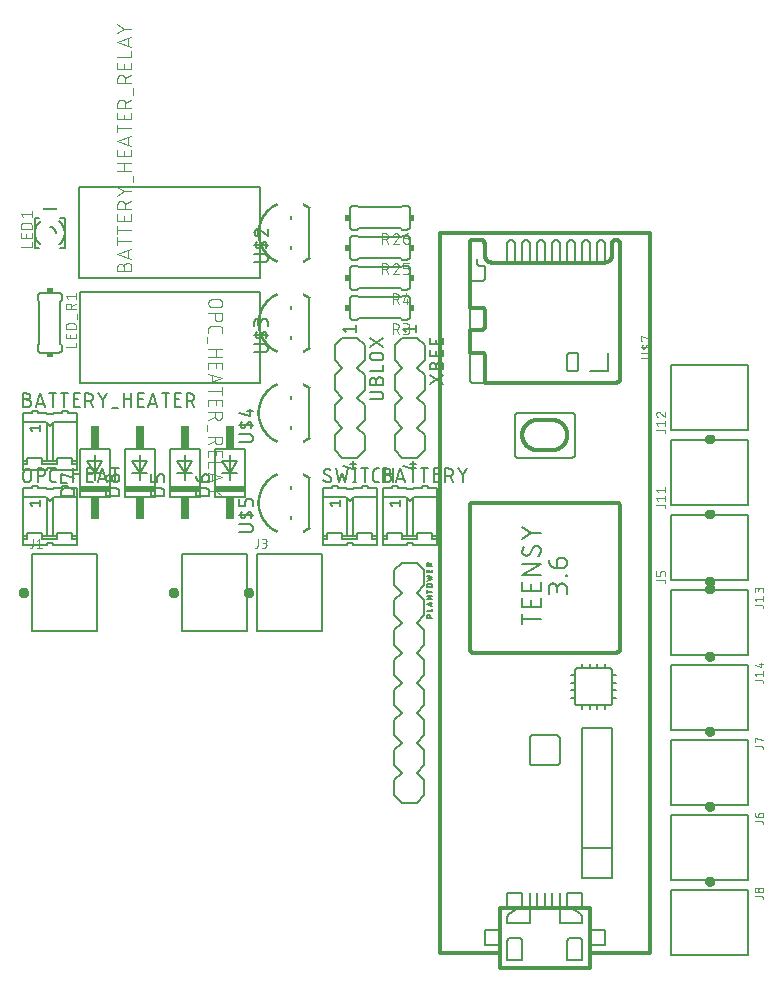
<source format=gbr>
G04 EAGLE Gerber RS-274X export*
G75*
%MOMM*%
%FSLAX34Y34*%
%LPD*%
%INSilkscreen Top*%
%IPPOS*%
%AMOC8*
5,1,8,0,0,1.08239X$1,22.5*%
G01*
%ADD10C,0.152400*%
%ADD11C,0.127000*%
%ADD12C,0.076200*%
%ADD13R,2.540000X0.508000*%
%ADD14R,0.762000X1.905000*%
%ADD15R,0.381000X0.508000*%
%ADD16C,0.101600*%
%ADD17C,0.304800*%
%ADD18C,0.203200*%
%ADD19C,0.400000*%
%ADD20C,0.015238*%
%ADD21R,1.270000X0.127000*%
%ADD22R,0.508000X0.381000*%


D10*
X53340Y381000D02*
X53340Y373380D01*
X72390Y373380D01*
X73660Y372110D01*
X76200Y369570D01*
X78740Y372110D01*
X80010Y373380D01*
X73660Y334010D02*
X73660Y332740D01*
X53340Y332740D01*
X73660Y334010D02*
X78740Y334010D01*
X78740Y332740D01*
X99060Y332740D01*
X99060Y373380D02*
X80010Y373380D01*
X99060Y373380D02*
X99060Y381000D01*
X53340Y373380D02*
X53340Y340360D01*
X53340Y337820D02*
X53340Y332740D01*
X53340Y337820D02*
X57150Y337820D01*
X99060Y337820D02*
X99060Y332740D01*
X99060Y337820D02*
X95250Y337820D01*
X99060Y340360D02*
X99060Y373380D01*
X95250Y340360D02*
X95250Y337820D01*
X95250Y342900D02*
X82550Y342900D01*
X69850Y340360D02*
X69850Y337820D01*
X57150Y337820D02*
X57150Y340360D01*
X57150Y342900D02*
X69850Y342900D01*
X69850Y337820D02*
X82550Y337820D01*
X69850Y340360D02*
X69850Y342900D01*
X82550Y340360D02*
X82550Y337820D01*
X82550Y340360D02*
X82550Y342900D01*
X82550Y340360D02*
X78740Y340360D01*
X78740Y372110D01*
X73660Y340360D02*
X69850Y340360D01*
X73660Y340360D02*
X78740Y340360D01*
X73660Y340360D02*
X73660Y372110D01*
X95250Y340360D02*
X99060Y340360D01*
X95250Y340360D02*
X95250Y342900D01*
X99060Y340360D02*
X99060Y337820D01*
X57150Y340360D02*
X53340Y340360D01*
X57150Y340360D02*
X57150Y342900D01*
X53340Y340360D02*
X53340Y337820D01*
X53340Y381000D02*
X60960Y381000D01*
X60960Y382270D01*
X66040Y382270D02*
X66040Y381000D01*
X66040Y382270D02*
X60960Y382270D01*
X86360Y382270D02*
X86360Y381000D01*
X91440Y381000D02*
X99060Y381000D01*
X91440Y381000D02*
X91440Y382270D01*
X86360Y382270D01*
X78740Y381000D02*
X78740Y379730D01*
X78740Y381000D02*
X86360Y381000D01*
X78740Y379730D02*
X73660Y379730D01*
X73660Y381000D01*
X66040Y381000D01*
D11*
X59309Y368032D02*
X61228Y365633D01*
X59309Y368032D02*
X67945Y368032D01*
X67945Y365633D02*
X67945Y370431D01*
X57150Y392049D02*
X53975Y392049D01*
X57150Y392049D02*
X57261Y392047D01*
X57371Y392041D01*
X57482Y392032D01*
X57592Y392018D01*
X57701Y392001D01*
X57810Y391980D01*
X57918Y391955D01*
X58025Y391926D01*
X58131Y391894D01*
X58236Y391858D01*
X58339Y391818D01*
X58441Y391775D01*
X58542Y391728D01*
X58641Y391677D01*
X58738Y391624D01*
X58832Y391567D01*
X58925Y391506D01*
X59016Y391443D01*
X59105Y391376D01*
X59191Y391306D01*
X59274Y391233D01*
X59356Y391158D01*
X59434Y391080D01*
X59509Y390998D01*
X59582Y390915D01*
X59652Y390829D01*
X59719Y390740D01*
X59782Y390649D01*
X59843Y390556D01*
X59900Y390461D01*
X59953Y390365D01*
X60004Y390266D01*
X60051Y390165D01*
X60094Y390063D01*
X60134Y389960D01*
X60170Y389855D01*
X60202Y389749D01*
X60231Y389642D01*
X60256Y389534D01*
X60277Y389425D01*
X60294Y389316D01*
X60308Y389206D01*
X60317Y389095D01*
X60323Y388985D01*
X60325Y388874D01*
X60323Y388763D01*
X60317Y388653D01*
X60308Y388542D01*
X60294Y388432D01*
X60277Y388323D01*
X60256Y388214D01*
X60231Y388106D01*
X60202Y387999D01*
X60170Y387893D01*
X60134Y387788D01*
X60094Y387685D01*
X60051Y387583D01*
X60004Y387482D01*
X59953Y387383D01*
X59900Y387286D01*
X59843Y387192D01*
X59782Y387099D01*
X59719Y387008D01*
X59652Y386919D01*
X59582Y386833D01*
X59509Y386750D01*
X59434Y386668D01*
X59356Y386590D01*
X59274Y386515D01*
X59191Y386442D01*
X59105Y386372D01*
X59016Y386305D01*
X58925Y386242D01*
X58832Y386181D01*
X58737Y386124D01*
X58641Y386071D01*
X58542Y386020D01*
X58441Y385973D01*
X58339Y385930D01*
X58236Y385890D01*
X58131Y385854D01*
X58025Y385822D01*
X57918Y385793D01*
X57810Y385768D01*
X57701Y385747D01*
X57592Y385730D01*
X57482Y385716D01*
X57371Y385707D01*
X57261Y385701D01*
X57150Y385699D01*
X53975Y385699D01*
X53975Y397129D01*
X57150Y397129D01*
X57250Y397127D01*
X57349Y397121D01*
X57449Y397111D01*
X57547Y397098D01*
X57646Y397080D01*
X57743Y397059D01*
X57839Y397034D01*
X57935Y397005D01*
X58029Y396972D01*
X58122Y396936D01*
X58213Y396896D01*
X58303Y396852D01*
X58391Y396805D01*
X58477Y396755D01*
X58561Y396701D01*
X58643Y396644D01*
X58722Y396584D01*
X58800Y396520D01*
X58874Y396454D01*
X58946Y396385D01*
X59015Y396313D01*
X59081Y396239D01*
X59145Y396161D01*
X59205Y396082D01*
X59262Y396000D01*
X59316Y395916D01*
X59366Y395830D01*
X59413Y395742D01*
X59457Y395652D01*
X59497Y395561D01*
X59533Y395468D01*
X59566Y395374D01*
X59595Y395278D01*
X59620Y395182D01*
X59641Y395085D01*
X59659Y394986D01*
X59672Y394888D01*
X59682Y394788D01*
X59688Y394689D01*
X59690Y394589D01*
X59688Y394489D01*
X59682Y394390D01*
X59672Y394290D01*
X59659Y394192D01*
X59641Y394093D01*
X59620Y393996D01*
X59595Y393900D01*
X59566Y393804D01*
X59533Y393710D01*
X59497Y393617D01*
X59457Y393526D01*
X59413Y393436D01*
X59366Y393348D01*
X59316Y393262D01*
X59262Y393178D01*
X59205Y393096D01*
X59145Y393017D01*
X59081Y392939D01*
X59015Y392865D01*
X58946Y392793D01*
X58874Y392724D01*
X58800Y392658D01*
X58722Y392594D01*
X58643Y392534D01*
X58561Y392477D01*
X58477Y392423D01*
X58391Y392373D01*
X58303Y392326D01*
X58213Y392282D01*
X58122Y392242D01*
X58029Y392206D01*
X57935Y392173D01*
X57839Y392144D01*
X57743Y392119D01*
X57646Y392098D01*
X57547Y392080D01*
X57449Y392067D01*
X57349Y392057D01*
X57250Y392051D01*
X57150Y392049D01*
X64199Y385699D02*
X68009Y397129D01*
X71819Y385699D01*
X70866Y388557D02*
X65151Y388557D01*
X78677Y385699D02*
X78677Y397129D01*
X75502Y397129D02*
X81852Y397129D01*
X88583Y397129D02*
X88583Y385699D01*
X85408Y397129D02*
X91758Y397129D01*
X96482Y385699D02*
X101562Y385699D01*
X96482Y385699D02*
X96482Y397129D01*
X101562Y397129D01*
X100292Y392049D02*
X96482Y392049D01*
X106445Y397129D02*
X106445Y385699D01*
X106445Y397129D02*
X109620Y397129D01*
X109731Y397127D01*
X109841Y397121D01*
X109952Y397112D01*
X110062Y397098D01*
X110171Y397081D01*
X110280Y397060D01*
X110388Y397035D01*
X110495Y397006D01*
X110601Y396974D01*
X110706Y396938D01*
X110809Y396898D01*
X110911Y396855D01*
X111012Y396808D01*
X111111Y396757D01*
X111208Y396704D01*
X111302Y396647D01*
X111395Y396586D01*
X111486Y396523D01*
X111575Y396456D01*
X111661Y396386D01*
X111744Y396313D01*
X111826Y396238D01*
X111904Y396160D01*
X111979Y396078D01*
X112052Y395995D01*
X112122Y395909D01*
X112189Y395820D01*
X112252Y395729D01*
X112313Y395636D01*
X112370Y395541D01*
X112423Y395445D01*
X112474Y395346D01*
X112521Y395245D01*
X112564Y395143D01*
X112604Y395040D01*
X112640Y394935D01*
X112672Y394829D01*
X112701Y394722D01*
X112726Y394614D01*
X112747Y394505D01*
X112764Y394396D01*
X112778Y394286D01*
X112787Y394175D01*
X112793Y394065D01*
X112795Y393954D01*
X112793Y393843D01*
X112787Y393733D01*
X112778Y393622D01*
X112764Y393512D01*
X112747Y393403D01*
X112726Y393294D01*
X112701Y393186D01*
X112672Y393079D01*
X112640Y392973D01*
X112604Y392868D01*
X112564Y392765D01*
X112521Y392663D01*
X112474Y392562D01*
X112423Y392463D01*
X112370Y392366D01*
X112313Y392272D01*
X112252Y392179D01*
X112189Y392088D01*
X112122Y391999D01*
X112052Y391913D01*
X111979Y391830D01*
X111904Y391748D01*
X111826Y391670D01*
X111744Y391595D01*
X111661Y391522D01*
X111575Y391452D01*
X111486Y391385D01*
X111395Y391322D01*
X111302Y391261D01*
X111207Y391204D01*
X111111Y391151D01*
X111012Y391100D01*
X110911Y391053D01*
X110809Y391010D01*
X110706Y390970D01*
X110601Y390934D01*
X110495Y390902D01*
X110388Y390873D01*
X110280Y390848D01*
X110171Y390827D01*
X110062Y390810D01*
X109952Y390796D01*
X109841Y390787D01*
X109731Y390781D01*
X109620Y390779D01*
X106445Y390779D01*
X110255Y390779D02*
X112795Y385699D01*
X120967Y391732D02*
X117157Y397129D01*
X120967Y391732D02*
X124777Y397129D01*
X120967Y391732D02*
X120967Y385699D01*
D10*
X-251460Y436880D02*
X-251460Y444500D01*
X-251460Y436880D02*
X-232410Y436880D01*
X-231140Y435610D01*
X-228600Y433070D01*
X-226060Y435610D01*
X-224790Y436880D01*
X-231140Y397510D02*
X-231140Y396240D01*
X-251460Y396240D01*
X-231140Y397510D02*
X-226060Y397510D01*
X-226060Y396240D01*
X-205740Y396240D01*
X-205740Y436880D02*
X-224790Y436880D01*
X-205740Y436880D02*
X-205740Y444500D01*
X-251460Y436880D02*
X-251460Y403860D01*
X-251460Y401320D02*
X-251460Y396240D01*
X-251460Y401320D02*
X-247650Y401320D01*
X-205740Y401320D02*
X-205740Y396240D01*
X-205740Y401320D02*
X-209550Y401320D01*
X-205740Y403860D02*
X-205740Y436880D01*
X-209550Y403860D02*
X-209550Y401320D01*
X-209550Y406400D02*
X-222250Y406400D01*
X-234950Y403860D02*
X-234950Y401320D01*
X-247650Y401320D02*
X-247650Y403860D01*
X-247650Y406400D02*
X-234950Y406400D01*
X-234950Y401320D02*
X-222250Y401320D01*
X-234950Y403860D02*
X-234950Y406400D01*
X-222250Y403860D02*
X-222250Y401320D01*
X-222250Y403860D02*
X-222250Y406400D01*
X-222250Y403860D02*
X-226060Y403860D01*
X-226060Y435610D01*
X-231140Y403860D02*
X-234950Y403860D01*
X-231140Y403860D02*
X-226060Y403860D01*
X-231140Y403860D02*
X-231140Y435610D01*
X-209550Y403860D02*
X-205740Y403860D01*
X-209550Y403860D02*
X-209550Y406400D01*
X-205740Y403860D02*
X-205740Y401320D01*
X-247650Y403860D02*
X-251460Y403860D01*
X-247650Y403860D02*
X-247650Y406400D01*
X-251460Y403860D02*
X-251460Y401320D01*
X-251460Y444500D02*
X-243840Y444500D01*
X-243840Y445770D01*
X-238760Y445770D02*
X-238760Y444500D01*
X-238760Y445770D02*
X-243840Y445770D01*
X-218440Y445770D02*
X-218440Y444500D01*
X-213360Y444500D02*
X-205740Y444500D01*
X-213360Y444500D02*
X-213360Y445770D01*
X-218440Y445770D01*
X-226060Y444500D02*
X-226060Y443230D01*
X-226060Y444500D02*
X-218440Y444500D01*
X-226060Y443230D02*
X-231140Y443230D01*
X-231140Y444500D01*
X-238760Y444500D01*
D11*
X-245491Y431532D02*
X-243572Y429133D01*
X-245491Y431532D02*
X-236855Y431532D01*
X-236855Y429133D02*
X-236855Y433931D01*
X-247650Y455549D02*
X-250825Y455549D01*
X-247650Y455549D02*
X-247539Y455547D01*
X-247429Y455541D01*
X-247318Y455532D01*
X-247208Y455518D01*
X-247099Y455501D01*
X-246990Y455480D01*
X-246882Y455455D01*
X-246775Y455426D01*
X-246669Y455394D01*
X-246564Y455358D01*
X-246461Y455318D01*
X-246359Y455275D01*
X-246258Y455228D01*
X-246159Y455177D01*
X-246062Y455124D01*
X-245968Y455067D01*
X-245875Y455006D01*
X-245784Y454943D01*
X-245695Y454876D01*
X-245609Y454806D01*
X-245526Y454733D01*
X-245444Y454658D01*
X-245366Y454580D01*
X-245291Y454498D01*
X-245218Y454415D01*
X-245148Y454329D01*
X-245081Y454240D01*
X-245018Y454149D01*
X-244957Y454056D01*
X-244900Y453961D01*
X-244847Y453865D01*
X-244796Y453766D01*
X-244749Y453665D01*
X-244706Y453563D01*
X-244666Y453460D01*
X-244630Y453355D01*
X-244598Y453249D01*
X-244569Y453142D01*
X-244544Y453034D01*
X-244523Y452925D01*
X-244506Y452816D01*
X-244492Y452706D01*
X-244483Y452595D01*
X-244477Y452485D01*
X-244475Y452374D01*
X-244477Y452263D01*
X-244483Y452153D01*
X-244492Y452042D01*
X-244506Y451932D01*
X-244523Y451823D01*
X-244544Y451714D01*
X-244569Y451606D01*
X-244598Y451499D01*
X-244630Y451393D01*
X-244666Y451288D01*
X-244706Y451185D01*
X-244749Y451083D01*
X-244796Y450982D01*
X-244847Y450883D01*
X-244900Y450786D01*
X-244957Y450692D01*
X-245018Y450599D01*
X-245081Y450508D01*
X-245148Y450419D01*
X-245218Y450333D01*
X-245291Y450250D01*
X-245366Y450168D01*
X-245444Y450090D01*
X-245526Y450015D01*
X-245609Y449942D01*
X-245695Y449872D01*
X-245784Y449805D01*
X-245875Y449742D01*
X-245968Y449681D01*
X-246063Y449624D01*
X-246159Y449571D01*
X-246258Y449520D01*
X-246359Y449473D01*
X-246461Y449430D01*
X-246564Y449390D01*
X-246669Y449354D01*
X-246775Y449322D01*
X-246882Y449293D01*
X-246990Y449268D01*
X-247099Y449247D01*
X-247208Y449230D01*
X-247318Y449216D01*
X-247429Y449207D01*
X-247539Y449201D01*
X-247650Y449199D01*
X-250825Y449199D01*
X-250825Y460629D01*
X-247650Y460629D01*
X-247550Y460627D01*
X-247451Y460621D01*
X-247351Y460611D01*
X-247253Y460598D01*
X-247154Y460580D01*
X-247057Y460559D01*
X-246961Y460534D01*
X-246865Y460505D01*
X-246771Y460472D01*
X-246678Y460436D01*
X-246587Y460396D01*
X-246497Y460352D01*
X-246409Y460305D01*
X-246323Y460255D01*
X-246239Y460201D01*
X-246157Y460144D01*
X-246078Y460084D01*
X-246000Y460020D01*
X-245926Y459954D01*
X-245854Y459885D01*
X-245785Y459813D01*
X-245719Y459739D01*
X-245655Y459661D01*
X-245595Y459582D01*
X-245538Y459500D01*
X-245484Y459416D01*
X-245434Y459330D01*
X-245387Y459242D01*
X-245343Y459152D01*
X-245303Y459061D01*
X-245267Y458968D01*
X-245234Y458874D01*
X-245205Y458778D01*
X-245180Y458682D01*
X-245159Y458585D01*
X-245141Y458486D01*
X-245128Y458388D01*
X-245118Y458288D01*
X-245112Y458189D01*
X-245110Y458089D01*
X-245112Y457989D01*
X-245118Y457890D01*
X-245128Y457790D01*
X-245141Y457692D01*
X-245159Y457593D01*
X-245180Y457496D01*
X-245205Y457400D01*
X-245234Y457304D01*
X-245267Y457210D01*
X-245303Y457117D01*
X-245343Y457026D01*
X-245387Y456936D01*
X-245434Y456848D01*
X-245484Y456762D01*
X-245538Y456678D01*
X-245595Y456596D01*
X-245655Y456517D01*
X-245719Y456439D01*
X-245785Y456365D01*
X-245854Y456293D01*
X-245926Y456224D01*
X-246000Y456158D01*
X-246078Y456094D01*
X-246157Y456034D01*
X-246239Y455977D01*
X-246323Y455923D01*
X-246409Y455873D01*
X-246497Y455826D01*
X-246587Y455782D01*
X-246678Y455742D01*
X-246771Y455706D01*
X-246865Y455673D01*
X-246961Y455644D01*
X-247057Y455619D01*
X-247154Y455598D01*
X-247253Y455580D01*
X-247351Y455567D01*
X-247451Y455557D01*
X-247550Y455551D01*
X-247650Y455549D01*
X-240602Y449199D02*
X-236792Y460629D01*
X-232982Y449199D01*
X-233934Y452057D02*
X-239649Y452057D01*
X-226124Y449199D02*
X-226124Y460629D01*
X-229299Y460629D02*
X-222949Y460629D01*
X-216218Y460629D02*
X-216218Y449199D01*
X-219393Y460629D02*
X-213043Y460629D01*
X-208318Y449199D02*
X-203238Y449199D01*
X-208318Y449199D02*
X-208318Y460629D01*
X-203238Y460629D01*
X-204508Y455549D02*
X-208318Y455549D01*
X-198355Y460629D02*
X-198355Y449199D01*
X-198355Y460629D02*
X-195180Y460629D01*
X-195069Y460627D01*
X-194959Y460621D01*
X-194848Y460612D01*
X-194738Y460598D01*
X-194629Y460581D01*
X-194520Y460560D01*
X-194412Y460535D01*
X-194305Y460506D01*
X-194199Y460474D01*
X-194094Y460438D01*
X-193991Y460398D01*
X-193889Y460355D01*
X-193788Y460308D01*
X-193689Y460257D01*
X-193592Y460204D01*
X-193498Y460147D01*
X-193405Y460086D01*
X-193314Y460023D01*
X-193225Y459956D01*
X-193139Y459886D01*
X-193056Y459813D01*
X-192974Y459738D01*
X-192896Y459660D01*
X-192821Y459578D01*
X-192748Y459495D01*
X-192678Y459409D01*
X-192611Y459320D01*
X-192548Y459229D01*
X-192487Y459136D01*
X-192430Y459041D01*
X-192377Y458945D01*
X-192326Y458846D01*
X-192279Y458745D01*
X-192236Y458643D01*
X-192196Y458540D01*
X-192160Y458435D01*
X-192128Y458329D01*
X-192099Y458222D01*
X-192074Y458114D01*
X-192053Y458005D01*
X-192036Y457896D01*
X-192022Y457786D01*
X-192013Y457675D01*
X-192007Y457565D01*
X-192005Y457454D01*
X-192007Y457343D01*
X-192013Y457233D01*
X-192022Y457122D01*
X-192036Y457012D01*
X-192053Y456903D01*
X-192074Y456794D01*
X-192099Y456686D01*
X-192128Y456579D01*
X-192160Y456473D01*
X-192196Y456368D01*
X-192236Y456265D01*
X-192279Y456163D01*
X-192326Y456062D01*
X-192377Y455963D01*
X-192430Y455866D01*
X-192487Y455772D01*
X-192548Y455679D01*
X-192611Y455588D01*
X-192678Y455499D01*
X-192748Y455413D01*
X-192821Y455330D01*
X-192896Y455248D01*
X-192974Y455170D01*
X-193056Y455095D01*
X-193139Y455022D01*
X-193225Y454952D01*
X-193314Y454885D01*
X-193405Y454822D01*
X-193498Y454761D01*
X-193593Y454704D01*
X-193689Y454651D01*
X-193788Y454600D01*
X-193889Y454553D01*
X-193991Y454510D01*
X-194094Y454470D01*
X-194199Y454434D01*
X-194305Y454402D01*
X-194412Y454373D01*
X-194520Y454348D01*
X-194629Y454327D01*
X-194738Y454310D01*
X-194848Y454296D01*
X-194959Y454287D01*
X-195069Y454281D01*
X-195180Y454279D01*
X-198355Y454279D01*
X-194545Y454279D02*
X-192005Y449199D01*
X-183833Y455232D02*
X-187643Y460629D01*
X-183833Y455232D02*
X-180023Y460629D01*
X-183833Y455232D02*
X-183833Y449199D01*
X-176086Y447929D02*
X-171006Y447929D01*
X-166053Y449199D02*
X-166053Y460629D01*
X-166053Y455549D02*
X-159703Y455549D01*
X-159703Y460629D02*
X-159703Y449199D01*
X-153835Y449199D02*
X-148755Y449199D01*
X-153835Y449199D02*
X-153835Y460629D01*
X-148755Y460629D01*
X-150025Y455549D02*
X-153835Y455549D01*
X-144971Y449199D02*
X-141161Y460629D01*
X-137351Y449199D01*
X-138303Y452057D02*
X-144018Y452057D01*
X-130493Y449199D02*
X-130493Y460629D01*
X-133668Y460629D02*
X-127318Y460629D01*
X-122593Y449199D02*
X-117513Y449199D01*
X-122593Y449199D02*
X-122593Y460629D01*
X-117513Y460629D01*
X-118783Y455549D02*
X-122593Y455549D01*
X-112630Y460629D02*
X-112630Y449199D01*
X-112630Y460629D02*
X-109455Y460629D01*
X-109344Y460627D01*
X-109234Y460621D01*
X-109123Y460612D01*
X-109013Y460598D01*
X-108904Y460581D01*
X-108795Y460560D01*
X-108687Y460535D01*
X-108580Y460506D01*
X-108474Y460474D01*
X-108369Y460438D01*
X-108266Y460398D01*
X-108164Y460355D01*
X-108063Y460308D01*
X-107964Y460257D01*
X-107867Y460204D01*
X-107773Y460147D01*
X-107680Y460086D01*
X-107589Y460023D01*
X-107500Y459956D01*
X-107414Y459886D01*
X-107331Y459813D01*
X-107249Y459738D01*
X-107171Y459660D01*
X-107096Y459578D01*
X-107023Y459495D01*
X-106953Y459409D01*
X-106886Y459320D01*
X-106823Y459229D01*
X-106762Y459136D01*
X-106705Y459041D01*
X-106652Y458945D01*
X-106601Y458846D01*
X-106554Y458745D01*
X-106511Y458643D01*
X-106471Y458540D01*
X-106435Y458435D01*
X-106403Y458329D01*
X-106374Y458222D01*
X-106349Y458114D01*
X-106328Y458005D01*
X-106311Y457896D01*
X-106297Y457786D01*
X-106288Y457675D01*
X-106282Y457565D01*
X-106280Y457454D01*
X-106282Y457343D01*
X-106288Y457233D01*
X-106297Y457122D01*
X-106311Y457012D01*
X-106328Y456903D01*
X-106349Y456794D01*
X-106374Y456686D01*
X-106403Y456579D01*
X-106435Y456473D01*
X-106471Y456368D01*
X-106511Y456265D01*
X-106554Y456163D01*
X-106601Y456062D01*
X-106652Y455963D01*
X-106705Y455866D01*
X-106762Y455772D01*
X-106823Y455679D01*
X-106886Y455588D01*
X-106953Y455499D01*
X-107023Y455413D01*
X-107096Y455330D01*
X-107171Y455248D01*
X-107249Y455170D01*
X-107331Y455095D01*
X-107414Y455022D01*
X-107500Y454952D01*
X-107589Y454885D01*
X-107680Y454822D01*
X-107773Y454761D01*
X-107868Y454704D01*
X-107964Y454651D01*
X-108063Y454600D01*
X-108164Y454553D01*
X-108266Y454510D01*
X-108369Y454470D01*
X-108474Y454434D01*
X-108580Y454402D01*
X-108687Y454373D01*
X-108795Y454348D01*
X-108904Y454327D01*
X-109013Y454310D01*
X-109123Y454296D01*
X-109234Y454287D01*
X-109344Y454281D01*
X-109455Y454279D01*
X-112630Y454279D01*
X-108820Y454279D02*
X-106280Y449199D01*
D10*
X-50800Y558292D02*
X-50800Y635508D01*
X-203454Y635508D01*
X-203454Y558292D01*
X-50800Y558292D01*
D12*
X-166017Y564515D02*
X-166017Y567831D01*
X-166015Y567945D01*
X-166009Y568060D01*
X-165999Y568174D01*
X-165985Y568287D01*
X-165968Y568401D01*
X-165946Y568513D01*
X-165921Y568625D01*
X-165891Y568735D01*
X-165858Y568845D01*
X-165821Y568953D01*
X-165781Y569060D01*
X-165736Y569166D01*
X-165689Y569270D01*
X-165637Y569372D01*
X-165582Y569472D01*
X-165524Y569571D01*
X-165462Y569667D01*
X-165397Y569762D01*
X-165329Y569853D01*
X-165257Y569943D01*
X-165183Y570030D01*
X-165106Y570114D01*
X-165025Y570196D01*
X-164942Y570275D01*
X-164857Y570351D01*
X-164768Y570424D01*
X-164678Y570493D01*
X-164585Y570560D01*
X-164489Y570623D01*
X-164392Y570683D01*
X-164292Y570740D01*
X-164191Y570793D01*
X-164088Y570843D01*
X-163983Y570889D01*
X-163877Y570932D01*
X-163769Y570970D01*
X-163660Y571005D01*
X-163550Y571036D01*
X-163439Y571064D01*
X-163327Y571087D01*
X-163214Y571107D01*
X-163101Y571123D01*
X-162987Y571135D01*
X-162873Y571143D01*
X-162758Y571147D01*
X-162644Y571147D01*
X-162529Y571143D01*
X-162415Y571135D01*
X-162301Y571123D01*
X-162188Y571107D01*
X-162075Y571087D01*
X-161963Y571064D01*
X-161852Y571036D01*
X-161742Y571005D01*
X-161633Y570970D01*
X-161525Y570932D01*
X-161419Y570889D01*
X-161314Y570843D01*
X-161211Y570793D01*
X-161110Y570740D01*
X-161010Y570683D01*
X-160913Y570623D01*
X-160817Y570560D01*
X-160724Y570493D01*
X-160634Y570424D01*
X-160545Y570351D01*
X-160460Y570275D01*
X-160377Y570196D01*
X-160296Y570114D01*
X-160219Y570030D01*
X-160145Y569943D01*
X-160073Y569853D01*
X-160005Y569762D01*
X-159940Y569667D01*
X-159878Y569571D01*
X-159820Y569472D01*
X-159765Y569372D01*
X-159713Y569270D01*
X-159666Y569166D01*
X-159621Y569060D01*
X-159581Y568953D01*
X-159544Y568845D01*
X-159511Y568735D01*
X-159481Y568625D01*
X-159456Y568513D01*
X-159434Y568401D01*
X-159417Y568287D01*
X-159403Y568174D01*
X-159393Y568060D01*
X-159387Y567945D01*
X-159385Y567831D01*
X-159385Y564515D01*
X-171323Y564515D01*
X-171323Y567831D01*
X-171321Y567933D01*
X-171315Y568034D01*
X-171305Y568135D01*
X-171292Y568236D01*
X-171274Y568336D01*
X-171253Y568435D01*
X-171228Y568534D01*
X-171199Y568631D01*
X-171167Y568728D01*
X-171131Y568823D01*
X-171091Y568916D01*
X-171048Y569008D01*
X-171001Y569098D01*
X-170950Y569187D01*
X-170897Y569273D01*
X-170840Y569357D01*
X-170780Y569439D01*
X-170717Y569519D01*
X-170651Y569596D01*
X-170582Y569671D01*
X-170510Y569743D01*
X-170435Y569812D01*
X-170358Y569878D01*
X-170278Y569941D01*
X-170196Y570001D01*
X-170112Y570058D01*
X-170026Y570111D01*
X-169937Y570162D01*
X-169847Y570209D01*
X-169755Y570252D01*
X-169662Y570292D01*
X-169567Y570328D01*
X-169470Y570360D01*
X-169373Y570389D01*
X-169274Y570414D01*
X-169175Y570435D01*
X-169075Y570453D01*
X-168974Y570466D01*
X-168873Y570476D01*
X-168772Y570482D01*
X-168670Y570484D01*
X-168568Y570482D01*
X-168467Y570476D01*
X-168366Y570466D01*
X-168265Y570453D01*
X-168165Y570435D01*
X-168066Y570414D01*
X-167967Y570389D01*
X-167870Y570360D01*
X-167773Y570328D01*
X-167678Y570292D01*
X-167585Y570252D01*
X-167493Y570209D01*
X-167403Y570162D01*
X-167314Y570111D01*
X-167228Y570058D01*
X-167144Y570001D01*
X-167062Y569941D01*
X-166982Y569878D01*
X-166905Y569812D01*
X-166830Y569743D01*
X-166758Y569671D01*
X-166689Y569596D01*
X-166623Y569519D01*
X-166560Y569439D01*
X-166500Y569357D01*
X-166443Y569273D01*
X-166390Y569187D01*
X-166339Y569098D01*
X-166292Y569008D01*
X-166249Y568916D01*
X-166209Y568823D01*
X-166173Y568728D01*
X-166141Y568631D01*
X-166112Y568534D01*
X-166087Y568435D01*
X-166066Y568336D01*
X-166048Y568236D01*
X-166035Y568135D01*
X-166025Y568034D01*
X-166019Y567933D01*
X-166017Y567831D01*
X-159385Y574753D02*
X-171323Y578732D01*
X-159385Y582711D01*
X-162370Y581716D02*
X-162370Y575747D01*
X-159385Y589400D02*
X-171323Y589400D01*
X-171323Y586084D02*
X-171323Y592716D01*
X-171323Y599306D02*
X-159385Y599306D01*
X-171323Y595990D02*
X-171323Y602622D01*
X-159385Y607059D02*
X-159385Y612364D01*
X-159385Y607059D02*
X-171323Y607059D01*
X-171323Y612364D01*
X-166017Y611038D02*
X-166017Y607059D01*
X-171323Y617009D02*
X-159385Y617009D01*
X-171323Y617009D02*
X-171323Y620325D01*
X-171321Y620439D01*
X-171315Y620554D01*
X-171305Y620668D01*
X-171291Y620781D01*
X-171274Y620895D01*
X-171252Y621007D01*
X-171227Y621119D01*
X-171197Y621229D01*
X-171164Y621339D01*
X-171127Y621447D01*
X-171087Y621554D01*
X-171042Y621660D01*
X-170995Y621764D01*
X-170943Y621866D01*
X-170888Y621966D01*
X-170830Y622065D01*
X-170768Y622161D01*
X-170703Y622256D01*
X-170635Y622347D01*
X-170563Y622437D01*
X-170489Y622524D01*
X-170412Y622608D01*
X-170331Y622690D01*
X-170248Y622769D01*
X-170163Y622845D01*
X-170074Y622918D01*
X-169984Y622987D01*
X-169891Y623054D01*
X-169795Y623117D01*
X-169698Y623177D01*
X-169598Y623234D01*
X-169497Y623287D01*
X-169394Y623337D01*
X-169289Y623383D01*
X-169183Y623426D01*
X-169075Y623464D01*
X-168966Y623499D01*
X-168856Y623530D01*
X-168745Y623558D01*
X-168633Y623581D01*
X-168520Y623601D01*
X-168407Y623617D01*
X-168293Y623629D01*
X-168179Y623637D01*
X-168064Y623641D01*
X-167950Y623641D01*
X-167835Y623637D01*
X-167721Y623629D01*
X-167607Y623617D01*
X-167494Y623601D01*
X-167381Y623581D01*
X-167269Y623558D01*
X-167158Y623530D01*
X-167048Y623499D01*
X-166939Y623464D01*
X-166831Y623426D01*
X-166725Y623383D01*
X-166620Y623337D01*
X-166517Y623287D01*
X-166416Y623234D01*
X-166316Y623177D01*
X-166219Y623117D01*
X-166123Y623054D01*
X-166030Y622987D01*
X-165940Y622918D01*
X-165851Y622845D01*
X-165766Y622769D01*
X-165683Y622690D01*
X-165602Y622608D01*
X-165525Y622524D01*
X-165451Y622437D01*
X-165379Y622347D01*
X-165311Y622256D01*
X-165246Y622161D01*
X-165184Y622065D01*
X-165126Y621966D01*
X-165071Y621866D01*
X-165019Y621764D01*
X-164972Y621660D01*
X-164927Y621554D01*
X-164887Y621447D01*
X-164850Y621339D01*
X-164817Y621229D01*
X-164787Y621119D01*
X-164762Y621007D01*
X-164740Y620895D01*
X-164723Y620781D01*
X-164709Y620668D01*
X-164699Y620554D01*
X-164693Y620439D01*
X-164691Y620325D01*
X-164691Y617009D01*
X-164691Y620988D02*
X-159385Y623641D01*
X-165686Y631691D02*
X-171323Y627711D01*
X-165686Y631691D02*
X-171323Y635670D01*
X-165686Y631691D02*
X-159385Y631691D01*
X-158059Y639325D02*
X-158059Y644631D01*
X-159385Y649330D02*
X-171323Y649330D01*
X-166017Y649330D02*
X-166017Y655962D01*
X-171323Y655962D02*
X-159385Y655962D01*
X-159385Y661541D02*
X-159385Y666847D01*
X-159385Y661541D02*
X-171323Y661541D01*
X-171323Y666847D01*
X-166017Y665521D02*
X-166017Y661541D01*
X-159385Y670383D02*
X-171323Y674363D01*
X-159385Y678342D01*
X-162370Y677347D02*
X-162370Y671378D01*
X-159385Y685031D02*
X-171323Y685031D01*
X-171323Y681715D02*
X-171323Y688347D01*
X-159385Y692783D02*
X-159385Y698089D01*
X-159385Y692783D02*
X-171323Y692783D01*
X-171323Y698089D01*
X-166017Y696763D02*
X-166017Y692783D01*
X-171323Y702734D02*
X-159385Y702734D01*
X-171323Y702734D02*
X-171323Y706050D01*
X-171321Y706164D01*
X-171315Y706279D01*
X-171305Y706393D01*
X-171291Y706506D01*
X-171274Y706620D01*
X-171252Y706732D01*
X-171227Y706844D01*
X-171197Y706954D01*
X-171164Y707064D01*
X-171127Y707172D01*
X-171087Y707279D01*
X-171042Y707385D01*
X-170995Y707489D01*
X-170943Y707591D01*
X-170888Y707691D01*
X-170830Y707790D01*
X-170768Y707886D01*
X-170703Y707981D01*
X-170635Y708072D01*
X-170563Y708162D01*
X-170489Y708249D01*
X-170412Y708333D01*
X-170331Y708415D01*
X-170248Y708494D01*
X-170163Y708570D01*
X-170074Y708643D01*
X-169984Y708712D01*
X-169891Y708779D01*
X-169795Y708842D01*
X-169698Y708902D01*
X-169598Y708959D01*
X-169497Y709012D01*
X-169394Y709062D01*
X-169289Y709108D01*
X-169183Y709151D01*
X-169075Y709189D01*
X-168966Y709224D01*
X-168856Y709255D01*
X-168745Y709283D01*
X-168633Y709306D01*
X-168520Y709326D01*
X-168407Y709342D01*
X-168293Y709354D01*
X-168179Y709362D01*
X-168064Y709366D01*
X-167950Y709366D01*
X-167835Y709362D01*
X-167721Y709354D01*
X-167607Y709342D01*
X-167494Y709326D01*
X-167381Y709306D01*
X-167269Y709283D01*
X-167158Y709255D01*
X-167048Y709224D01*
X-166939Y709189D01*
X-166831Y709151D01*
X-166725Y709108D01*
X-166620Y709062D01*
X-166517Y709012D01*
X-166416Y708959D01*
X-166316Y708902D01*
X-166219Y708842D01*
X-166123Y708779D01*
X-166030Y708712D01*
X-165940Y708643D01*
X-165851Y708570D01*
X-165766Y708494D01*
X-165683Y708415D01*
X-165602Y708333D01*
X-165525Y708249D01*
X-165451Y708162D01*
X-165379Y708072D01*
X-165311Y707981D01*
X-165246Y707886D01*
X-165184Y707790D01*
X-165126Y707691D01*
X-165071Y707591D01*
X-165019Y707489D01*
X-164972Y707385D01*
X-164927Y707279D01*
X-164887Y707172D01*
X-164850Y707064D01*
X-164817Y706954D01*
X-164787Y706844D01*
X-164762Y706732D01*
X-164740Y706620D01*
X-164723Y706506D01*
X-164709Y706393D01*
X-164699Y706279D01*
X-164693Y706164D01*
X-164691Y706050D01*
X-164691Y702734D01*
X-164691Y706713D02*
X-159385Y709366D01*
X-158059Y713620D02*
X-158059Y718925D01*
X-159385Y723689D02*
X-171323Y723689D01*
X-171323Y727005D01*
X-171321Y727119D01*
X-171315Y727234D01*
X-171305Y727348D01*
X-171291Y727461D01*
X-171274Y727575D01*
X-171252Y727687D01*
X-171227Y727799D01*
X-171197Y727909D01*
X-171164Y728019D01*
X-171127Y728127D01*
X-171087Y728234D01*
X-171042Y728340D01*
X-170995Y728444D01*
X-170943Y728546D01*
X-170888Y728646D01*
X-170830Y728745D01*
X-170768Y728841D01*
X-170703Y728936D01*
X-170635Y729027D01*
X-170563Y729117D01*
X-170489Y729204D01*
X-170412Y729288D01*
X-170331Y729370D01*
X-170248Y729449D01*
X-170163Y729525D01*
X-170074Y729598D01*
X-169984Y729667D01*
X-169891Y729734D01*
X-169795Y729797D01*
X-169698Y729857D01*
X-169598Y729914D01*
X-169497Y729967D01*
X-169394Y730017D01*
X-169289Y730063D01*
X-169183Y730106D01*
X-169075Y730144D01*
X-168966Y730179D01*
X-168856Y730210D01*
X-168745Y730238D01*
X-168633Y730261D01*
X-168520Y730281D01*
X-168407Y730297D01*
X-168293Y730309D01*
X-168179Y730317D01*
X-168064Y730321D01*
X-167950Y730321D01*
X-167835Y730317D01*
X-167721Y730309D01*
X-167607Y730297D01*
X-167494Y730281D01*
X-167381Y730261D01*
X-167269Y730238D01*
X-167158Y730210D01*
X-167048Y730179D01*
X-166939Y730144D01*
X-166831Y730106D01*
X-166725Y730063D01*
X-166620Y730017D01*
X-166517Y729967D01*
X-166416Y729914D01*
X-166316Y729857D01*
X-166219Y729797D01*
X-166123Y729734D01*
X-166030Y729667D01*
X-165940Y729598D01*
X-165851Y729525D01*
X-165766Y729449D01*
X-165683Y729370D01*
X-165602Y729288D01*
X-165525Y729204D01*
X-165451Y729117D01*
X-165379Y729027D01*
X-165311Y728936D01*
X-165246Y728841D01*
X-165184Y728745D01*
X-165126Y728646D01*
X-165071Y728546D01*
X-165019Y728444D01*
X-164972Y728340D01*
X-164927Y728234D01*
X-164887Y728127D01*
X-164850Y728019D01*
X-164817Y727909D01*
X-164787Y727799D01*
X-164762Y727687D01*
X-164740Y727575D01*
X-164723Y727461D01*
X-164709Y727348D01*
X-164699Y727234D01*
X-164693Y727119D01*
X-164691Y727005D01*
X-164691Y723689D01*
X-164691Y727668D02*
X-159385Y730321D01*
X-159385Y735455D02*
X-159385Y740761D01*
X-159385Y735455D02*
X-171323Y735455D01*
X-171323Y740761D01*
X-166017Y739435D02*
X-166017Y735455D01*
X-171323Y745361D02*
X-159385Y745361D01*
X-159385Y750667D01*
X-159385Y754203D02*
X-171323Y758182D01*
X-159385Y762162D01*
X-162370Y761167D02*
X-162370Y755198D01*
X-171323Y765633D02*
X-165686Y769612D01*
X-171323Y773592D01*
X-165686Y769612D02*
X-159385Y769612D01*
D10*
X-101600Y414020D02*
X-101600Y373380D01*
X-101600Y414020D02*
X-127000Y414020D01*
X-127000Y373380D01*
X-101600Y373380D01*
X-114300Y387350D02*
X-114300Y393700D01*
X-120650Y403860D02*
X-107950Y403860D01*
X-114300Y393700D01*
X-114300Y408940D01*
X-120650Y403860D02*
X-114300Y393700D01*
X-120650Y393700D01*
X-114300Y393700D02*
X-107950Y393700D01*
D13*
X-114300Y379730D03*
D14*
X-114300Y423545D03*
X-114300Y363855D03*
D11*
X-131445Y374015D02*
X-142875Y374015D01*
X-142875Y377190D01*
X-142873Y377301D01*
X-142867Y377411D01*
X-142858Y377522D01*
X-142844Y377632D01*
X-142827Y377741D01*
X-142806Y377850D01*
X-142781Y377958D01*
X-142752Y378065D01*
X-142720Y378171D01*
X-142684Y378276D01*
X-142644Y378379D01*
X-142601Y378481D01*
X-142554Y378582D01*
X-142503Y378681D01*
X-142450Y378778D01*
X-142393Y378872D01*
X-142332Y378965D01*
X-142269Y379056D01*
X-142202Y379145D01*
X-142132Y379231D01*
X-142059Y379314D01*
X-141984Y379396D01*
X-141906Y379474D01*
X-141824Y379549D01*
X-141741Y379622D01*
X-141655Y379692D01*
X-141566Y379759D01*
X-141475Y379822D01*
X-141382Y379883D01*
X-141288Y379940D01*
X-141191Y379993D01*
X-141092Y380044D01*
X-140991Y380091D01*
X-140889Y380134D01*
X-140786Y380174D01*
X-140681Y380210D01*
X-140575Y380242D01*
X-140468Y380271D01*
X-140360Y380296D01*
X-140251Y380317D01*
X-140142Y380334D01*
X-140032Y380348D01*
X-139921Y380357D01*
X-139811Y380363D01*
X-139700Y380365D01*
X-134620Y380365D01*
X-134509Y380363D01*
X-134399Y380357D01*
X-134288Y380348D01*
X-134178Y380334D01*
X-134069Y380317D01*
X-133960Y380296D01*
X-133852Y380271D01*
X-133745Y380242D01*
X-133639Y380210D01*
X-133534Y380174D01*
X-133431Y380134D01*
X-133329Y380091D01*
X-133228Y380044D01*
X-133129Y379993D01*
X-133033Y379940D01*
X-132938Y379883D01*
X-132845Y379822D01*
X-132754Y379759D01*
X-132665Y379692D01*
X-132579Y379622D01*
X-132496Y379549D01*
X-132414Y379474D01*
X-132336Y379396D01*
X-132261Y379314D01*
X-132188Y379231D01*
X-132118Y379145D01*
X-132051Y379056D01*
X-131988Y378965D01*
X-131927Y378872D01*
X-131870Y378778D01*
X-131817Y378681D01*
X-131766Y378582D01*
X-131719Y378481D01*
X-131676Y378379D01*
X-131636Y378276D01*
X-131600Y378171D01*
X-131568Y378065D01*
X-131539Y377958D01*
X-131514Y377850D01*
X-131493Y377741D01*
X-131476Y377632D01*
X-131462Y377522D01*
X-131453Y377411D01*
X-131447Y377301D01*
X-131445Y377190D01*
X-131445Y374015D01*
X-131445Y385826D02*
X-131445Y389636D01*
X-131447Y389736D01*
X-131453Y389835D01*
X-131463Y389935D01*
X-131476Y390033D01*
X-131494Y390132D01*
X-131515Y390229D01*
X-131540Y390325D01*
X-131569Y390421D01*
X-131602Y390515D01*
X-131638Y390608D01*
X-131678Y390699D01*
X-131722Y390789D01*
X-131769Y390877D01*
X-131819Y390963D01*
X-131873Y391047D01*
X-131930Y391129D01*
X-131990Y391208D01*
X-132054Y391286D01*
X-132120Y391360D01*
X-132189Y391432D01*
X-132261Y391501D01*
X-132335Y391567D01*
X-132413Y391631D01*
X-132492Y391691D01*
X-132574Y391748D01*
X-132658Y391802D01*
X-132744Y391852D01*
X-132832Y391899D01*
X-132922Y391943D01*
X-133013Y391983D01*
X-133106Y392019D01*
X-133200Y392052D01*
X-133296Y392081D01*
X-133392Y392106D01*
X-133489Y392127D01*
X-133588Y392145D01*
X-133686Y392158D01*
X-133786Y392168D01*
X-133885Y392174D01*
X-133985Y392176D01*
X-135255Y392176D01*
X-135355Y392174D01*
X-135454Y392168D01*
X-135554Y392158D01*
X-135652Y392145D01*
X-135751Y392127D01*
X-135848Y392106D01*
X-135944Y392081D01*
X-136040Y392052D01*
X-136134Y392019D01*
X-136227Y391983D01*
X-136318Y391943D01*
X-136408Y391899D01*
X-136496Y391852D01*
X-136582Y391802D01*
X-136666Y391748D01*
X-136748Y391691D01*
X-136827Y391631D01*
X-136905Y391567D01*
X-136979Y391501D01*
X-137051Y391432D01*
X-137120Y391360D01*
X-137186Y391286D01*
X-137250Y391208D01*
X-137310Y391129D01*
X-137367Y391047D01*
X-137421Y390963D01*
X-137471Y390877D01*
X-137518Y390789D01*
X-137562Y390699D01*
X-137602Y390608D01*
X-137638Y390515D01*
X-137671Y390421D01*
X-137700Y390325D01*
X-137725Y390229D01*
X-137746Y390132D01*
X-137764Y390033D01*
X-137777Y389935D01*
X-137787Y389835D01*
X-137793Y389736D01*
X-137795Y389636D01*
X-137795Y385826D01*
X-142875Y385826D01*
X-142875Y392176D01*
D10*
X-63500Y373380D02*
X-63500Y414020D01*
X-88900Y414020D01*
X-88900Y373380D01*
X-63500Y373380D01*
X-76200Y387350D02*
X-76200Y393700D01*
X-82550Y403860D02*
X-69850Y403860D01*
X-76200Y393700D01*
X-76200Y408940D01*
X-82550Y403860D02*
X-76200Y393700D01*
X-82550Y393700D01*
X-76200Y393700D02*
X-69850Y393700D01*
D13*
X-76200Y379730D03*
D14*
X-76200Y423545D03*
X-76200Y363855D03*
D11*
X-93345Y374015D02*
X-104775Y374015D01*
X-104775Y377190D01*
X-104773Y377301D01*
X-104767Y377411D01*
X-104758Y377522D01*
X-104744Y377632D01*
X-104727Y377741D01*
X-104706Y377850D01*
X-104681Y377958D01*
X-104652Y378065D01*
X-104620Y378171D01*
X-104584Y378276D01*
X-104544Y378379D01*
X-104501Y378481D01*
X-104454Y378582D01*
X-104403Y378681D01*
X-104350Y378778D01*
X-104293Y378872D01*
X-104232Y378965D01*
X-104169Y379056D01*
X-104102Y379145D01*
X-104032Y379231D01*
X-103959Y379314D01*
X-103884Y379396D01*
X-103806Y379474D01*
X-103724Y379549D01*
X-103641Y379622D01*
X-103555Y379692D01*
X-103466Y379759D01*
X-103375Y379822D01*
X-103282Y379883D01*
X-103188Y379940D01*
X-103091Y379993D01*
X-102992Y380044D01*
X-102891Y380091D01*
X-102789Y380134D01*
X-102686Y380174D01*
X-102581Y380210D01*
X-102475Y380242D01*
X-102368Y380271D01*
X-102260Y380296D01*
X-102151Y380317D01*
X-102042Y380334D01*
X-101932Y380348D01*
X-101821Y380357D01*
X-101711Y380363D01*
X-101600Y380365D01*
X-96520Y380365D01*
X-96409Y380363D01*
X-96299Y380357D01*
X-96188Y380348D01*
X-96078Y380334D01*
X-95969Y380317D01*
X-95860Y380296D01*
X-95752Y380271D01*
X-95645Y380242D01*
X-95539Y380210D01*
X-95434Y380174D01*
X-95331Y380134D01*
X-95229Y380091D01*
X-95128Y380044D01*
X-95029Y379993D01*
X-94933Y379940D01*
X-94838Y379883D01*
X-94745Y379822D01*
X-94654Y379759D01*
X-94565Y379692D01*
X-94479Y379622D01*
X-94396Y379549D01*
X-94314Y379474D01*
X-94236Y379396D01*
X-94161Y379314D01*
X-94088Y379231D01*
X-94018Y379145D01*
X-93951Y379056D01*
X-93888Y378965D01*
X-93827Y378872D01*
X-93770Y378778D01*
X-93717Y378681D01*
X-93666Y378582D01*
X-93619Y378481D01*
X-93576Y378379D01*
X-93536Y378276D01*
X-93500Y378171D01*
X-93468Y378065D01*
X-93439Y377958D01*
X-93414Y377850D01*
X-93393Y377741D01*
X-93376Y377632D01*
X-93362Y377522D01*
X-93353Y377411D01*
X-93347Y377301D01*
X-93345Y377190D01*
X-93345Y374015D01*
X-99695Y385826D02*
X-99695Y389636D01*
X-99693Y389736D01*
X-99687Y389835D01*
X-99677Y389935D01*
X-99664Y390033D01*
X-99646Y390132D01*
X-99625Y390229D01*
X-99600Y390325D01*
X-99571Y390421D01*
X-99538Y390515D01*
X-99502Y390608D01*
X-99462Y390699D01*
X-99418Y390789D01*
X-99371Y390877D01*
X-99321Y390963D01*
X-99267Y391047D01*
X-99210Y391129D01*
X-99150Y391208D01*
X-99086Y391286D01*
X-99020Y391360D01*
X-98951Y391432D01*
X-98879Y391501D01*
X-98805Y391567D01*
X-98727Y391631D01*
X-98648Y391691D01*
X-98566Y391748D01*
X-98482Y391802D01*
X-98396Y391852D01*
X-98308Y391899D01*
X-98218Y391943D01*
X-98127Y391983D01*
X-98034Y392019D01*
X-97940Y392052D01*
X-97844Y392081D01*
X-97748Y392106D01*
X-97651Y392127D01*
X-97552Y392145D01*
X-97454Y392158D01*
X-97354Y392168D01*
X-97255Y392174D01*
X-97155Y392176D01*
X-96520Y392176D01*
X-96409Y392174D01*
X-96299Y392168D01*
X-96188Y392159D01*
X-96078Y392145D01*
X-95969Y392128D01*
X-95860Y392107D01*
X-95752Y392082D01*
X-95645Y392053D01*
X-95539Y392021D01*
X-95434Y391985D01*
X-95331Y391945D01*
X-95229Y391902D01*
X-95128Y391855D01*
X-95029Y391804D01*
X-94932Y391751D01*
X-94838Y391694D01*
X-94745Y391633D01*
X-94654Y391570D01*
X-94565Y391503D01*
X-94479Y391433D01*
X-94396Y391360D01*
X-94314Y391285D01*
X-94236Y391207D01*
X-94161Y391125D01*
X-94088Y391042D01*
X-94018Y390956D01*
X-93951Y390867D01*
X-93888Y390776D01*
X-93827Y390683D01*
X-93770Y390588D01*
X-93717Y390492D01*
X-93666Y390393D01*
X-93619Y390292D01*
X-93576Y390190D01*
X-93536Y390087D01*
X-93500Y389982D01*
X-93468Y389876D01*
X-93439Y389769D01*
X-93414Y389661D01*
X-93393Y389552D01*
X-93376Y389443D01*
X-93362Y389333D01*
X-93353Y389222D01*
X-93347Y389112D01*
X-93345Y389001D01*
X-93347Y388890D01*
X-93353Y388780D01*
X-93362Y388669D01*
X-93376Y388559D01*
X-93393Y388450D01*
X-93414Y388341D01*
X-93439Y388233D01*
X-93468Y388126D01*
X-93500Y388020D01*
X-93536Y387915D01*
X-93576Y387812D01*
X-93619Y387710D01*
X-93666Y387609D01*
X-93717Y387510D01*
X-93770Y387413D01*
X-93827Y387319D01*
X-93888Y387226D01*
X-93951Y387135D01*
X-94018Y387046D01*
X-94088Y386960D01*
X-94161Y386877D01*
X-94236Y386795D01*
X-94314Y386717D01*
X-94396Y386642D01*
X-94479Y386569D01*
X-94565Y386499D01*
X-94654Y386432D01*
X-94745Y386369D01*
X-94838Y386308D01*
X-94933Y386251D01*
X-95029Y386198D01*
X-95128Y386147D01*
X-95229Y386100D01*
X-95331Y386057D01*
X-95434Y386017D01*
X-95539Y385981D01*
X-95645Y385949D01*
X-95752Y385920D01*
X-95860Y385895D01*
X-95969Y385874D01*
X-96078Y385857D01*
X-96188Y385843D01*
X-96299Y385834D01*
X-96409Y385828D01*
X-96520Y385826D01*
X-99695Y385826D01*
X-99835Y385828D01*
X-99975Y385834D01*
X-100115Y385843D01*
X-100254Y385857D01*
X-100393Y385874D01*
X-100531Y385895D01*
X-100669Y385920D01*
X-100806Y385949D01*
X-100942Y385981D01*
X-101077Y386018D01*
X-101211Y386058D01*
X-101344Y386101D01*
X-101476Y386149D01*
X-101607Y386199D01*
X-101736Y386254D01*
X-101863Y386312D01*
X-101989Y386373D01*
X-102113Y386438D01*
X-102235Y386507D01*
X-102355Y386578D01*
X-102473Y386653D01*
X-102590Y386731D01*
X-102704Y386813D01*
X-102815Y386897D01*
X-102924Y386985D01*
X-103031Y387075D01*
X-103136Y387169D01*
X-103237Y387265D01*
X-103336Y387364D01*
X-103432Y387465D01*
X-103526Y387570D01*
X-103616Y387677D01*
X-103704Y387786D01*
X-103788Y387897D01*
X-103870Y388011D01*
X-103948Y388128D01*
X-104023Y388246D01*
X-104094Y388366D01*
X-104163Y388488D01*
X-104228Y388612D01*
X-104289Y388738D01*
X-104347Y388865D01*
X-104402Y388994D01*
X-104452Y389125D01*
X-104500Y389257D01*
X-104543Y389390D01*
X-104583Y389524D01*
X-104620Y389659D01*
X-104652Y389795D01*
X-104681Y389932D01*
X-104706Y390070D01*
X-104727Y390208D01*
X-104744Y390347D01*
X-104758Y390486D01*
X-104767Y390626D01*
X-104773Y390766D01*
X-104775Y390906D01*
D10*
X-177800Y373380D02*
X-177800Y414020D01*
X-203200Y414020D01*
X-203200Y373380D01*
X-177800Y373380D01*
X-190500Y387350D02*
X-190500Y393700D01*
X-196850Y403860D02*
X-184150Y403860D01*
X-190500Y393700D01*
X-190500Y408940D01*
X-196850Y403860D02*
X-190500Y393700D01*
X-196850Y393700D01*
X-190500Y393700D02*
X-184150Y393700D01*
D13*
X-190500Y379730D03*
D14*
X-190500Y423545D03*
X-190500Y363855D03*
D11*
X-207645Y374015D02*
X-219075Y374015D01*
X-219075Y377190D01*
X-219073Y377301D01*
X-219067Y377411D01*
X-219058Y377522D01*
X-219044Y377632D01*
X-219027Y377741D01*
X-219006Y377850D01*
X-218981Y377958D01*
X-218952Y378065D01*
X-218920Y378171D01*
X-218884Y378276D01*
X-218844Y378379D01*
X-218801Y378481D01*
X-218754Y378582D01*
X-218703Y378681D01*
X-218650Y378778D01*
X-218593Y378872D01*
X-218532Y378965D01*
X-218469Y379056D01*
X-218402Y379145D01*
X-218332Y379231D01*
X-218259Y379314D01*
X-218184Y379396D01*
X-218106Y379474D01*
X-218024Y379549D01*
X-217941Y379622D01*
X-217855Y379692D01*
X-217766Y379759D01*
X-217675Y379822D01*
X-217582Y379883D01*
X-217488Y379940D01*
X-217391Y379993D01*
X-217292Y380044D01*
X-217191Y380091D01*
X-217089Y380134D01*
X-216986Y380174D01*
X-216881Y380210D01*
X-216775Y380242D01*
X-216668Y380271D01*
X-216560Y380296D01*
X-216451Y380317D01*
X-216342Y380334D01*
X-216232Y380348D01*
X-216121Y380357D01*
X-216011Y380363D01*
X-215900Y380365D01*
X-210820Y380365D01*
X-210709Y380363D01*
X-210599Y380357D01*
X-210488Y380348D01*
X-210378Y380334D01*
X-210269Y380317D01*
X-210160Y380296D01*
X-210052Y380271D01*
X-209945Y380242D01*
X-209839Y380210D01*
X-209734Y380174D01*
X-209631Y380134D01*
X-209529Y380091D01*
X-209428Y380044D01*
X-209329Y379993D01*
X-209233Y379940D01*
X-209138Y379883D01*
X-209045Y379822D01*
X-208954Y379759D01*
X-208865Y379692D01*
X-208779Y379622D01*
X-208696Y379549D01*
X-208614Y379474D01*
X-208536Y379396D01*
X-208461Y379314D01*
X-208388Y379231D01*
X-208318Y379145D01*
X-208251Y379056D01*
X-208188Y378965D01*
X-208127Y378872D01*
X-208070Y378778D01*
X-208017Y378681D01*
X-207966Y378582D01*
X-207919Y378481D01*
X-207876Y378379D01*
X-207836Y378276D01*
X-207800Y378171D01*
X-207768Y378065D01*
X-207739Y377958D01*
X-207714Y377850D01*
X-207693Y377741D01*
X-207676Y377632D01*
X-207662Y377522D01*
X-207653Y377411D01*
X-207647Y377301D01*
X-207645Y377190D01*
X-207645Y374015D01*
X-217805Y385826D02*
X-219075Y385826D01*
X-219075Y392176D01*
X-207645Y389001D01*
D10*
X-139700Y373380D02*
X-139700Y414020D01*
X-165100Y414020D01*
X-165100Y373380D01*
X-139700Y373380D01*
X-152400Y387350D02*
X-152400Y393700D01*
X-158750Y403860D02*
X-146050Y403860D01*
X-152400Y393700D01*
X-152400Y408940D01*
X-158750Y403860D02*
X-152400Y393700D01*
X-158750Y393700D01*
X-152400Y393700D02*
X-146050Y393700D01*
D13*
X-152400Y379730D03*
D14*
X-152400Y423545D03*
X-152400Y363855D03*
D11*
X-169545Y374015D02*
X-180975Y374015D01*
X-180975Y377190D01*
X-180973Y377301D01*
X-180967Y377411D01*
X-180958Y377522D01*
X-180944Y377632D01*
X-180927Y377741D01*
X-180906Y377850D01*
X-180881Y377958D01*
X-180852Y378065D01*
X-180820Y378171D01*
X-180784Y378276D01*
X-180744Y378379D01*
X-180701Y378481D01*
X-180654Y378582D01*
X-180603Y378681D01*
X-180550Y378778D01*
X-180493Y378872D01*
X-180432Y378965D01*
X-180369Y379056D01*
X-180302Y379145D01*
X-180232Y379231D01*
X-180159Y379314D01*
X-180084Y379396D01*
X-180006Y379474D01*
X-179924Y379549D01*
X-179841Y379622D01*
X-179755Y379692D01*
X-179666Y379759D01*
X-179575Y379822D01*
X-179482Y379883D01*
X-179388Y379940D01*
X-179291Y379993D01*
X-179192Y380044D01*
X-179091Y380091D01*
X-178989Y380134D01*
X-178886Y380174D01*
X-178781Y380210D01*
X-178675Y380242D01*
X-178568Y380271D01*
X-178460Y380296D01*
X-178351Y380317D01*
X-178242Y380334D01*
X-178132Y380348D01*
X-178021Y380357D01*
X-177911Y380363D01*
X-177800Y380365D01*
X-172720Y380365D01*
X-172609Y380363D01*
X-172499Y380357D01*
X-172388Y380348D01*
X-172278Y380334D01*
X-172169Y380317D01*
X-172060Y380296D01*
X-171952Y380271D01*
X-171845Y380242D01*
X-171739Y380210D01*
X-171634Y380174D01*
X-171531Y380134D01*
X-171429Y380091D01*
X-171328Y380044D01*
X-171229Y379993D01*
X-171133Y379940D01*
X-171038Y379883D01*
X-170945Y379822D01*
X-170854Y379759D01*
X-170765Y379692D01*
X-170679Y379622D01*
X-170596Y379549D01*
X-170514Y379474D01*
X-170436Y379396D01*
X-170361Y379314D01*
X-170288Y379231D01*
X-170218Y379145D01*
X-170151Y379056D01*
X-170088Y378965D01*
X-170027Y378872D01*
X-169970Y378778D01*
X-169917Y378681D01*
X-169866Y378582D01*
X-169819Y378481D01*
X-169776Y378379D01*
X-169736Y378276D01*
X-169700Y378171D01*
X-169668Y378065D01*
X-169639Y377958D01*
X-169614Y377850D01*
X-169593Y377741D01*
X-169576Y377632D01*
X-169562Y377522D01*
X-169553Y377411D01*
X-169547Y377301D01*
X-169545Y377190D01*
X-169545Y374015D01*
X-172720Y385826D02*
X-172831Y385828D01*
X-172941Y385834D01*
X-173052Y385843D01*
X-173162Y385857D01*
X-173271Y385874D01*
X-173380Y385895D01*
X-173488Y385920D01*
X-173595Y385949D01*
X-173701Y385981D01*
X-173806Y386017D01*
X-173909Y386057D01*
X-174011Y386100D01*
X-174112Y386147D01*
X-174211Y386198D01*
X-174308Y386251D01*
X-174402Y386308D01*
X-174495Y386369D01*
X-174586Y386432D01*
X-174675Y386499D01*
X-174761Y386569D01*
X-174844Y386642D01*
X-174926Y386717D01*
X-175004Y386795D01*
X-175079Y386877D01*
X-175152Y386960D01*
X-175222Y387046D01*
X-175289Y387135D01*
X-175352Y387226D01*
X-175413Y387319D01*
X-175470Y387414D01*
X-175523Y387510D01*
X-175574Y387609D01*
X-175621Y387710D01*
X-175664Y387812D01*
X-175704Y387915D01*
X-175740Y388020D01*
X-175772Y388126D01*
X-175801Y388233D01*
X-175826Y388341D01*
X-175847Y388450D01*
X-175864Y388559D01*
X-175878Y388669D01*
X-175887Y388780D01*
X-175893Y388890D01*
X-175895Y389001D01*
X-175893Y389112D01*
X-175887Y389222D01*
X-175878Y389333D01*
X-175864Y389443D01*
X-175847Y389552D01*
X-175826Y389661D01*
X-175801Y389769D01*
X-175772Y389876D01*
X-175740Y389982D01*
X-175704Y390087D01*
X-175664Y390190D01*
X-175621Y390292D01*
X-175574Y390393D01*
X-175523Y390492D01*
X-175470Y390589D01*
X-175413Y390683D01*
X-175352Y390776D01*
X-175289Y390867D01*
X-175222Y390956D01*
X-175152Y391042D01*
X-175079Y391125D01*
X-175004Y391207D01*
X-174926Y391285D01*
X-174844Y391360D01*
X-174761Y391433D01*
X-174675Y391503D01*
X-174586Y391570D01*
X-174495Y391633D01*
X-174402Y391694D01*
X-174308Y391751D01*
X-174211Y391804D01*
X-174112Y391855D01*
X-174011Y391902D01*
X-173909Y391945D01*
X-173806Y391985D01*
X-173701Y392021D01*
X-173595Y392053D01*
X-173488Y392082D01*
X-173380Y392107D01*
X-173271Y392128D01*
X-173162Y392145D01*
X-173052Y392159D01*
X-172941Y392168D01*
X-172831Y392174D01*
X-172720Y392176D01*
X-172609Y392174D01*
X-172499Y392168D01*
X-172388Y392159D01*
X-172278Y392145D01*
X-172169Y392128D01*
X-172060Y392107D01*
X-171952Y392082D01*
X-171845Y392053D01*
X-171739Y392021D01*
X-171634Y391985D01*
X-171531Y391945D01*
X-171429Y391902D01*
X-171328Y391855D01*
X-171229Y391804D01*
X-171132Y391751D01*
X-171038Y391694D01*
X-170945Y391633D01*
X-170854Y391570D01*
X-170765Y391503D01*
X-170679Y391433D01*
X-170596Y391360D01*
X-170514Y391285D01*
X-170436Y391207D01*
X-170361Y391125D01*
X-170288Y391042D01*
X-170218Y390956D01*
X-170151Y390867D01*
X-170088Y390776D01*
X-170027Y390683D01*
X-169970Y390588D01*
X-169917Y390492D01*
X-169866Y390393D01*
X-169819Y390292D01*
X-169776Y390190D01*
X-169736Y390087D01*
X-169700Y389982D01*
X-169668Y389876D01*
X-169639Y389769D01*
X-169614Y389661D01*
X-169593Y389552D01*
X-169576Y389443D01*
X-169562Y389333D01*
X-169553Y389222D01*
X-169547Y389112D01*
X-169545Y389001D01*
X-169547Y388890D01*
X-169553Y388780D01*
X-169562Y388669D01*
X-169576Y388559D01*
X-169593Y388450D01*
X-169614Y388341D01*
X-169639Y388233D01*
X-169668Y388126D01*
X-169700Y388020D01*
X-169736Y387915D01*
X-169776Y387812D01*
X-169819Y387710D01*
X-169866Y387609D01*
X-169917Y387510D01*
X-169970Y387413D01*
X-170027Y387319D01*
X-170088Y387226D01*
X-170151Y387135D01*
X-170218Y387046D01*
X-170288Y386960D01*
X-170361Y386877D01*
X-170436Y386795D01*
X-170514Y386717D01*
X-170596Y386642D01*
X-170679Y386569D01*
X-170765Y386499D01*
X-170854Y386432D01*
X-170945Y386369D01*
X-171038Y386308D01*
X-171133Y386251D01*
X-171229Y386198D01*
X-171328Y386147D01*
X-171429Y386100D01*
X-171531Y386057D01*
X-171634Y386017D01*
X-171739Y385981D01*
X-171845Y385949D01*
X-171952Y385920D01*
X-172060Y385895D01*
X-172169Y385874D01*
X-172278Y385857D01*
X-172388Y385843D01*
X-172499Y385834D01*
X-172609Y385828D01*
X-172720Y385826D01*
X-178435Y386461D02*
X-178535Y386463D01*
X-178634Y386469D01*
X-178734Y386479D01*
X-178832Y386492D01*
X-178931Y386510D01*
X-179028Y386531D01*
X-179124Y386556D01*
X-179220Y386585D01*
X-179314Y386618D01*
X-179407Y386654D01*
X-179498Y386694D01*
X-179588Y386738D01*
X-179676Y386785D01*
X-179762Y386835D01*
X-179846Y386889D01*
X-179928Y386946D01*
X-180007Y387006D01*
X-180085Y387070D01*
X-180159Y387136D01*
X-180231Y387205D01*
X-180300Y387277D01*
X-180366Y387351D01*
X-180430Y387429D01*
X-180490Y387508D01*
X-180547Y387590D01*
X-180601Y387674D01*
X-180651Y387760D01*
X-180698Y387848D01*
X-180742Y387938D01*
X-180782Y388029D01*
X-180818Y388122D01*
X-180851Y388216D01*
X-180880Y388312D01*
X-180905Y388408D01*
X-180926Y388505D01*
X-180944Y388604D01*
X-180957Y388702D01*
X-180967Y388802D01*
X-180973Y388901D01*
X-180975Y389001D01*
X-180973Y389101D01*
X-180967Y389200D01*
X-180957Y389300D01*
X-180944Y389398D01*
X-180926Y389497D01*
X-180905Y389594D01*
X-180880Y389690D01*
X-180851Y389786D01*
X-180818Y389880D01*
X-180782Y389973D01*
X-180742Y390064D01*
X-180698Y390154D01*
X-180651Y390242D01*
X-180601Y390328D01*
X-180547Y390412D01*
X-180490Y390494D01*
X-180430Y390573D01*
X-180366Y390651D01*
X-180300Y390725D01*
X-180231Y390797D01*
X-180159Y390866D01*
X-180085Y390932D01*
X-180007Y390996D01*
X-179928Y391056D01*
X-179846Y391113D01*
X-179762Y391167D01*
X-179676Y391217D01*
X-179588Y391264D01*
X-179498Y391308D01*
X-179407Y391348D01*
X-179314Y391384D01*
X-179220Y391417D01*
X-179124Y391446D01*
X-179028Y391471D01*
X-178931Y391492D01*
X-178832Y391510D01*
X-178734Y391523D01*
X-178634Y391533D01*
X-178535Y391539D01*
X-178435Y391541D01*
X-178335Y391539D01*
X-178236Y391533D01*
X-178136Y391523D01*
X-178038Y391510D01*
X-177939Y391492D01*
X-177842Y391471D01*
X-177746Y391446D01*
X-177650Y391417D01*
X-177556Y391384D01*
X-177463Y391348D01*
X-177372Y391308D01*
X-177282Y391264D01*
X-177194Y391217D01*
X-177108Y391167D01*
X-177024Y391113D01*
X-176942Y391056D01*
X-176863Y390996D01*
X-176785Y390932D01*
X-176711Y390866D01*
X-176639Y390797D01*
X-176570Y390725D01*
X-176504Y390651D01*
X-176440Y390573D01*
X-176380Y390494D01*
X-176323Y390412D01*
X-176269Y390328D01*
X-176219Y390242D01*
X-176172Y390154D01*
X-176128Y390064D01*
X-176088Y389973D01*
X-176052Y389880D01*
X-176019Y389786D01*
X-175990Y389690D01*
X-175965Y389594D01*
X-175944Y389497D01*
X-175926Y389398D01*
X-175913Y389300D01*
X-175903Y389200D01*
X-175897Y389101D01*
X-175895Y389001D01*
X-175897Y388901D01*
X-175903Y388802D01*
X-175913Y388702D01*
X-175926Y388604D01*
X-175944Y388505D01*
X-175965Y388408D01*
X-175990Y388312D01*
X-176019Y388216D01*
X-176052Y388122D01*
X-176088Y388029D01*
X-176128Y387938D01*
X-176172Y387848D01*
X-176219Y387760D01*
X-176269Y387674D01*
X-176323Y387590D01*
X-176380Y387508D01*
X-176440Y387429D01*
X-176504Y387351D01*
X-176570Y387277D01*
X-176639Y387205D01*
X-176711Y387136D01*
X-176785Y387070D01*
X-176863Y387006D01*
X-176942Y386946D01*
X-177024Y386889D01*
X-177108Y386835D01*
X-177194Y386785D01*
X-177282Y386738D01*
X-177372Y386694D01*
X-177463Y386654D01*
X-177556Y386618D01*
X-177650Y386585D01*
X-177746Y386556D01*
X-177842Y386531D01*
X-177939Y386510D01*
X-178038Y386492D01*
X-178136Y386479D01*
X-178236Y386469D01*
X-178335Y386463D01*
X-178435Y386461D01*
D10*
X-251460Y381000D02*
X-251460Y373380D01*
X-232410Y373380D01*
X-231140Y372110D01*
X-228600Y369570D01*
X-226060Y372110D01*
X-224790Y373380D01*
X-231140Y334010D02*
X-231140Y332740D01*
X-251460Y332740D01*
X-231140Y334010D02*
X-226060Y334010D01*
X-226060Y332740D01*
X-205740Y332740D01*
X-205740Y373380D02*
X-224790Y373380D01*
X-205740Y373380D02*
X-205740Y381000D01*
X-251460Y373380D02*
X-251460Y340360D01*
X-251460Y337820D02*
X-251460Y332740D01*
X-251460Y337820D02*
X-247650Y337820D01*
X-205740Y337820D02*
X-205740Y332740D01*
X-205740Y337820D02*
X-209550Y337820D01*
X-205740Y340360D02*
X-205740Y373380D01*
X-209550Y340360D02*
X-209550Y337820D01*
X-209550Y342900D02*
X-222250Y342900D01*
X-234950Y340360D02*
X-234950Y337820D01*
X-247650Y337820D02*
X-247650Y340360D01*
X-247650Y342900D02*
X-234950Y342900D01*
X-234950Y337820D02*
X-222250Y337820D01*
X-234950Y340360D02*
X-234950Y342900D01*
X-222250Y340360D02*
X-222250Y337820D01*
X-222250Y340360D02*
X-222250Y342900D01*
X-222250Y340360D02*
X-226060Y340360D01*
X-226060Y372110D01*
X-231140Y340360D02*
X-234950Y340360D01*
X-231140Y340360D02*
X-226060Y340360D01*
X-231140Y340360D02*
X-231140Y372110D01*
X-209550Y340360D02*
X-205740Y340360D01*
X-209550Y340360D02*
X-209550Y342900D01*
X-205740Y340360D02*
X-205740Y337820D01*
X-247650Y340360D02*
X-251460Y340360D01*
X-247650Y340360D02*
X-247650Y342900D01*
X-251460Y340360D02*
X-251460Y337820D01*
X-251460Y381000D02*
X-243840Y381000D01*
X-243840Y382270D01*
X-238760Y382270D02*
X-238760Y381000D01*
X-238760Y382270D02*
X-243840Y382270D01*
X-218440Y382270D02*
X-218440Y381000D01*
X-213360Y381000D02*
X-205740Y381000D01*
X-213360Y381000D02*
X-213360Y382270D01*
X-218440Y382270D01*
X-226060Y381000D02*
X-226060Y379730D01*
X-226060Y381000D02*
X-218440Y381000D01*
X-226060Y379730D02*
X-231140Y379730D01*
X-231140Y381000D01*
X-238760Y381000D01*
D11*
X-245491Y368032D02*
X-243572Y365633D01*
X-245491Y368032D02*
X-236855Y368032D01*
X-236855Y365633D02*
X-236855Y370431D01*
X-250825Y388874D02*
X-250825Y393954D01*
X-250823Y394065D01*
X-250817Y394175D01*
X-250808Y394286D01*
X-250794Y394396D01*
X-250777Y394505D01*
X-250756Y394614D01*
X-250731Y394722D01*
X-250702Y394829D01*
X-250670Y394935D01*
X-250634Y395040D01*
X-250594Y395143D01*
X-250551Y395245D01*
X-250504Y395346D01*
X-250453Y395445D01*
X-250400Y395542D01*
X-250343Y395636D01*
X-250282Y395729D01*
X-250219Y395820D01*
X-250152Y395909D01*
X-250082Y395995D01*
X-250009Y396078D01*
X-249934Y396160D01*
X-249856Y396238D01*
X-249774Y396313D01*
X-249691Y396386D01*
X-249605Y396456D01*
X-249516Y396523D01*
X-249425Y396586D01*
X-249332Y396647D01*
X-249238Y396704D01*
X-249141Y396757D01*
X-249042Y396808D01*
X-248941Y396855D01*
X-248839Y396898D01*
X-248736Y396938D01*
X-248631Y396974D01*
X-248525Y397006D01*
X-248418Y397035D01*
X-248310Y397060D01*
X-248201Y397081D01*
X-248092Y397098D01*
X-247982Y397112D01*
X-247871Y397121D01*
X-247761Y397127D01*
X-247650Y397129D01*
X-247539Y397127D01*
X-247429Y397121D01*
X-247318Y397112D01*
X-247208Y397098D01*
X-247099Y397081D01*
X-246990Y397060D01*
X-246882Y397035D01*
X-246775Y397006D01*
X-246669Y396974D01*
X-246564Y396938D01*
X-246461Y396898D01*
X-246359Y396855D01*
X-246258Y396808D01*
X-246159Y396757D01*
X-246063Y396704D01*
X-245968Y396647D01*
X-245875Y396586D01*
X-245784Y396523D01*
X-245695Y396456D01*
X-245609Y396386D01*
X-245526Y396313D01*
X-245444Y396238D01*
X-245366Y396160D01*
X-245291Y396078D01*
X-245218Y395995D01*
X-245148Y395909D01*
X-245081Y395820D01*
X-245018Y395729D01*
X-244957Y395636D01*
X-244900Y395542D01*
X-244847Y395445D01*
X-244796Y395346D01*
X-244749Y395245D01*
X-244706Y395143D01*
X-244666Y395040D01*
X-244630Y394935D01*
X-244598Y394829D01*
X-244569Y394722D01*
X-244544Y394614D01*
X-244523Y394505D01*
X-244506Y394396D01*
X-244492Y394286D01*
X-244483Y394175D01*
X-244477Y394065D01*
X-244475Y393954D01*
X-244475Y388874D01*
X-244477Y388763D01*
X-244483Y388653D01*
X-244492Y388542D01*
X-244506Y388432D01*
X-244523Y388323D01*
X-244544Y388214D01*
X-244569Y388106D01*
X-244598Y387999D01*
X-244630Y387893D01*
X-244666Y387788D01*
X-244706Y387685D01*
X-244749Y387583D01*
X-244796Y387482D01*
X-244847Y387383D01*
X-244900Y387286D01*
X-244957Y387192D01*
X-245018Y387099D01*
X-245081Y387008D01*
X-245148Y386919D01*
X-245218Y386833D01*
X-245291Y386750D01*
X-245366Y386668D01*
X-245444Y386590D01*
X-245526Y386515D01*
X-245609Y386442D01*
X-245695Y386372D01*
X-245784Y386305D01*
X-245875Y386242D01*
X-245968Y386181D01*
X-246063Y386124D01*
X-246159Y386071D01*
X-246258Y386020D01*
X-246359Y385973D01*
X-246461Y385930D01*
X-246564Y385890D01*
X-246669Y385854D01*
X-246775Y385822D01*
X-246882Y385793D01*
X-246990Y385768D01*
X-247099Y385747D01*
X-247208Y385730D01*
X-247318Y385716D01*
X-247429Y385707D01*
X-247539Y385701D01*
X-247650Y385699D01*
X-247761Y385701D01*
X-247871Y385707D01*
X-247982Y385716D01*
X-248092Y385730D01*
X-248201Y385747D01*
X-248310Y385768D01*
X-248418Y385793D01*
X-248525Y385822D01*
X-248631Y385854D01*
X-248736Y385890D01*
X-248839Y385930D01*
X-248941Y385973D01*
X-249042Y386020D01*
X-249141Y386071D01*
X-249238Y386124D01*
X-249332Y386181D01*
X-249425Y386242D01*
X-249516Y386305D01*
X-249605Y386372D01*
X-249691Y386442D01*
X-249774Y386515D01*
X-249856Y386590D01*
X-249934Y386668D01*
X-250009Y386750D01*
X-250082Y386833D01*
X-250152Y386919D01*
X-250219Y387008D01*
X-250282Y387099D01*
X-250343Y387192D01*
X-250400Y387287D01*
X-250453Y387383D01*
X-250504Y387482D01*
X-250551Y387583D01*
X-250594Y387685D01*
X-250634Y387788D01*
X-250670Y387893D01*
X-250702Y387999D01*
X-250731Y388106D01*
X-250756Y388214D01*
X-250777Y388323D01*
X-250794Y388432D01*
X-250808Y388542D01*
X-250817Y388653D01*
X-250823Y388763D01*
X-250825Y388874D01*
X-238824Y385699D02*
X-238824Y397129D01*
X-235649Y397129D01*
X-235538Y397127D01*
X-235428Y397121D01*
X-235317Y397112D01*
X-235207Y397098D01*
X-235098Y397081D01*
X-234989Y397060D01*
X-234881Y397035D01*
X-234774Y397006D01*
X-234668Y396974D01*
X-234563Y396938D01*
X-234460Y396898D01*
X-234358Y396855D01*
X-234257Y396808D01*
X-234158Y396757D01*
X-234061Y396704D01*
X-233967Y396647D01*
X-233874Y396586D01*
X-233783Y396523D01*
X-233694Y396456D01*
X-233608Y396386D01*
X-233525Y396313D01*
X-233443Y396238D01*
X-233365Y396160D01*
X-233290Y396078D01*
X-233217Y395995D01*
X-233147Y395909D01*
X-233080Y395820D01*
X-233017Y395729D01*
X-232956Y395636D01*
X-232899Y395541D01*
X-232846Y395445D01*
X-232795Y395346D01*
X-232748Y395245D01*
X-232705Y395143D01*
X-232665Y395040D01*
X-232629Y394935D01*
X-232597Y394829D01*
X-232568Y394722D01*
X-232543Y394614D01*
X-232522Y394505D01*
X-232505Y394396D01*
X-232491Y394286D01*
X-232482Y394175D01*
X-232476Y394065D01*
X-232474Y393954D01*
X-232476Y393843D01*
X-232482Y393733D01*
X-232491Y393622D01*
X-232505Y393512D01*
X-232522Y393403D01*
X-232543Y393294D01*
X-232568Y393186D01*
X-232597Y393079D01*
X-232629Y392973D01*
X-232665Y392868D01*
X-232705Y392765D01*
X-232748Y392663D01*
X-232795Y392562D01*
X-232846Y392463D01*
X-232899Y392366D01*
X-232956Y392272D01*
X-233017Y392179D01*
X-233080Y392088D01*
X-233147Y391999D01*
X-233217Y391913D01*
X-233290Y391830D01*
X-233365Y391748D01*
X-233443Y391670D01*
X-233525Y391595D01*
X-233608Y391522D01*
X-233694Y391452D01*
X-233783Y391385D01*
X-233874Y391322D01*
X-233967Y391261D01*
X-234062Y391204D01*
X-234158Y391151D01*
X-234257Y391100D01*
X-234358Y391053D01*
X-234460Y391010D01*
X-234563Y390970D01*
X-234668Y390934D01*
X-234774Y390902D01*
X-234881Y390873D01*
X-234989Y390848D01*
X-235098Y390827D01*
X-235207Y390810D01*
X-235317Y390796D01*
X-235428Y390787D01*
X-235538Y390781D01*
X-235649Y390779D01*
X-238824Y390779D01*
X-225462Y385699D02*
X-222922Y385699D01*
X-225462Y385699D02*
X-225562Y385701D01*
X-225661Y385707D01*
X-225761Y385717D01*
X-225859Y385730D01*
X-225958Y385748D01*
X-226055Y385769D01*
X-226151Y385794D01*
X-226247Y385823D01*
X-226341Y385856D01*
X-226434Y385892D01*
X-226525Y385932D01*
X-226615Y385976D01*
X-226703Y386023D01*
X-226789Y386073D01*
X-226873Y386127D01*
X-226955Y386184D01*
X-227034Y386244D01*
X-227112Y386308D01*
X-227186Y386374D01*
X-227258Y386443D01*
X-227327Y386515D01*
X-227393Y386589D01*
X-227457Y386667D01*
X-227517Y386746D01*
X-227574Y386828D01*
X-227628Y386912D01*
X-227678Y386998D01*
X-227725Y387086D01*
X-227769Y387176D01*
X-227809Y387267D01*
X-227845Y387360D01*
X-227878Y387454D01*
X-227907Y387550D01*
X-227932Y387646D01*
X-227953Y387743D01*
X-227971Y387842D01*
X-227984Y387940D01*
X-227994Y388040D01*
X-228000Y388139D01*
X-228002Y388239D01*
X-228002Y394589D01*
X-228000Y394689D01*
X-227994Y394788D01*
X-227984Y394888D01*
X-227971Y394986D01*
X-227953Y395085D01*
X-227932Y395182D01*
X-227907Y395278D01*
X-227878Y395374D01*
X-227845Y395468D01*
X-227809Y395561D01*
X-227769Y395652D01*
X-227725Y395742D01*
X-227678Y395830D01*
X-227628Y395916D01*
X-227574Y396000D01*
X-227517Y396082D01*
X-227457Y396161D01*
X-227393Y396239D01*
X-227327Y396313D01*
X-227258Y396385D01*
X-227186Y396454D01*
X-227112Y396520D01*
X-227034Y396584D01*
X-226955Y396644D01*
X-226873Y396701D01*
X-226789Y396755D01*
X-226703Y396805D01*
X-226615Y396852D01*
X-226525Y396896D01*
X-226434Y396936D01*
X-226341Y396972D01*
X-226247Y397005D01*
X-226151Y397034D01*
X-226055Y397059D01*
X-225958Y397080D01*
X-225859Y397098D01*
X-225761Y397111D01*
X-225661Y397121D01*
X-225562Y397127D01*
X-225462Y397129D01*
X-222922Y397129D01*
X-218948Y384429D02*
X-213868Y384429D01*
X-208915Y385699D02*
X-208915Y397129D01*
X-208915Y392049D02*
X-202565Y392049D01*
X-202565Y397129D02*
X-202565Y385699D01*
X-196698Y385699D02*
X-191618Y385699D01*
X-196698Y385699D02*
X-196698Y397129D01*
X-191618Y397129D01*
X-192888Y392049D02*
X-196698Y392049D01*
X-187833Y385699D02*
X-184023Y397129D01*
X-180213Y385699D01*
X-181166Y388557D02*
X-186881Y388557D01*
X-173355Y385699D02*
X-173355Y397129D01*
X-176530Y397129D02*
X-170180Y397129D01*
D10*
X-202946Y469392D02*
X-202946Y546608D01*
X-202946Y469392D02*
X-50292Y469392D01*
X-50292Y546608D01*
X-202946Y546608D01*
D12*
X-91045Y540385D02*
X-85739Y540385D01*
X-85625Y540383D01*
X-85510Y540377D01*
X-85396Y540367D01*
X-85283Y540353D01*
X-85169Y540336D01*
X-85057Y540314D01*
X-84945Y540289D01*
X-84835Y540259D01*
X-84725Y540226D01*
X-84617Y540189D01*
X-84510Y540149D01*
X-84404Y540104D01*
X-84300Y540057D01*
X-84198Y540005D01*
X-84098Y539950D01*
X-83999Y539892D01*
X-83903Y539830D01*
X-83808Y539765D01*
X-83717Y539697D01*
X-83627Y539625D01*
X-83540Y539551D01*
X-83456Y539474D01*
X-83374Y539393D01*
X-83295Y539310D01*
X-83219Y539225D01*
X-83146Y539136D01*
X-83077Y539046D01*
X-83010Y538953D01*
X-82947Y538857D01*
X-82887Y538760D01*
X-82830Y538660D01*
X-82777Y538559D01*
X-82727Y538456D01*
X-82681Y538351D01*
X-82638Y538245D01*
X-82600Y538137D01*
X-82565Y538028D01*
X-82534Y537918D01*
X-82506Y537807D01*
X-82483Y537695D01*
X-82463Y537582D01*
X-82447Y537469D01*
X-82435Y537355D01*
X-82427Y537241D01*
X-82423Y537126D01*
X-82423Y537012D01*
X-82427Y536897D01*
X-82435Y536783D01*
X-82447Y536669D01*
X-82463Y536556D01*
X-82483Y536443D01*
X-82506Y536331D01*
X-82534Y536220D01*
X-82565Y536110D01*
X-82600Y536001D01*
X-82638Y535893D01*
X-82681Y535787D01*
X-82727Y535682D01*
X-82777Y535579D01*
X-82830Y535478D01*
X-82887Y535378D01*
X-82947Y535281D01*
X-83010Y535185D01*
X-83077Y535092D01*
X-83146Y535002D01*
X-83219Y534913D01*
X-83295Y534828D01*
X-83374Y534745D01*
X-83456Y534664D01*
X-83540Y534587D01*
X-83627Y534513D01*
X-83717Y534441D01*
X-83808Y534373D01*
X-83903Y534308D01*
X-83999Y534246D01*
X-84098Y534188D01*
X-84198Y534133D01*
X-84300Y534081D01*
X-84404Y534034D01*
X-84510Y533989D01*
X-84617Y533949D01*
X-84725Y533912D01*
X-84835Y533879D01*
X-84945Y533849D01*
X-85057Y533824D01*
X-85169Y533802D01*
X-85283Y533785D01*
X-85396Y533771D01*
X-85510Y533761D01*
X-85625Y533755D01*
X-85739Y533753D01*
X-91045Y533753D01*
X-91159Y533755D01*
X-91274Y533761D01*
X-91388Y533771D01*
X-91501Y533785D01*
X-91615Y533802D01*
X-91727Y533824D01*
X-91839Y533849D01*
X-91949Y533879D01*
X-92059Y533912D01*
X-92167Y533949D01*
X-92274Y533989D01*
X-92380Y534034D01*
X-92484Y534081D01*
X-92586Y534133D01*
X-92686Y534188D01*
X-92785Y534246D01*
X-92881Y534308D01*
X-92976Y534373D01*
X-93067Y534441D01*
X-93157Y534513D01*
X-93244Y534587D01*
X-93328Y534664D01*
X-93410Y534745D01*
X-93489Y534828D01*
X-93565Y534913D01*
X-93638Y535002D01*
X-93707Y535092D01*
X-93774Y535185D01*
X-93837Y535281D01*
X-93897Y535378D01*
X-93954Y535478D01*
X-94007Y535579D01*
X-94057Y535682D01*
X-94103Y535787D01*
X-94146Y535893D01*
X-94184Y536001D01*
X-94219Y536110D01*
X-94250Y536220D01*
X-94278Y536331D01*
X-94301Y536443D01*
X-94321Y536556D01*
X-94337Y536669D01*
X-94349Y536783D01*
X-94357Y536897D01*
X-94361Y537012D01*
X-94361Y537126D01*
X-94357Y537241D01*
X-94349Y537355D01*
X-94337Y537469D01*
X-94321Y537582D01*
X-94301Y537695D01*
X-94278Y537807D01*
X-94250Y537918D01*
X-94219Y538028D01*
X-94184Y538137D01*
X-94146Y538245D01*
X-94103Y538351D01*
X-94057Y538456D01*
X-94007Y538559D01*
X-93954Y538660D01*
X-93897Y538760D01*
X-93837Y538857D01*
X-93774Y538953D01*
X-93707Y539046D01*
X-93638Y539136D01*
X-93565Y539225D01*
X-93489Y539310D01*
X-93410Y539393D01*
X-93328Y539474D01*
X-93244Y539551D01*
X-93157Y539625D01*
X-93067Y539697D01*
X-92976Y539765D01*
X-92881Y539830D01*
X-92785Y539892D01*
X-92686Y539950D01*
X-92586Y540005D01*
X-92484Y540057D01*
X-92380Y540104D01*
X-92274Y540149D01*
X-92167Y540189D01*
X-92059Y540226D01*
X-91949Y540259D01*
X-91839Y540289D01*
X-91727Y540314D01*
X-91615Y540336D01*
X-91501Y540353D01*
X-91388Y540367D01*
X-91274Y540377D01*
X-91159Y540383D01*
X-91045Y540385D01*
X-94361Y528426D02*
X-82423Y528426D01*
X-82423Y525110D01*
X-82425Y524996D01*
X-82431Y524881D01*
X-82441Y524767D01*
X-82455Y524654D01*
X-82472Y524540D01*
X-82494Y524428D01*
X-82519Y524316D01*
X-82549Y524206D01*
X-82582Y524096D01*
X-82619Y523988D01*
X-82659Y523881D01*
X-82704Y523775D01*
X-82751Y523671D01*
X-82803Y523569D01*
X-82858Y523469D01*
X-82916Y523370D01*
X-82978Y523274D01*
X-83043Y523179D01*
X-83111Y523088D01*
X-83183Y522998D01*
X-83257Y522911D01*
X-83334Y522827D01*
X-83415Y522745D01*
X-83498Y522666D01*
X-83583Y522590D01*
X-83672Y522517D01*
X-83762Y522448D01*
X-83855Y522381D01*
X-83951Y522318D01*
X-84048Y522258D01*
X-84148Y522201D01*
X-84249Y522148D01*
X-84352Y522098D01*
X-84457Y522052D01*
X-84563Y522009D01*
X-84671Y521971D01*
X-84780Y521936D01*
X-84890Y521905D01*
X-85001Y521877D01*
X-85113Y521854D01*
X-85226Y521834D01*
X-85339Y521818D01*
X-85453Y521806D01*
X-85567Y521798D01*
X-85682Y521794D01*
X-85796Y521794D01*
X-85911Y521798D01*
X-86025Y521806D01*
X-86139Y521818D01*
X-86252Y521834D01*
X-86365Y521854D01*
X-86477Y521877D01*
X-86588Y521905D01*
X-86698Y521936D01*
X-86807Y521971D01*
X-86915Y522009D01*
X-87021Y522052D01*
X-87126Y522098D01*
X-87229Y522148D01*
X-87330Y522201D01*
X-87430Y522258D01*
X-87527Y522318D01*
X-87623Y522381D01*
X-87716Y522448D01*
X-87806Y522517D01*
X-87895Y522590D01*
X-87980Y522666D01*
X-88063Y522745D01*
X-88144Y522827D01*
X-88221Y522911D01*
X-88295Y522998D01*
X-88367Y523088D01*
X-88435Y523179D01*
X-88500Y523274D01*
X-88562Y523370D01*
X-88620Y523469D01*
X-88675Y523569D01*
X-88727Y523671D01*
X-88774Y523775D01*
X-88819Y523881D01*
X-88859Y523988D01*
X-88896Y524096D01*
X-88929Y524206D01*
X-88959Y524316D01*
X-88984Y524428D01*
X-89006Y524540D01*
X-89023Y524654D01*
X-89037Y524767D01*
X-89047Y524881D01*
X-89053Y524996D01*
X-89055Y525110D01*
X-89055Y528426D01*
X-94361Y514901D02*
X-94361Y512248D01*
X-94361Y514901D02*
X-94359Y515003D01*
X-94353Y515104D01*
X-94343Y515205D01*
X-94330Y515306D01*
X-94312Y515406D01*
X-94291Y515505D01*
X-94266Y515604D01*
X-94237Y515701D01*
X-94205Y515798D01*
X-94169Y515893D01*
X-94129Y515986D01*
X-94086Y516078D01*
X-94039Y516168D01*
X-93988Y516257D01*
X-93935Y516343D01*
X-93878Y516427D01*
X-93818Y516509D01*
X-93755Y516589D01*
X-93689Y516666D01*
X-93620Y516741D01*
X-93548Y516813D01*
X-93473Y516882D01*
X-93396Y516948D01*
X-93316Y517011D01*
X-93234Y517071D01*
X-93150Y517128D01*
X-93064Y517181D01*
X-92975Y517232D01*
X-92885Y517279D01*
X-92793Y517322D01*
X-92700Y517362D01*
X-92605Y517398D01*
X-92508Y517430D01*
X-92411Y517459D01*
X-92312Y517484D01*
X-92213Y517505D01*
X-92113Y517523D01*
X-92012Y517536D01*
X-91911Y517546D01*
X-91810Y517552D01*
X-91708Y517554D01*
X-85076Y517554D01*
X-84974Y517552D01*
X-84873Y517546D01*
X-84772Y517536D01*
X-84671Y517523D01*
X-84571Y517505D01*
X-84472Y517484D01*
X-84373Y517459D01*
X-84276Y517430D01*
X-84179Y517398D01*
X-84084Y517362D01*
X-83991Y517322D01*
X-83899Y517279D01*
X-83809Y517232D01*
X-83720Y517181D01*
X-83634Y517128D01*
X-83550Y517071D01*
X-83468Y517011D01*
X-83388Y516948D01*
X-83311Y516882D01*
X-83236Y516813D01*
X-83164Y516741D01*
X-83095Y516666D01*
X-83029Y516589D01*
X-82966Y516509D01*
X-82906Y516427D01*
X-82849Y516343D01*
X-82796Y516257D01*
X-82745Y516168D01*
X-82698Y516078D01*
X-82655Y515986D01*
X-82615Y515893D01*
X-82579Y515798D01*
X-82547Y515702D01*
X-82518Y515604D01*
X-82493Y515506D01*
X-82472Y515406D01*
X-82454Y515306D01*
X-82441Y515205D01*
X-82431Y515104D01*
X-82425Y515003D01*
X-82423Y514901D01*
X-82423Y512248D01*
X-95687Y508480D02*
X-95687Y503174D01*
X-94361Y498475D02*
X-82423Y498475D01*
X-87729Y498475D02*
X-87729Y491843D01*
X-82423Y491843D02*
X-94361Y491843D01*
X-94361Y486263D02*
X-94361Y480958D01*
X-94361Y486263D02*
X-82423Y486263D01*
X-82423Y480958D01*
X-87729Y482284D02*
X-87729Y486263D01*
X-94361Y477421D02*
X-82423Y473442D01*
X-94361Y469463D01*
X-91377Y470458D02*
X-91377Y476427D01*
X-94361Y462774D02*
X-82423Y462774D01*
X-82423Y466090D02*
X-82423Y459458D01*
X-94361Y455021D02*
X-94361Y449716D01*
X-94361Y455021D02*
X-82423Y455021D01*
X-82423Y449716D01*
X-87729Y451042D02*
X-87729Y455021D01*
X-82423Y445071D02*
X-94361Y445071D01*
X-82423Y445071D02*
X-82423Y441755D01*
X-82425Y441641D01*
X-82431Y441526D01*
X-82441Y441412D01*
X-82455Y441299D01*
X-82472Y441185D01*
X-82494Y441073D01*
X-82519Y440961D01*
X-82549Y440851D01*
X-82582Y440741D01*
X-82619Y440633D01*
X-82659Y440526D01*
X-82704Y440420D01*
X-82751Y440316D01*
X-82803Y440214D01*
X-82858Y440114D01*
X-82916Y440015D01*
X-82978Y439919D01*
X-83043Y439824D01*
X-83111Y439733D01*
X-83183Y439643D01*
X-83257Y439556D01*
X-83334Y439472D01*
X-83415Y439390D01*
X-83498Y439311D01*
X-83583Y439235D01*
X-83672Y439162D01*
X-83762Y439093D01*
X-83855Y439026D01*
X-83951Y438963D01*
X-84048Y438903D01*
X-84148Y438846D01*
X-84249Y438793D01*
X-84352Y438743D01*
X-84457Y438697D01*
X-84563Y438654D01*
X-84671Y438616D01*
X-84780Y438581D01*
X-84890Y438550D01*
X-85001Y438522D01*
X-85113Y438499D01*
X-85226Y438479D01*
X-85339Y438463D01*
X-85453Y438451D01*
X-85567Y438443D01*
X-85682Y438439D01*
X-85796Y438439D01*
X-85911Y438443D01*
X-86025Y438451D01*
X-86139Y438463D01*
X-86252Y438479D01*
X-86365Y438499D01*
X-86477Y438522D01*
X-86588Y438550D01*
X-86698Y438581D01*
X-86807Y438616D01*
X-86915Y438654D01*
X-87021Y438697D01*
X-87126Y438743D01*
X-87229Y438793D01*
X-87330Y438846D01*
X-87430Y438903D01*
X-87527Y438963D01*
X-87623Y439026D01*
X-87716Y439093D01*
X-87806Y439162D01*
X-87895Y439235D01*
X-87980Y439311D01*
X-88063Y439390D01*
X-88144Y439472D01*
X-88221Y439556D01*
X-88295Y439643D01*
X-88367Y439733D01*
X-88435Y439824D01*
X-88500Y439919D01*
X-88562Y440015D01*
X-88620Y440114D01*
X-88675Y440214D01*
X-88727Y440316D01*
X-88774Y440420D01*
X-88819Y440526D01*
X-88859Y440633D01*
X-88896Y440741D01*
X-88929Y440851D01*
X-88959Y440961D01*
X-88984Y441073D01*
X-89006Y441185D01*
X-89023Y441299D01*
X-89037Y441412D01*
X-89047Y441526D01*
X-89053Y441641D01*
X-89055Y441755D01*
X-89055Y445071D01*
X-89055Y441092D02*
X-94361Y438439D01*
X-95687Y434185D02*
X-95687Y428879D01*
X-94361Y424116D02*
X-82423Y424116D01*
X-82423Y420800D01*
X-82425Y420686D01*
X-82431Y420571D01*
X-82441Y420457D01*
X-82455Y420344D01*
X-82472Y420230D01*
X-82494Y420118D01*
X-82519Y420006D01*
X-82549Y419896D01*
X-82582Y419786D01*
X-82619Y419678D01*
X-82659Y419571D01*
X-82704Y419465D01*
X-82751Y419361D01*
X-82803Y419259D01*
X-82858Y419159D01*
X-82916Y419060D01*
X-82978Y418964D01*
X-83043Y418869D01*
X-83111Y418778D01*
X-83183Y418688D01*
X-83257Y418601D01*
X-83334Y418517D01*
X-83415Y418435D01*
X-83498Y418356D01*
X-83583Y418280D01*
X-83672Y418207D01*
X-83762Y418138D01*
X-83855Y418071D01*
X-83951Y418008D01*
X-84048Y417948D01*
X-84148Y417891D01*
X-84249Y417838D01*
X-84352Y417788D01*
X-84457Y417742D01*
X-84563Y417699D01*
X-84671Y417661D01*
X-84780Y417626D01*
X-84890Y417595D01*
X-85001Y417567D01*
X-85113Y417544D01*
X-85226Y417524D01*
X-85339Y417508D01*
X-85453Y417496D01*
X-85567Y417488D01*
X-85682Y417484D01*
X-85796Y417484D01*
X-85911Y417488D01*
X-86025Y417496D01*
X-86139Y417508D01*
X-86252Y417524D01*
X-86365Y417544D01*
X-86477Y417567D01*
X-86588Y417595D01*
X-86698Y417626D01*
X-86807Y417661D01*
X-86915Y417699D01*
X-87021Y417742D01*
X-87126Y417788D01*
X-87229Y417838D01*
X-87330Y417891D01*
X-87430Y417948D01*
X-87527Y418008D01*
X-87623Y418071D01*
X-87716Y418138D01*
X-87806Y418207D01*
X-87895Y418280D01*
X-87980Y418356D01*
X-88063Y418435D01*
X-88144Y418517D01*
X-88221Y418601D01*
X-88295Y418688D01*
X-88367Y418778D01*
X-88435Y418869D01*
X-88500Y418964D01*
X-88562Y419060D01*
X-88620Y419159D01*
X-88675Y419259D01*
X-88727Y419361D01*
X-88774Y419465D01*
X-88819Y419571D01*
X-88859Y419678D01*
X-88896Y419786D01*
X-88929Y419896D01*
X-88959Y420006D01*
X-88984Y420118D01*
X-89006Y420230D01*
X-89023Y420344D01*
X-89037Y420457D01*
X-89047Y420571D01*
X-89053Y420686D01*
X-89055Y420800D01*
X-89055Y424116D01*
X-89055Y420137D02*
X-94361Y417484D01*
X-94361Y412350D02*
X-94361Y407044D01*
X-94361Y412350D02*
X-82423Y412350D01*
X-82423Y407044D01*
X-87729Y408370D02*
X-87729Y412350D01*
X-82423Y402444D02*
X-94361Y402444D01*
X-94361Y397138D01*
X-94361Y393602D02*
X-82423Y389622D01*
X-94361Y385643D01*
X-91377Y386638D02*
X-91377Y392607D01*
X-82423Y382172D02*
X-88060Y378192D01*
X-82423Y374213D01*
X-88060Y378192D02*
X-94361Y378192D01*
D10*
X73660Y574040D02*
X73760Y574042D01*
X73859Y574048D01*
X73959Y574058D01*
X74057Y574071D01*
X74156Y574089D01*
X74253Y574110D01*
X74349Y574135D01*
X74445Y574164D01*
X74539Y574197D01*
X74632Y574233D01*
X74723Y574273D01*
X74813Y574317D01*
X74901Y574364D01*
X74987Y574414D01*
X75071Y574468D01*
X75153Y574525D01*
X75232Y574585D01*
X75310Y574649D01*
X75384Y574715D01*
X75456Y574784D01*
X75525Y574856D01*
X75591Y574930D01*
X75655Y575008D01*
X75715Y575087D01*
X75772Y575169D01*
X75826Y575253D01*
X75876Y575339D01*
X75923Y575427D01*
X75967Y575517D01*
X76007Y575608D01*
X76043Y575701D01*
X76076Y575795D01*
X76105Y575891D01*
X76130Y575987D01*
X76151Y576084D01*
X76169Y576183D01*
X76182Y576281D01*
X76192Y576381D01*
X76198Y576480D01*
X76200Y576580D01*
X76200Y591820D02*
X76198Y591920D01*
X76192Y592019D01*
X76182Y592119D01*
X76169Y592217D01*
X76151Y592316D01*
X76130Y592413D01*
X76105Y592509D01*
X76076Y592605D01*
X76043Y592699D01*
X76007Y592792D01*
X75967Y592883D01*
X75923Y592973D01*
X75876Y593061D01*
X75826Y593147D01*
X75772Y593231D01*
X75715Y593313D01*
X75655Y593392D01*
X75591Y593470D01*
X75525Y593544D01*
X75456Y593616D01*
X75384Y593685D01*
X75310Y593751D01*
X75232Y593815D01*
X75153Y593875D01*
X75071Y593932D01*
X74987Y593986D01*
X74901Y594036D01*
X74813Y594083D01*
X74723Y594127D01*
X74632Y594167D01*
X74539Y594203D01*
X74445Y594236D01*
X74349Y594265D01*
X74253Y594290D01*
X74156Y594311D01*
X74057Y594329D01*
X73959Y594342D01*
X73859Y594352D01*
X73760Y594358D01*
X73660Y594360D01*
X27940Y594360D02*
X27840Y594358D01*
X27741Y594352D01*
X27641Y594342D01*
X27543Y594329D01*
X27444Y594311D01*
X27347Y594290D01*
X27251Y594265D01*
X27155Y594236D01*
X27061Y594203D01*
X26968Y594167D01*
X26877Y594127D01*
X26787Y594083D01*
X26699Y594036D01*
X26613Y593986D01*
X26529Y593932D01*
X26447Y593875D01*
X26368Y593815D01*
X26290Y593751D01*
X26216Y593685D01*
X26144Y593616D01*
X26075Y593544D01*
X26009Y593470D01*
X25945Y593392D01*
X25885Y593313D01*
X25828Y593231D01*
X25774Y593147D01*
X25724Y593061D01*
X25677Y592973D01*
X25633Y592883D01*
X25593Y592792D01*
X25557Y592699D01*
X25524Y592605D01*
X25495Y592509D01*
X25470Y592413D01*
X25449Y592316D01*
X25431Y592217D01*
X25418Y592119D01*
X25408Y592019D01*
X25402Y591920D01*
X25400Y591820D01*
X25400Y576580D02*
X25402Y576480D01*
X25408Y576381D01*
X25418Y576281D01*
X25431Y576183D01*
X25449Y576084D01*
X25470Y575987D01*
X25495Y575891D01*
X25524Y575795D01*
X25557Y575701D01*
X25593Y575608D01*
X25633Y575517D01*
X25677Y575427D01*
X25724Y575339D01*
X25774Y575253D01*
X25828Y575169D01*
X25885Y575087D01*
X25945Y575008D01*
X26009Y574930D01*
X26075Y574856D01*
X26144Y574784D01*
X26216Y574715D01*
X26290Y574649D01*
X26368Y574585D01*
X26447Y574525D01*
X26529Y574468D01*
X26613Y574414D01*
X26699Y574364D01*
X26787Y574317D01*
X26877Y574273D01*
X26968Y574233D01*
X27061Y574197D01*
X27155Y574164D01*
X27251Y574135D01*
X27347Y574110D01*
X27444Y574089D01*
X27543Y574071D01*
X27641Y574058D01*
X27741Y574048D01*
X27840Y574042D01*
X27940Y574040D01*
X76200Y576580D02*
X76200Y591820D01*
X73660Y574040D02*
X69850Y574040D01*
X68580Y575310D01*
X69850Y594360D02*
X73660Y594360D01*
X69850Y594360D02*
X68580Y593090D01*
X33020Y575310D02*
X31750Y574040D01*
X33020Y575310D02*
X68580Y575310D01*
X33020Y593090D02*
X31750Y594360D01*
X33020Y593090D02*
X68580Y593090D01*
X31750Y574040D02*
X27940Y574040D01*
X27940Y594360D02*
X31750Y594360D01*
X25400Y591820D02*
X25400Y576580D01*
D15*
X23495Y584200D03*
X78105Y584200D03*
D16*
X52988Y570738D02*
X52988Y561848D01*
X52988Y570738D02*
X55457Y570738D01*
X55555Y570736D01*
X55653Y570730D01*
X55751Y570720D01*
X55848Y570707D01*
X55945Y570689D01*
X56041Y570668D01*
X56135Y570643D01*
X56229Y570614D01*
X56322Y570582D01*
X56413Y570545D01*
X56503Y570506D01*
X56591Y570462D01*
X56677Y570415D01*
X56762Y570365D01*
X56844Y570312D01*
X56924Y570255D01*
X57002Y570195D01*
X57077Y570132D01*
X57150Y570066D01*
X57220Y569997D01*
X57287Y569926D01*
X57352Y569852D01*
X57413Y569775D01*
X57472Y569696D01*
X57527Y569615D01*
X57579Y569532D01*
X57627Y569446D01*
X57672Y569359D01*
X57714Y569270D01*
X57752Y569180D01*
X57786Y569088D01*
X57817Y568995D01*
X57844Y568900D01*
X57867Y568805D01*
X57887Y568708D01*
X57902Y568612D01*
X57914Y568514D01*
X57922Y568416D01*
X57926Y568318D01*
X57926Y568220D01*
X57922Y568122D01*
X57914Y568024D01*
X57902Y567926D01*
X57887Y567830D01*
X57867Y567733D01*
X57844Y567638D01*
X57817Y567543D01*
X57786Y567450D01*
X57752Y567358D01*
X57714Y567268D01*
X57672Y567179D01*
X57627Y567092D01*
X57579Y567006D01*
X57527Y566923D01*
X57472Y566842D01*
X57413Y566763D01*
X57352Y566686D01*
X57287Y566612D01*
X57220Y566541D01*
X57150Y566472D01*
X57077Y566406D01*
X57002Y566343D01*
X56924Y566283D01*
X56844Y566226D01*
X56762Y566173D01*
X56677Y566123D01*
X56591Y566076D01*
X56503Y566032D01*
X56413Y565993D01*
X56322Y565956D01*
X56229Y565924D01*
X56135Y565895D01*
X56041Y565870D01*
X55945Y565849D01*
X55848Y565831D01*
X55751Y565818D01*
X55653Y565808D01*
X55555Y565802D01*
X55457Y565800D01*
X55457Y565799D02*
X52988Y565799D01*
X55951Y565799D02*
X57927Y561848D01*
X66777Y568516D02*
X66775Y568608D01*
X66769Y568700D01*
X66760Y568791D01*
X66747Y568882D01*
X66730Y568972D01*
X66709Y569062D01*
X66685Y569150D01*
X66657Y569238D01*
X66625Y569324D01*
X66590Y569409D01*
X66551Y569492D01*
X66509Y569574D01*
X66464Y569654D01*
X66415Y569732D01*
X66363Y569808D01*
X66308Y569881D01*
X66250Y569953D01*
X66190Y570022D01*
X66126Y570088D01*
X66060Y570152D01*
X65991Y570212D01*
X65919Y570270D01*
X65846Y570325D01*
X65770Y570377D01*
X65692Y570426D01*
X65612Y570471D01*
X65530Y570513D01*
X65447Y570552D01*
X65362Y570587D01*
X65276Y570619D01*
X65188Y570647D01*
X65100Y570671D01*
X65010Y570692D01*
X64920Y570709D01*
X64829Y570722D01*
X64738Y570731D01*
X64646Y570737D01*
X64554Y570739D01*
X64554Y570738D02*
X64448Y570736D01*
X64343Y570730D01*
X64238Y570720D01*
X64133Y570707D01*
X64029Y570689D01*
X63926Y570668D01*
X63823Y570643D01*
X63721Y570614D01*
X63621Y570581D01*
X63522Y570545D01*
X63424Y570505D01*
X63328Y570461D01*
X63233Y570414D01*
X63141Y570364D01*
X63050Y570310D01*
X62961Y570252D01*
X62875Y570192D01*
X62791Y570128D01*
X62709Y570062D01*
X62629Y569992D01*
X62553Y569919D01*
X62479Y569844D01*
X62408Y569766D01*
X62340Y569685D01*
X62274Y569602D01*
X62212Y569516D01*
X62154Y569429D01*
X62098Y569339D01*
X62046Y569247D01*
X61997Y569153D01*
X61952Y569058D01*
X61910Y568961D01*
X61872Y568862D01*
X61838Y568763D01*
X66035Y566787D02*
X66104Y566856D01*
X66170Y566926D01*
X66233Y567000D01*
X66292Y567076D01*
X66349Y567154D01*
X66403Y567234D01*
X66453Y567317D01*
X66500Y567401D01*
X66543Y567488D01*
X66583Y567576D01*
X66619Y567665D01*
X66652Y567756D01*
X66681Y567848D01*
X66706Y567942D01*
X66727Y568036D01*
X66745Y568131D01*
X66758Y568227D01*
X66768Y568323D01*
X66774Y568419D01*
X66776Y568516D01*
X66036Y566787D02*
X61838Y561848D01*
X66777Y561848D01*
X70753Y561848D02*
X73716Y561848D01*
X73805Y561850D01*
X73893Y561856D01*
X73981Y561866D01*
X74069Y561880D01*
X74156Y561898D01*
X74242Y561919D01*
X74327Y561945D01*
X74410Y561974D01*
X74493Y562007D01*
X74573Y562044D01*
X74652Y562084D01*
X74729Y562128D01*
X74805Y562175D01*
X74877Y562225D01*
X74948Y562279D01*
X75016Y562336D01*
X75082Y562396D01*
X75144Y562458D01*
X75204Y562524D01*
X75261Y562592D01*
X75315Y562663D01*
X75365Y562735D01*
X75412Y562810D01*
X75456Y562888D01*
X75496Y562967D01*
X75533Y563047D01*
X75566Y563130D01*
X75595Y563213D01*
X75621Y563298D01*
X75642Y563384D01*
X75660Y563471D01*
X75674Y563559D01*
X75684Y563647D01*
X75690Y563735D01*
X75692Y563824D01*
X75692Y564811D01*
X75690Y564897D01*
X75684Y564983D01*
X75675Y565069D01*
X75662Y565154D01*
X75645Y565239D01*
X75625Y565322D01*
X75601Y565405D01*
X75573Y565487D01*
X75542Y565567D01*
X75507Y565646D01*
X75469Y565723D01*
X75427Y565799D01*
X75383Y565873D01*
X75335Y565944D01*
X75284Y566014D01*
X75230Y566081D01*
X75173Y566146D01*
X75113Y566208D01*
X75051Y566268D01*
X74986Y566325D01*
X74919Y566379D01*
X74849Y566430D01*
X74778Y566478D01*
X74704Y566522D01*
X74628Y566564D01*
X74551Y566602D01*
X74472Y566637D01*
X74392Y566668D01*
X74310Y566696D01*
X74227Y566720D01*
X74144Y566740D01*
X74059Y566757D01*
X73974Y566770D01*
X73888Y566779D01*
X73802Y566785D01*
X73716Y566787D01*
X70753Y566787D01*
X70753Y570738D01*
X75692Y570738D01*
D10*
X73660Y599440D02*
X73760Y599442D01*
X73859Y599448D01*
X73959Y599458D01*
X74057Y599471D01*
X74156Y599489D01*
X74253Y599510D01*
X74349Y599535D01*
X74445Y599564D01*
X74539Y599597D01*
X74632Y599633D01*
X74723Y599673D01*
X74813Y599717D01*
X74901Y599764D01*
X74987Y599814D01*
X75071Y599868D01*
X75153Y599925D01*
X75232Y599985D01*
X75310Y600049D01*
X75384Y600115D01*
X75456Y600184D01*
X75525Y600256D01*
X75591Y600330D01*
X75655Y600408D01*
X75715Y600487D01*
X75772Y600569D01*
X75826Y600653D01*
X75876Y600739D01*
X75923Y600827D01*
X75967Y600917D01*
X76007Y601008D01*
X76043Y601101D01*
X76076Y601195D01*
X76105Y601291D01*
X76130Y601387D01*
X76151Y601484D01*
X76169Y601583D01*
X76182Y601681D01*
X76192Y601781D01*
X76198Y601880D01*
X76200Y601980D01*
X76200Y617220D02*
X76198Y617320D01*
X76192Y617419D01*
X76182Y617519D01*
X76169Y617617D01*
X76151Y617716D01*
X76130Y617813D01*
X76105Y617909D01*
X76076Y618005D01*
X76043Y618099D01*
X76007Y618192D01*
X75967Y618283D01*
X75923Y618373D01*
X75876Y618461D01*
X75826Y618547D01*
X75772Y618631D01*
X75715Y618713D01*
X75655Y618792D01*
X75591Y618870D01*
X75525Y618944D01*
X75456Y619016D01*
X75384Y619085D01*
X75310Y619151D01*
X75232Y619215D01*
X75153Y619275D01*
X75071Y619332D01*
X74987Y619386D01*
X74901Y619436D01*
X74813Y619483D01*
X74723Y619527D01*
X74632Y619567D01*
X74539Y619603D01*
X74445Y619636D01*
X74349Y619665D01*
X74253Y619690D01*
X74156Y619711D01*
X74057Y619729D01*
X73959Y619742D01*
X73859Y619752D01*
X73760Y619758D01*
X73660Y619760D01*
X27940Y619760D02*
X27840Y619758D01*
X27741Y619752D01*
X27641Y619742D01*
X27543Y619729D01*
X27444Y619711D01*
X27347Y619690D01*
X27251Y619665D01*
X27155Y619636D01*
X27061Y619603D01*
X26968Y619567D01*
X26877Y619527D01*
X26787Y619483D01*
X26699Y619436D01*
X26613Y619386D01*
X26529Y619332D01*
X26447Y619275D01*
X26368Y619215D01*
X26290Y619151D01*
X26216Y619085D01*
X26144Y619016D01*
X26075Y618944D01*
X26009Y618870D01*
X25945Y618792D01*
X25885Y618713D01*
X25828Y618631D01*
X25774Y618547D01*
X25724Y618461D01*
X25677Y618373D01*
X25633Y618283D01*
X25593Y618192D01*
X25557Y618099D01*
X25524Y618005D01*
X25495Y617909D01*
X25470Y617813D01*
X25449Y617716D01*
X25431Y617617D01*
X25418Y617519D01*
X25408Y617419D01*
X25402Y617320D01*
X25400Y617220D01*
X25400Y601980D02*
X25402Y601880D01*
X25408Y601781D01*
X25418Y601681D01*
X25431Y601583D01*
X25449Y601484D01*
X25470Y601387D01*
X25495Y601291D01*
X25524Y601195D01*
X25557Y601101D01*
X25593Y601008D01*
X25633Y600917D01*
X25677Y600827D01*
X25724Y600739D01*
X25774Y600653D01*
X25828Y600569D01*
X25885Y600487D01*
X25945Y600408D01*
X26009Y600330D01*
X26075Y600256D01*
X26144Y600184D01*
X26216Y600115D01*
X26290Y600049D01*
X26368Y599985D01*
X26447Y599925D01*
X26529Y599868D01*
X26613Y599814D01*
X26699Y599764D01*
X26787Y599717D01*
X26877Y599673D01*
X26968Y599633D01*
X27061Y599597D01*
X27155Y599564D01*
X27251Y599535D01*
X27347Y599510D01*
X27444Y599489D01*
X27543Y599471D01*
X27641Y599458D01*
X27741Y599448D01*
X27840Y599442D01*
X27940Y599440D01*
X76200Y601980D02*
X76200Y617220D01*
X73660Y599440D02*
X69850Y599440D01*
X68580Y600710D01*
X69850Y619760D02*
X73660Y619760D01*
X69850Y619760D02*
X68580Y618490D01*
X33020Y600710D02*
X31750Y599440D01*
X33020Y600710D02*
X68580Y600710D01*
X33020Y618490D02*
X31750Y619760D01*
X33020Y618490D02*
X68580Y618490D01*
X31750Y599440D02*
X27940Y599440D01*
X27940Y619760D02*
X31750Y619760D01*
X25400Y617220D02*
X25400Y601980D01*
D15*
X23495Y609600D03*
X78105Y609600D03*
D16*
X52988Y596138D02*
X52988Y587248D01*
X52988Y596138D02*
X55457Y596138D01*
X55555Y596136D01*
X55653Y596130D01*
X55751Y596120D01*
X55848Y596107D01*
X55945Y596089D01*
X56041Y596068D01*
X56135Y596043D01*
X56229Y596014D01*
X56322Y595982D01*
X56413Y595945D01*
X56503Y595906D01*
X56591Y595862D01*
X56677Y595815D01*
X56762Y595765D01*
X56844Y595712D01*
X56924Y595655D01*
X57002Y595595D01*
X57077Y595532D01*
X57150Y595466D01*
X57220Y595397D01*
X57287Y595326D01*
X57352Y595252D01*
X57413Y595175D01*
X57472Y595096D01*
X57527Y595015D01*
X57579Y594932D01*
X57627Y594846D01*
X57672Y594759D01*
X57714Y594670D01*
X57752Y594580D01*
X57786Y594488D01*
X57817Y594395D01*
X57844Y594300D01*
X57867Y594205D01*
X57887Y594108D01*
X57902Y594012D01*
X57914Y593914D01*
X57922Y593816D01*
X57926Y593718D01*
X57926Y593620D01*
X57922Y593522D01*
X57914Y593424D01*
X57902Y593326D01*
X57887Y593230D01*
X57867Y593133D01*
X57844Y593038D01*
X57817Y592943D01*
X57786Y592850D01*
X57752Y592758D01*
X57714Y592668D01*
X57672Y592579D01*
X57627Y592492D01*
X57579Y592406D01*
X57527Y592323D01*
X57472Y592242D01*
X57413Y592163D01*
X57352Y592086D01*
X57287Y592012D01*
X57220Y591941D01*
X57150Y591872D01*
X57077Y591806D01*
X57002Y591743D01*
X56924Y591683D01*
X56844Y591626D01*
X56762Y591573D01*
X56677Y591523D01*
X56591Y591476D01*
X56503Y591432D01*
X56413Y591393D01*
X56322Y591356D01*
X56229Y591324D01*
X56135Y591295D01*
X56041Y591270D01*
X55945Y591249D01*
X55848Y591231D01*
X55751Y591218D01*
X55653Y591208D01*
X55555Y591202D01*
X55457Y591200D01*
X55457Y591199D02*
X52988Y591199D01*
X55951Y591199D02*
X57927Y587248D01*
X66777Y593916D02*
X66775Y594008D01*
X66769Y594100D01*
X66760Y594191D01*
X66747Y594282D01*
X66730Y594372D01*
X66709Y594462D01*
X66685Y594550D01*
X66657Y594638D01*
X66625Y594724D01*
X66590Y594809D01*
X66551Y594892D01*
X66509Y594974D01*
X66464Y595054D01*
X66415Y595132D01*
X66363Y595208D01*
X66308Y595281D01*
X66250Y595353D01*
X66190Y595422D01*
X66126Y595488D01*
X66060Y595552D01*
X65991Y595612D01*
X65919Y595670D01*
X65846Y595725D01*
X65770Y595777D01*
X65692Y595826D01*
X65612Y595871D01*
X65530Y595913D01*
X65447Y595952D01*
X65362Y595987D01*
X65276Y596019D01*
X65188Y596047D01*
X65100Y596071D01*
X65010Y596092D01*
X64920Y596109D01*
X64829Y596122D01*
X64738Y596131D01*
X64646Y596137D01*
X64554Y596139D01*
X64554Y596138D02*
X64448Y596136D01*
X64343Y596130D01*
X64238Y596120D01*
X64133Y596107D01*
X64029Y596089D01*
X63926Y596068D01*
X63823Y596043D01*
X63721Y596014D01*
X63621Y595981D01*
X63522Y595945D01*
X63424Y595905D01*
X63328Y595861D01*
X63233Y595814D01*
X63141Y595764D01*
X63050Y595710D01*
X62961Y595652D01*
X62875Y595592D01*
X62791Y595528D01*
X62709Y595462D01*
X62629Y595392D01*
X62553Y595319D01*
X62479Y595244D01*
X62408Y595166D01*
X62340Y595085D01*
X62274Y595002D01*
X62212Y594916D01*
X62154Y594829D01*
X62098Y594739D01*
X62046Y594647D01*
X61997Y594553D01*
X61952Y594458D01*
X61910Y594361D01*
X61872Y594262D01*
X61838Y594163D01*
X66035Y592187D02*
X66104Y592256D01*
X66170Y592326D01*
X66233Y592400D01*
X66292Y592476D01*
X66349Y592554D01*
X66403Y592634D01*
X66453Y592717D01*
X66500Y592801D01*
X66543Y592888D01*
X66583Y592976D01*
X66619Y593065D01*
X66652Y593156D01*
X66681Y593248D01*
X66706Y593342D01*
X66727Y593436D01*
X66745Y593531D01*
X66758Y593627D01*
X66768Y593723D01*
X66774Y593819D01*
X66776Y593916D01*
X66036Y592187D02*
X61838Y587248D01*
X66777Y587248D01*
X70753Y592187D02*
X73716Y592187D01*
X73802Y592185D01*
X73888Y592179D01*
X73974Y592170D01*
X74059Y592157D01*
X74144Y592140D01*
X74227Y592120D01*
X74310Y592096D01*
X74392Y592068D01*
X74472Y592037D01*
X74551Y592002D01*
X74628Y591964D01*
X74704Y591922D01*
X74778Y591878D01*
X74849Y591830D01*
X74919Y591779D01*
X74986Y591725D01*
X75051Y591668D01*
X75113Y591608D01*
X75173Y591546D01*
X75230Y591481D01*
X75284Y591414D01*
X75335Y591344D01*
X75383Y591273D01*
X75427Y591199D01*
X75469Y591123D01*
X75507Y591046D01*
X75542Y590967D01*
X75573Y590887D01*
X75601Y590805D01*
X75625Y590722D01*
X75645Y590639D01*
X75662Y590554D01*
X75675Y590469D01*
X75684Y590383D01*
X75690Y590297D01*
X75692Y590211D01*
X75692Y589717D01*
X75690Y589619D01*
X75684Y589521D01*
X75674Y589423D01*
X75661Y589326D01*
X75643Y589229D01*
X75622Y589133D01*
X75597Y589039D01*
X75568Y588945D01*
X75536Y588852D01*
X75499Y588761D01*
X75460Y588671D01*
X75416Y588583D01*
X75369Y588497D01*
X75319Y588412D01*
X75266Y588330D01*
X75209Y588250D01*
X75149Y588172D01*
X75086Y588097D01*
X75020Y588024D01*
X74951Y587954D01*
X74880Y587887D01*
X74806Y587822D01*
X74729Y587761D01*
X74650Y587702D01*
X74569Y587647D01*
X74486Y587595D01*
X74400Y587547D01*
X74313Y587502D01*
X74224Y587460D01*
X74134Y587422D01*
X74042Y587388D01*
X73949Y587357D01*
X73854Y587330D01*
X73759Y587307D01*
X73662Y587287D01*
X73566Y587272D01*
X73468Y587260D01*
X73370Y587252D01*
X73272Y587248D01*
X73174Y587248D01*
X73076Y587252D01*
X72978Y587260D01*
X72880Y587272D01*
X72784Y587287D01*
X72687Y587307D01*
X72592Y587330D01*
X72497Y587357D01*
X72404Y587388D01*
X72312Y587422D01*
X72222Y587460D01*
X72133Y587502D01*
X72046Y587547D01*
X71960Y587595D01*
X71877Y587647D01*
X71796Y587702D01*
X71717Y587761D01*
X71640Y587822D01*
X71566Y587887D01*
X71495Y587954D01*
X71426Y588024D01*
X71360Y588097D01*
X71297Y588172D01*
X71237Y588250D01*
X71180Y588330D01*
X71127Y588412D01*
X71077Y588497D01*
X71030Y588583D01*
X70986Y588671D01*
X70947Y588761D01*
X70910Y588852D01*
X70878Y588945D01*
X70849Y589039D01*
X70824Y589133D01*
X70803Y589229D01*
X70785Y589326D01*
X70772Y589423D01*
X70762Y589521D01*
X70756Y589619D01*
X70754Y589717D01*
X70753Y589717D02*
X70753Y592187D01*
X70755Y592311D01*
X70761Y592435D01*
X70771Y592559D01*
X70784Y592682D01*
X70802Y592805D01*
X70823Y592927D01*
X70848Y593049D01*
X70877Y593170D01*
X70910Y593289D01*
X70946Y593408D01*
X70987Y593525D01*
X71030Y593641D01*
X71078Y593756D01*
X71129Y593869D01*
X71184Y593981D01*
X71242Y594090D01*
X71303Y594198D01*
X71368Y594304D01*
X71436Y594408D01*
X71508Y594509D01*
X71582Y594609D01*
X71660Y594705D01*
X71740Y594800D01*
X71824Y594892D01*
X71910Y594981D01*
X71999Y595067D01*
X72091Y595151D01*
X72186Y595231D01*
X72282Y595309D01*
X72382Y595383D01*
X72483Y595455D01*
X72587Y595523D01*
X72693Y595588D01*
X72801Y595649D01*
X72910Y595707D01*
X73022Y595762D01*
X73135Y595813D01*
X73250Y595861D01*
X73366Y595904D01*
X73483Y595945D01*
X73602Y595981D01*
X73721Y596014D01*
X73842Y596043D01*
X73964Y596068D01*
X74086Y596089D01*
X74209Y596107D01*
X74332Y596120D01*
X74456Y596130D01*
X74580Y596136D01*
X74704Y596138D01*
D10*
X76200Y525780D02*
X76198Y525680D01*
X76192Y525581D01*
X76182Y525481D01*
X76169Y525383D01*
X76151Y525284D01*
X76130Y525187D01*
X76105Y525091D01*
X76076Y524995D01*
X76043Y524901D01*
X76007Y524808D01*
X75967Y524717D01*
X75923Y524627D01*
X75876Y524539D01*
X75826Y524453D01*
X75772Y524369D01*
X75715Y524287D01*
X75655Y524208D01*
X75591Y524130D01*
X75525Y524056D01*
X75456Y523984D01*
X75384Y523915D01*
X75310Y523849D01*
X75232Y523785D01*
X75153Y523725D01*
X75071Y523668D01*
X74987Y523614D01*
X74901Y523564D01*
X74813Y523517D01*
X74723Y523473D01*
X74632Y523433D01*
X74539Y523397D01*
X74445Y523364D01*
X74349Y523335D01*
X74253Y523310D01*
X74156Y523289D01*
X74057Y523271D01*
X73959Y523258D01*
X73859Y523248D01*
X73760Y523242D01*
X73660Y523240D01*
X76200Y541020D02*
X76198Y541120D01*
X76192Y541219D01*
X76182Y541319D01*
X76169Y541417D01*
X76151Y541516D01*
X76130Y541613D01*
X76105Y541709D01*
X76076Y541805D01*
X76043Y541899D01*
X76007Y541992D01*
X75967Y542083D01*
X75923Y542173D01*
X75876Y542261D01*
X75826Y542347D01*
X75772Y542431D01*
X75715Y542513D01*
X75655Y542592D01*
X75591Y542670D01*
X75525Y542744D01*
X75456Y542816D01*
X75384Y542885D01*
X75310Y542951D01*
X75232Y543015D01*
X75153Y543075D01*
X75071Y543132D01*
X74987Y543186D01*
X74901Y543236D01*
X74813Y543283D01*
X74723Y543327D01*
X74632Y543367D01*
X74539Y543403D01*
X74445Y543436D01*
X74349Y543465D01*
X74253Y543490D01*
X74156Y543511D01*
X74057Y543529D01*
X73959Y543542D01*
X73859Y543552D01*
X73760Y543558D01*
X73660Y543560D01*
X27940Y543560D02*
X27840Y543558D01*
X27741Y543552D01*
X27641Y543542D01*
X27543Y543529D01*
X27444Y543511D01*
X27347Y543490D01*
X27251Y543465D01*
X27155Y543436D01*
X27061Y543403D01*
X26968Y543367D01*
X26877Y543327D01*
X26787Y543283D01*
X26699Y543236D01*
X26613Y543186D01*
X26529Y543132D01*
X26447Y543075D01*
X26368Y543015D01*
X26290Y542951D01*
X26216Y542885D01*
X26144Y542816D01*
X26075Y542744D01*
X26009Y542670D01*
X25945Y542592D01*
X25885Y542513D01*
X25828Y542431D01*
X25774Y542347D01*
X25724Y542261D01*
X25677Y542173D01*
X25633Y542083D01*
X25593Y541992D01*
X25557Y541899D01*
X25524Y541805D01*
X25495Y541709D01*
X25470Y541613D01*
X25449Y541516D01*
X25431Y541417D01*
X25418Y541319D01*
X25408Y541219D01*
X25402Y541120D01*
X25400Y541020D01*
X25400Y525780D02*
X25402Y525680D01*
X25408Y525581D01*
X25418Y525481D01*
X25431Y525383D01*
X25449Y525284D01*
X25470Y525187D01*
X25495Y525091D01*
X25524Y524995D01*
X25557Y524901D01*
X25593Y524808D01*
X25633Y524717D01*
X25677Y524627D01*
X25724Y524539D01*
X25774Y524453D01*
X25828Y524369D01*
X25885Y524287D01*
X25945Y524208D01*
X26009Y524130D01*
X26075Y524056D01*
X26144Y523984D01*
X26216Y523915D01*
X26290Y523849D01*
X26368Y523785D01*
X26447Y523725D01*
X26529Y523668D01*
X26613Y523614D01*
X26699Y523564D01*
X26787Y523517D01*
X26877Y523473D01*
X26968Y523433D01*
X27061Y523397D01*
X27155Y523364D01*
X27251Y523335D01*
X27347Y523310D01*
X27444Y523289D01*
X27543Y523271D01*
X27641Y523258D01*
X27741Y523248D01*
X27840Y523242D01*
X27940Y523240D01*
X76200Y525780D02*
X76200Y541020D01*
X73660Y523240D02*
X69850Y523240D01*
X68580Y524510D01*
X69850Y543560D02*
X73660Y543560D01*
X69850Y543560D02*
X68580Y542290D01*
X33020Y524510D02*
X31750Y523240D01*
X33020Y524510D02*
X68580Y524510D01*
X33020Y542290D02*
X31750Y543560D01*
X33020Y542290D02*
X68580Y542290D01*
X31750Y523240D02*
X27940Y523240D01*
X27940Y543560D02*
X31750Y543560D01*
X25400Y541020D02*
X25400Y525780D01*
D15*
X23495Y533400D03*
X78105Y533400D03*
D16*
X61903Y519938D02*
X61903Y511048D01*
X61903Y519938D02*
X64373Y519938D01*
X64471Y519936D01*
X64569Y519930D01*
X64667Y519920D01*
X64764Y519907D01*
X64861Y519889D01*
X64957Y519868D01*
X65051Y519843D01*
X65145Y519814D01*
X65238Y519782D01*
X65329Y519745D01*
X65419Y519706D01*
X65507Y519662D01*
X65593Y519615D01*
X65678Y519565D01*
X65760Y519512D01*
X65840Y519455D01*
X65918Y519395D01*
X65993Y519332D01*
X66066Y519266D01*
X66136Y519197D01*
X66203Y519126D01*
X66268Y519052D01*
X66329Y518975D01*
X66388Y518896D01*
X66443Y518815D01*
X66495Y518732D01*
X66543Y518646D01*
X66588Y518559D01*
X66630Y518470D01*
X66668Y518380D01*
X66702Y518288D01*
X66733Y518195D01*
X66760Y518100D01*
X66783Y518005D01*
X66803Y517908D01*
X66818Y517812D01*
X66830Y517714D01*
X66838Y517616D01*
X66842Y517518D01*
X66842Y517420D01*
X66838Y517322D01*
X66830Y517224D01*
X66818Y517126D01*
X66803Y517030D01*
X66783Y516933D01*
X66760Y516838D01*
X66733Y516743D01*
X66702Y516650D01*
X66668Y516558D01*
X66630Y516468D01*
X66588Y516379D01*
X66543Y516292D01*
X66495Y516206D01*
X66443Y516123D01*
X66388Y516042D01*
X66329Y515963D01*
X66268Y515886D01*
X66203Y515812D01*
X66136Y515741D01*
X66066Y515672D01*
X65993Y515606D01*
X65918Y515543D01*
X65840Y515483D01*
X65760Y515426D01*
X65678Y515373D01*
X65593Y515323D01*
X65507Y515276D01*
X65419Y515232D01*
X65329Y515193D01*
X65238Y515156D01*
X65145Y515124D01*
X65051Y515095D01*
X64957Y515070D01*
X64861Y515049D01*
X64764Y515031D01*
X64667Y515018D01*
X64569Y515008D01*
X64471Y515002D01*
X64373Y515000D01*
X64373Y514999D02*
X61903Y514999D01*
X64867Y514999D02*
X66842Y511048D01*
X70753Y511048D02*
X73223Y511048D01*
X73321Y511050D01*
X73419Y511056D01*
X73517Y511066D01*
X73614Y511079D01*
X73711Y511097D01*
X73807Y511118D01*
X73901Y511143D01*
X73995Y511172D01*
X74088Y511204D01*
X74179Y511241D01*
X74269Y511280D01*
X74357Y511324D01*
X74443Y511371D01*
X74528Y511421D01*
X74610Y511474D01*
X74690Y511531D01*
X74768Y511591D01*
X74843Y511654D01*
X74916Y511720D01*
X74986Y511789D01*
X75053Y511860D01*
X75118Y511934D01*
X75179Y512011D01*
X75238Y512090D01*
X75293Y512171D01*
X75345Y512254D01*
X75393Y512340D01*
X75438Y512427D01*
X75480Y512516D01*
X75518Y512606D01*
X75552Y512698D01*
X75583Y512791D01*
X75610Y512886D01*
X75633Y512981D01*
X75653Y513078D01*
X75668Y513174D01*
X75680Y513272D01*
X75688Y513370D01*
X75692Y513468D01*
X75692Y513566D01*
X75688Y513664D01*
X75680Y513762D01*
X75668Y513860D01*
X75653Y513956D01*
X75633Y514053D01*
X75610Y514148D01*
X75583Y514243D01*
X75552Y514336D01*
X75518Y514428D01*
X75480Y514518D01*
X75438Y514607D01*
X75393Y514694D01*
X75345Y514780D01*
X75293Y514863D01*
X75238Y514944D01*
X75179Y515023D01*
X75118Y515100D01*
X75053Y515174D01*
X74986Y515245D01*
X74916Y515314D01*
X74843Y515380D01*
X74768Y515443D01*
X74690Y515503D01*
X74610Y515560D01*
X74528Y515613D01*
X74443Y515663D01*
X74357Y515710D01*
X74269Y515754D01*
X74179Y515793D01*
X74088Y515830D01*
X73995Y515862D01*
X73901Y515891D01*
X73807Y515916D01*
X73711Y515937D01*
X73614Y515955D01*
X73517Y515968D01*
X73419Y515978D01*
X73321Y515984D01*
X73223Y515986D01*
X73716Y519938D02*
X70753Y519938D01*
X73716Y519938D02*
X73803Y519936D01*
X73891Y519930D01*
X73978Y519921D01*
X74064Y519907D01*
X74150Y519890D01*
X74234Y519869D01*
X74318Y519844D01*
X74401Y519815D01*
X74482Y519783D01*
X74562Y519748D01*
X74640Y519709D01*
X74717Y519666D01*
X74791Y519620D01*
X74863Y519571D01*
X74933Y519519D01*
X75001Y519463D01*
X75066Y519405D01*
X75129Y519344D01*
X75188Y519280D01*
X75245Y519213D01*
X75299Y519145D01*
X75350Y519073D01*
X75397Y519000D01*
X75442Y518925D01*
X75483Y518847D01*
X75520Y518768D01*
X75554Y518688D01*
X75584Y518606D01*
X75611Y518523D01*
X75634Y518438D01*
X75653Y518353D01*
X75668Y518267D01*
X75680Y518180D01*
X75688Y518093D01*
X75692Y518006D01*
X75692Y517918D01*
X75688Y517831D01*
X75680Y517744D01*
X75668Y517657D01*
X75653Y517571D01*
X75634Y517486D01*
X75611Y517401D01*
X75584Y517318D01*
X75554Y517236D01*
X75520Y517156D01*
X75483Y517077D01*
X75442Y516999D01*
X75397Y516924D01*
X75350Y516851D01*
X75299Y516779D01*
X75245Y516711D01*
X75188Y516644D01*
X75129Y516580D01*
X75066Y516519D01*
X75001Y516461D01*
X74933Y516405D01*
X74863Y516353D01*
X74791Y516304D01*
X74717Y516258D01*
X74640Y516215D01*
X74562Y516176D01*
X74482Y516141D01*
X74401Y516109D01*
X74318Y516080D01*
X74234Y516055D01*
X74150Y516034D01*
X74064Y516017D01*
X73978Y516003D01*
X73891Y515994D01*
X73803Y515988D01*
X73716Y515986D01*
X73716Y515987D02*
X71741Y515987D01*
D10*
X73660Y548640D02*
X73760Y548642D01*
X73859Y548648D01*
X73959Y548658D01*
X74057Y548671D01*
X74156Y548689D01*
X74253Y548710D01*
X74349Y548735D01*
X74445Y548764D01*
X74539Y548797D01*
X74632Y548833D01*
X74723Y548873D01*
X74813Y548917D01*
X74901Y548964D01*
X74987Y549014D01*
X75071Y549068D01*
X75153Y549125D01*
X75232Y549185D01*
X75310Y549249D01*
X75384Y549315D01*
X75456Y549384D01*
X75525Y549456D01*
X75591Y549530D01*
X75655Y549608D01*
X75715Y549687D01*
X75772Y549769D01*
X75826Y549853D01*
X75876Y549939D01*
X75923Y550027D01*
X75967Y550117D01*
X76007Y550208D01*
X76043Y550301D01*
X76076Y550395D01*
X76105Y550491D01*
X76130Y550587D01*
X76151Y550684D01*
X76169Y550783D01*
X76182Y550881D01*
X76192Y550981D01*
X76198Y551080D01*
X76200Y551180D01*
X76200Y566420D02*
X76198Y566520D01*
X76192Y566619D01*
X76182Y566719D01*
X76169Y566817D01*
X76151Y566916D01*
X76130Y567013D01*
X76105Y567109D01*
X76076Y567205D01*
X76043Y567299D01*
X76007Y567392D01*
X75967Y567483D01*
X75923Y567573D01*
X75876Y567661D01*
X75826Y567747D01*
X75772Y567831D01*
X75715Y567913D01*
X75655Y567992D01*
X75591Y568070D01*
X75525Y568144D01*
X75456Y568216D01*
X75384Y568285D01*
X75310Y568351D01*
X75232Y568415D01*
X75153Y568475D01*
X75071Y568532D01*
X74987Y568586D01*
X74901Y568636D01*
X74813Y568683D01*
X74723Y568727D01*
X74632Y568767D01*
X74539Y568803D01*
X74445Y568836D01*
X74349Y568865D01*
X74253Y568890D01*
X74156Y568911D01*
X74057Y568929D01*
X73959Y568942D01*
X73859Y568952D01*
X73760Y568958D01*
X73660Y568960D01*
X27940Y568960D02*
X27840Y568958D01*
X27741Y568952D01*
X27641Y568942D01*
X27543Y568929D01*
X27444Y568911D01*
X27347Y568890D01*
X27251Y568865D01*
X27155Y568836D01*
X27061Y568803D01*
X26968Y568767D01*
X26877Y568727D01*
X26787Y568683D01*
X26699Y568636D01*
X26613Y568586D01*
X26529Y568532D01*
X26447Y568475D01*
X26368Y568415D01*
X26290Y568351D01*
X26216Y568285D01*
X26144Y568216D01*
X26075Y568144D01*
X26009Y568070D01*
X25945Y567992D01*
X25885Y567913D01*
X25828Y567831D01*
X25774Y567747D01*
X25724Y567661D01*
X25677Y567573D01*
X25633Y567483D01*
X25593Y567392D01*
X25557Y567299D01*
X25524Y567205D01*
X25495Y567109D01*
X25470Y567013D01*
X25449Y566916D01*
X25431Y566817D01*
X25418Y566719D01*
X25408Y566619D01*
X25402Y566520D01*
X25400Y566420D01*
X25400Y551180D02*
X25402Y551080D01*
X25408Y550981D01*
X25418Y550881D01*
X25431Y550783D01*
X25449Y550684D01*
X25470Y550587D01*
X25495Y550491D01*
X25524Y550395D01*
X25557Y550301D01*
X25593Y550208D01*
X25633Y550117D01*
X25677Y550027D01*
X25724Y549939D01*
X25774Y549853D01*
X25828Y549769D01*
X25885Y549687D01*
X25945Y549608D01*
X26009Y549530D01*
X26075Y549456D01*
X26144Y549384D01*
X26216Y549315D01*
X26290Y549249D01*
X26368Y549185D01*
X26447Y549125D01*
X26529Y549068D01*
X26613Y549014D01*
X26699Y548964D01*
X26787Y548917D01*
X26877Y548873D01*
X26968Y548833D01*
X27061Y548797D01*
X27155Y548764D01*
X27251Y548735D01*
X27347Y548710D01*
X27444Y548689D01*
X27543Y548671D01*
X27641Y548658D01*
X27741Y548648D01*
X27840Y548642D01*
X27940Y548640D01*
X76200Y551180D02*
X76200Y566420D01*
X73660Y548640D02*
X69850Y548640D01*
X68580Y549910D01*
X69850Y568960D02*
X73660Y568960D01*
X69850Y568960D02*
X68580Y567690D01*
X33020Y549910D02*
X31750Y548640D01*
X33020Y549910D02*
X68580Y549910D01*
X33020Y567690D02*
X31750Y568960D01*
X33020Y567690D02*
X68580Y567690D01*
X31750Y548640D02*
X27940Y548640D01*
X27940Y568960D02*
X31750Y568960D01*
X25400Y566420D02*
X25400Y551180D01*
D15*
X23495Y558800D03*
X78105Y558800D03*
D16*
X61903Y545338D02*
X61903Y536448D01*
X61903Y545338D02*
X64373Y545338D01*
X64471Y545336D01*
X64569Y545330D01*
X64667Y545320D01*
X64764Y545307D01*
X64861Y545289D01*
X64957Y545268D01*
X65051Y545243D01*
X65145Y545214D01*
X65238Y545182D01*
X65329Y545145D01*
X65419Y545106D01*
X65507Y545062D01*
X65593Y545015D01*
X65678Y544965D01*
X65760Y544912D01*
X65840Y544855D01*
X65918Y544795D01*
X65993Y544732D01*
X66066Y544666D01*
X66136Y544597D01*
X66203Y544526D01*
X66268Y544452D01*
X66329Y544375D01*
X66388Y544296D01*
X66443Y544215D01*
X66495Y544132D01*
X66543Y544046D01*
X66588Y543959D01*
X66630Y543870D01*
X66668Y543780D01*
X66702Y543688D01*
X66733Y543595D01*
X66760Y543500D01*
X66783Y543405D01*
X66803Y543308D01*
X66818Y543212D01*
X66830Y543114D01*
X66838Y543016D01*
X66842Y542918D01*
X66842Y542820D01*
X66838Y542722D01*
X66830Y542624D01*
X66818Y542526D01*
X66803Y542430D01*
X66783Y542333D01*
X66760Y542238D01*
X66733Y542143D01*
X66702Y542050D01*
X66668Y541958D01*
X66630Y541868D01*
X66588Y541779D01*
X66543Y541692D01*
X66495Y541606D01*
X66443Y541523D01*
X66388Y541442D01*
X66329Y541363D01*
X66268Y541286D01*
X66203Y541212D01*
X66136Y541141D01*
X66066Y541072D01*
X65993Y541006D01*
X65918Y540943D01*
X65840Y540883D01*
X65760Y540826D01*
X65678Y540773D01*
X65593Y540723D01*
X65507Y540676D01*
X65419Y540632D01*
X65329Y540593D01*
X65238Y540556D01*
X65145Y540524D01*
X65051Y540495D01*
X64957Y540470D01*
X64861Y540449D01*
X64764Y540431D01*
X64667Y540418D01*
X64569Y540408D01*
X64471Y540402D01*
X64373Y540400D01*
X64373Y540399D02*
X61903Y540399D01*
X64867Y540399D02*
X66842Y536448D01*
X70753Y538424D02*
X72729Y545338D01*
X70753Y538424D02*
X75692Y538424D01*
X74210Y540399D02*
X74210Y536448D01*
D10*
X2540Y381000D02*
X2540Y373380D01*
X21590Y373380D01*
X22860Y372110D01*
X25400Y369570D01*
X27940Y372110D01*
X29210Y373380D01*
X22860Y334010D02*
X22860Y332740D01*
X2540Y332740D01*
X22860Y334010D02*
X27940Y334010D01*
X27940Y332740D01*
X48260Y332740D01*
X48260Y373380D02*
X29210Y373380D01*
X48260Y373380D02*
X48260Y381000D01*
X2540Y373380D02*
X2540Y340360D01*
X2540Y337820D02*
X2540Y332740D01*
X2540Y337820D02*
X6350Y337820D01*
X48260Y337820D02*
X48260Y332740D01*
X48260Y337820D02*
X44450Y337820D01*
X48260Y340360D02*
X48260Y373380D01*
X44450Y340360D02*
X44450Y337820D01*
X44450Y342900D02*
X31750Y342900D01*
X19050Y340360D02*
X19050Y337820D01*
X6350Y337820D02*
X6350Y340360D01*
X6350Y342900D02*
X19050Y342900D01*
X19050Y337820D02*
X31750Y337820D01*
X19050Y340360D02*
X19050Y342900D01*
X31750Y340360D02*
X31750Y337820D01*
X31750Y340360D02*
X31750Y342900D01*
X31750Y340360D02*
X27940Y340360D01*
X27940Y372110D01*
X22860Y340360D02*
X19050Y340360D01*
X22860Y340360D02*
X27940Y340360D01*
X22860Y340360D02*
X22860Y372110D01*
X44450Y340360D02*
X48260Y340360D01*
X44450Y340360D02*
X44450Y342900D01*
X48260Y340360D02*
X48260Y337820D01*
X6350Y340360D02*
X2540Y340360D01*
X6350Y340360D02*
X6350Y342900D01*
X2540Y340360D02*
X2540Y337820D01*
X2540Y381000D02*
X10160Y381000D01*
X10160Y382270D01*
X15240Y382270D02*
X15240Y381000D01*
X15240Y382270D02*
X10160Y382270D01*
X35560Y382270D02*
X35560Y381000D01*
X40640Y381000D02*
X48260Y381000D01*
X40640Y381000D02*
X40640Y382270D01*
X35560Y382270D01*
X27940Y381000D02*
X27940Y379730D01*
X27940Y381000D02*
X35560Y381000D01*
X27940Y379730D02*
X22860Y379730D01*
X22860Y381000D01*
X15240Y381000D01*
D11*
X8509Y368032D02*
X10428Y365633D01*
X8509Y368032D02*
X17145Y368032D01*
X17145Y365633D02*
X17145Y370431D01*
X6985Y385699D02*
X7085Y385701D01*
X7184Y385707D01*
X7284Y385717D01*
X7382Y385730D01*
X7481Y385748D01*
X7578Y385769D01*
X7674Y385794D01*
X7770Y385823D01*
X7864Y385856D01*
X7957Y385892D01*
X8048Y385932D01*
X8138Y385976D01*
X8226Y386023D01*
X8312Y386073D01*
X8396Y386127D01*
X8478Y386184D01*
X8557Y386244D01*
X8635Y386308D01*
X8709Y386374D01*
X8781Y386443D01*
X8850Y386515D01*
X8916Y386589D01*
X8980Y386667D01*
X9040Y386746D01*
X9097Y386828D01*
X9151Y386912D01*
X9201Y386998D01*
X9248Y387086D01*
X9292Y387176D01*
X9332Y387267D01*
X9368Y387360D01*
X9401Y387454D01*
X9430Y387550D01*
X9455Y387646D01*
X9476Y387743D01*
X9494Y387842D01*
X9507Y387940D01*
X9517Y388040D01*
X9523Y388139D01*
X9525Y388239D01*
X6985Y385699D02*
X6844Y385701D01*
X6703Y385706D01*
X6562Y385716D01*
X6421Y385729D01*
X6281Y385745D01*
X6141Y385766D01*
X6002Y385790D01*
X5863Y385818D01*
X5726Y385849D01*
X5589Y385884D01*
X5453Y385922D01*
X5318Y385964D01*
X5185Y386010D01*
X5052Y386059D01*
X4921Y386112D01*
X4792Y386168D01*
X4663Y386227D01*
X4537Y386290D01*
X4412Y386356D01*
X4289Y386425D01*
X4168Y386498D01*
X4049Y386574D01*
X3931Y386653D01*
X3816Y386734D01*
X3704Y386819D01*
X3593Y386907D01*
X3485Y386998D01*
X3379Y387091D01*
X3276Y387188D01*
X3175Y387287D01*
X3493Y394589D02*
X3495Y394689D01*
X3501Y394788D01*
X3511Y394888D01*
X3524Y394986D01*
X3542Y395085D01*
X3563Y395182D01*
X3588Y395278D01*
X3617Y395374D01*
X3650Y395468D01*
X3686Y395561D01*
X3726Y395652D01*
X3770Y395742D01*
X3817Y395830D01*
X3867Y395916D01*
X3921Y396000D01*
X3978Y396082D01*
X4038Y396161D01*
X4102Y396239D01*
X4168Y396313D01*
X4237Y396385D01*
X4309Y396454D01*
X4383Y396520D01*
X4461Y396584D01*
X4540Y396644D01*
X4622Y396701D01*
X4706Y396755D01*
X4792Y396805D01*
X4880Y396852D01*
X4970Y396896D01*
X5061Y396936D01*
X5154Y396972D01*
X5248Y397005D01*
X5344Y397034D01*
X5440Y397059D01*
X5537Y397080D01*
X5636Y397098D01*
X5734Y397111D01*
X5834Y397121D01*
X5933Y397127D01*
X6033Y397129D01*
X6033Y397130D02*
X6166Y397128D01*
X6299Y397123D01*
X6432Y397113D01*
X6565Y397100D01*
X6697Y397083D01*
X6829Y397063D01*
X6960Y397039D01*
X7090Y397011D01*
X7220Y396980D01*
X7348Y396945D01*
X7476Y396906D01*
X7602Y396864D01*
X7727Y396818D01*
X7851Y396769D01*
X7974Y396717D01*
X8095Y396661D01*
X8214Y396601D01*
X8332Y396539D01*
X8447Y396473D01*
X8561Y396404D01*
X8673Y396331D01*
X8783Y396256D01*
X8891Y396177D01*
X4762Y392366D02*
X4678Y392418D01*
X4595Y392473D01*
X4515Y392532D01*
X4437Y392593D01*
X4362Y392657D01*
X4289Y392725D01*
X4218Y392795D01*
X4151Y392867D01*
X4086Y392942D01*
X4024Y393020D01*
X3965Y393100D01*
X3909Y393182D01*
X3857Y393266D01*
X3808Y393352D01*
X3762Y393440D01*
X3719Y393530D01*
X3680Y393621D01*
X3645Y393714D01*
X3613Y393808D01*
X3585Y393903D01*
X3560Y393999D01*
X3540Y394096D01*
X3522Y394194D01*
X3509Y394292D01*
X3500Y394391D01*
X3494Y394490D01*
X3492Y394589D01*
X8255Y390462D02*
X8339Y390410D01*
X8422Y390355D01*
X8502Y390296D01*
X8580Y390235D01*
X8655Y390171D01*
X8728Y390103D01*
X8799Y390033D01*
X8866Y389961D01*
X8931Y389886D01*
X8993Y389808D01*
X9052Y389728D01*
X9108Y389646D01*
X9160Y389562D01*
X9209Y389476D01*
X9255Y389388D01*
X9298Y389298D01*
X9337Y389207D01*
X9372Y389114D01*
X9404Y389020D01*
X9432Y388925D01*
X9457Y388829D01*
X9477Y388732D01*
X9495Y388634D01*
X9508Y388536D01*
X9517Y388437D01*
X9523Y388338D01*
X9525Y388239D01*
X8255Y390462D02*
X4763Y392367D01*
X13843Y397129D02*
X16383Y385699D01*
X18923Y393319D01*
X21463Y385699D01*
X24003Y397129D01*
X29591Y397129D02*
X29591Y385699D01*
X28321Y385699D02*
X30861Y385699D01*
X30861Y397129D02*
X28321Y397129D01*
X37973Y397129D02*
X37973Y385699D01*
X34798Y397129D02*
X41148Y397129D01*
X47969Y385699D02*
X50509Y385699D01*
X47969Y385699D02*
X47869Y385701D01*
X47770Y385707D01*
X47670Y385717D01*
X47572Y385730D01*
X47473Y385748D01*
X47376Y385769D01*
X47280Y385794D01*
X47184Y385823D01*
X47090Y385856D01*
X46997Y385892D01*
X46906Y385932D01*
X46816Y385976D01*
X46728Y386023D01*
X46642Y386073D01*
X46558Y386127D01*
X46476Y386184D01*
X46397Y386244D01*
X46319Y386308D01*
X46245Y386374D01*
X46173Y386443D01*
X46104Y386515D01*
X46038Y386589D01*
X45974Y386667D01*
X45914Y386746D01*
X45857Y386828D01*
X45803Y386912D01*
X45753Y386998D01*
X45706Y387086D01*
X45662Y387176D01*
X45622Y387267D01*
X45586Y387360D01*
X45553Y387454D01*
X45524Y387550D01*
X45499Y387646D01*
X45478Y387743D01*
X45460Y387842D01*
X45447Y387940D01*
X45437Y388040D01*
X45431Y388139D01*
X45429Y388239D01*
X45429Y394589D01*
X45431Y394689D01*
X45437Y394788D01*
X45447Y394888D01*
X45460Y394986D01*
X45478Y395085D01*
X45499Y395182D01*
X45524Y395278D01*
X45553Y395374D01*
X45586Y395468D01*
X45622Y395561D01*
X45662Y395652D01*
X45706Y395742D01*
X45753Y395830D01*
X45803Y395916D01*
X45857Y396000D01*
X45914Y396082D01*
X45974Y396161D01*
X46038Y396239D01*
X46104Y396313D01*
X46173Y396385D01*
X46245Y396454D01*
X46319Y396520D01*
X46397Y396584D01*
X46476Y396644D01*
X46558Y396701D01*
X46642Y396755D01*
X46728Y396805D01*
X46816Y396852D01*
X46906Y396896D01*
X46997Y396936D01*
X47090Y396972D01*
X47184Y397005D01*
X47280Y397034D01*
X47376Y397059D01*
X47473Y397080D01*
X47572Y397098D01*
X47670Y397111D01*
X47770Y397121D01*
X47869Y397127D01*
X47969Y397129D01*
X50509Y397129D01*
X55372Y397129D02*
X55372Y385699D01*
X55372Y392049D02*
X61722Y392049D01*
X61722Y397129D02*
X61722Y385699D01*
D17*
X101600Y596900D02*
X101600Y-12700D01*
X279400Y-12700D02*
X279400Y596900D01*
X254000Y365760D02*
X254000Y243840D01*
X253998Y243740D01*
X253992Y243641D01*
X253982Y243541D01*
X253969Y243443D01*
X253951Y243344D01*
X253930Y243247D01*
X253905Y243151D01*
X253876Y243055D01*
X253843Y242961D01*
X253807Y242868D01*
X253767Y242777D01*
X253723Y242687D01*
X253676Y242599D01*
X253626Y242513D01*
X253572Y242429D01*
X253515Y242347D01*
X253455Y242268D01*
X253391Y242190D01*
X253325Y242116D01*
X253256Y242044D01*
X253184Y241975D01*
X253110Y241909D01*
X253032Y241845D01*
X252953Y241785D01*
X252871Y241728D01*
X252787Y241674D01*
X252701Y241624D01*
X252613Y241577D01*
X252523Y241533D01*
X252432Y241493D01*
X252339Y241457D01*
X252245Y241424D01*
X252149Y241395D01*
X252053Y241370D01*
X251956Y241349D01*
X251857Y241331D01*
X251759Y241318D01*
X251659Y241308D01*
X251560Y241302D01*
X251460Y241300D01*
X129540Y241300D01*
X129440Y241302D01*
X129341Y241308D01*
X129241Y241318D01*
X129143Y241331D01*
X129044Y241349D01*
X128947Y241370D01*
X128851Y241395D01*
X128755Y241424D01*
X128661Y241457D01*
X128568Y241493D01*
X128477Y241533D01*
X128387Y241577D01*
X128299Y241624D01*
X128213Y241674D01*
X128129Y241728D01*
X128047Y241785D01*
X127968Y241845D01*
X127890Y241909D01*
X127816Y241975D01*
X127744Y242044D01*
X127675Y242116D01*
X127609Y242190D01*
X127545Y242268D01*
X127485Y242347D01*
X127428Y242429D01*
X127374Y242513D01*
X127324Y242599D01*
X127277Y242687D01*
X127233Y242777D01*
X127193Y242868D01*
X127157Y242961D01*
X127124Y243055D01*
X127095Y243151D01*
X127070Y243247D01*
X127049Y243344D01*
X127031Y243443D01*
X127018Y243541D01*
X127008Y243641D01*
X127002Y243740D01*
X127000Y243840D01*
X127000Y365760D01*
X127002Y365860D01*
X127008Y365959D01*
X127018Y366059D01*
X127031Y366157D01*
X127049Y366256D01*
X127070Y366353D01*
X127095Y366449D01*
X127124Y366545D01*
X127157Y366639D01*
X127193Y366732D01*
X127233Y366823D01*
X127277Y366913D01*
X127324Y367001D01*
X127374Y367087D01*
X127428Y367171D01*
X127485Y367253D01*
X127545Y367332D01*
X127609Y367410D01*
X127675Y367484D01*
X127744Y367556D01*
X127816Y367625D01*
X127890Y367691D01*
X127968Y367755D01*
X128047Y367815D01*
X128129Y367872D01*
X128213Y367926D01*
X128299Y367976D01*
X128387Y368023D01*
X128477Y368067D01*
X128568Y368107D01*
X128661Y368143D01*
X128755Y368176D01*
X128851Y368205D01*
X128947Y368230D01*
X129044Y368251D01*
X129143Y368269D01*
X129241Y368282D01*
X129341Y368292D01*
X129440Y368298D01*
X129540Y368300D01*
X251460Y368300D01*
X251560Y368298D01*
X251659Y368292D01*
X251759Y368282D01*
X251857Y368269D01*
X251956Y368251D01*
X252053Y368230D01*
X252149Y368205D01*
X252245Y368176D01*
X252339Y368143D01*
X252432Y368107D01*
X252523Y368067D01*
X252613Y368023D01*
X252701Y367976D01*
X252787Y367926D01*
X252871Y367872D01*
X252953Y367815D01*
X253032Y367755D01*
X253110Y367691D01*
X253184Y367625D01*
X253256Y367556D01*
X253325Y367484D01*
X253391Y367410D01*
X253455Y367332D01*
X253515Y367253D01*
X253572Y367171D01*
X253626Y367087D01*
X253676Y367001D01*
X253723Y366913D01*
X253767Y366823D01*
X253807Y366732D01*
X253843Y366639D01*
X253876Y366545D01*
X253905Y366449D01*
X253930Y366353D01*
X253951Y366256D01*
X253969Y366157D01*
X253982Y366059D01*
X253992Y365959D01*
X253998Y365860D01*
X254000Y365760D01*
X279400Y596900D02*
X101600Y596900D01*
X152400Y25400D02*
X152400Y6350D01*
X152400Y-6350D01*
X152400Y-12700D01*
X152400Y-25400D01*
X228600Y-25400D01*
X228600Y-12700D01*
X228600Y-6350D01*
X228600Y6350D01*
X228600Y25400D01*
X222250Y25400D01*
X212725Y25400D01*
X209550Y25400D01*
X203200Y25400D01*
X196850Y25400D01*
X190500Y25400D01*
X184150Y25400D01*
X177800Y25400D01*
X171450Y25400D01*
X168275Y25400D01*
X158750Y25400D01*
X152400Y25400D01*
X152400Y-12700D02*
X101600Y-12700D01*
X228600Y-12700D02*
X279400Y-12700D01*
D11*
X139700Y469900D02*
X129540Y469900D01*
X129440Y469902D01*
X129341Y469908D01*
X129241Y469918D01*
X129143Y469931D01*
X129044Y469949D01*
X128947Y469970D01*
X128851Y469995D01*
X128755Y470024D01*
X128661Y470057D01*
X128568Y470093D01*
X128477Y470133D01*
X128387Y470177D01*
X128299Y470224D01*
X128213Y470274D01*
X128129Y470328D01*
X128047Y470385D01*
X127968Y470445D01*
X127890Y470509D01*
X127816Y470575D01*
X127744Y470644D01*
X127675Y470716D01*
X127609Y470790D01*
X127545Y470868D01*
X127485Y470947D01*
X127428Y471029D01*
X127374Y471113D01*
X127324Y471199D01*
X127277Y471287D01*
X127233Y471377D01*
X127193Y471468D01*
X127157Y471561D01*
X127124Y471655D01*
X127095Y471751D01*
X127070Y471847D01*
X127049Y471944D01*
X127031Y472043D01*
X127018Y472141D01*
X127008Y472241D01*
X127002Y472340D01*
X127000Y472440D01*
X127000Y495300D01*
D17*
X127000Y514350D01*
D11*
X127000Y533400D01*
D17*
X127000Y555625D01*
X127000Y588010D01*
X127002Y588110D01*
X127008Y588209D01*
X127018Y588309D01*
X127031Y588407D01*
X127049Y588506D01*
X127070Y588603D01*
X127095Y588699D01*
X127124Y588795D01*
X127157Y588889D01*
X127193Y588982D01*
X127233Y589073D01*
X127277Y589163D01*
X127324Y589251D01*
X127374Y589337D01*
X127428Y589421D01*
X127485Y589503D01*
X127545Y589582D01*
X127609Y589660D01*
X127675Y589734D01*
X127744Y589806D01*
X127816Y589875D01*
X127890Y589941D01*
X127968Y590005D01*
X128047Y590065D01*
X128129Y590122D01*
X128213Y590176D01*
X128299Y590226D01*
X128387Y590273D01*
X128477Y590317D01*
X128568Y590357D01*
X128661Y590393D01*
X128755Y590426D01*
X128851Y590455D01*
X128947Y590480D01*
X129044Y590501D01*
X129143Y590519D01*
X129241Y590532D01*
X129341Y590542D01*
X129440Y590548D01*
X129540Y590550D01*
X136525Y590550D01*
X136636Y590548D01*
X136746Y590542D01*
X136857Y590533D01*
X136967Y590519D01*
X137076Y590502D01*
X137185Y590481D01*
X137293Y590456D01*
X137400Y590427D01*
X137506Y590395D01*
X137611Y590359D01*
X137714Y590319D01*
X137816Y590276D01*
X137917Y590229D01*
X138016Y590178D01*
X138113Y590125D01*
X138207Y590068D01*
X138300Y590007D01*
X138391Y589944D01*
X138480Y589877D01*
X138566Y589807D01*
X138649Y589734D01*
X138731Y589659D01*
X138809Y589581D01*
X138884Y589499D01*
X138957Y589416D01*
X139027Y589330D01*
X139094Y589241D01*
X139157Y589150D01*
X139218Y589057D01*
X139275Y588963D01*
X139328Y588866D01*
X139379Y588767D01*
X139426Y588666D01*
X139469Y588564D01*
X139509Y588461D01*
X139545Y588356D01*
X139577Y588250D01*
X139606Y588143D01*
X139631Y588035D01*
X139652Y587926D01*
X139669Y587817D01*
X139683Y587707D01*
X139692Y587596D01*
X139698Y587486D01*
X139700Y587375D01*
X139700Y577850D01*
X139702Y577692D01*
X139708Y577533D01*
X139718Y577375D01*
X139732Y577218D01*
X139749Y577060D01*
X139771Y576904D01*
X139796Y576747D01*
X139826Y576592D01*
X139859Y576437D01*
X139896Y576283D01*
X139937Y576130D01*
X139982Y575978D01*
X140031Y575828D01*
X140083Y575678D01*
X140139Y575530D01*
X140199Y575383D01*
X140262Y575238D01*
X140329Y575095D01*
X140399Y574953D01*
X140473Y574813D01*
X140551Y574675D01*
X140632Y574539D01*
X140716Y574405D01*
X140803Y574273D01*
X140894Y574143D01*
X140988Y574016D01*
X141085Y573891D01*
X141186Y573768D01*
X141289Y573648D01*
X141395Y573531D01*
X141504Y573416D01*
X141616Y573304D01*
X141731Y573195D01*
X141848Y573089D01*
X141968Y572986D01*
X142091Y572885D01*
X142216Y572788D01*
X142343Y572694D01*
X142473Y572603D01*
X142605Y572516D01*
X142739Y572432D01*
X142875Y572351D01*
X143013Y572273D01*
X143153Y572199D01*
X143295Y572129D01*
X143438Y572062D01*
X143583Y571999D01*
X143730Y571939D01*
X143878Y571883D01*
X144028Y571831D01*
X144178Y571782D01*
X144330Y571737D01*
X144483Y571696D01*
X144637Y571659D01*
X144792Y571626D01*
X144947Y571596D01*
X145104Y571571D01*
X145260Y571549D01*
X145418Y571532D01*
X145575Y571518D01*
X145733Y571508D01*
X145892Y571502D01*
X146050Y571500D01*
X158750Y571500D01*
X165100Y571500D01*
X171450Y571500D01*
X177800Y571500D01*
X184150Y571500D01*
X190500Y571500D01*
X196850Y571500D01*
X203200Y571500D01*
X209550Y571500D01*
X215900Y571500D01*
X222250Y571500D01*
X228600Y571500D01*
X234950Y571500D01*
X241300Y571500D01*
X241458Y571502D01*
X241617Y571508D01*
X241775Y571518D01*
X241932Y571532D01*
X242090Y571549D01*
X242246Y571571D01*
X242403Y571596D01*
X242558Y571626D01*
X242713Y571659D01*
X242867Y571696D01*
X243020Y571737D01*
X243172Y571782D01*
X243322Y571831D01*
X243472Y571883D01*
X243620Y571939D01*
X243767Y571999D01*
X243912Y572062D01*
X244055Y572129D01*
X244197Y572199D01*
X244337Y572273D01*
X244475Y572351D01*
X244611Y572432D01*
X244745Y572516D01*
X244877Y572603D01*
X245007Y572694D01*
X245134Y572788D01*
X245259Y572885D01*
X245382Y572986D01*
X245502Y573089D01*
X245619Y573195D01*
X245734Y573304D01*
X245846Y573416D01*
X245955Y573531D01*
X246061Y573648D01*
X246164Y573768D01*
X246265Y573891D01*
X246362Y574016D01*
X246456Y574143D01*
X246547Y574273D01*
X246634Y574405D01*
X246718Y574539D01*
X246799Y574675D01*
X246877Y574813D01*
X246951Y574953D01*
X247021Y575095D01*
X247088Y575238D01*
X247151Y575383D01*
X247211Y575530D01*
X247267Y575678D01*
X247319Y575828D01*
X247368Y575978D01*
X247413Y576130D01*
X247454Y576283D01*
X247491Y576437D01*
X247524Y576592D01*
X247554Y576747D01*
X247579Y576904D01*
X247601Y577060D01*
X247618Y577218D01*
X247632Y577375D01*
X247642Y577533D01*
X247648Y577692D01*
X247650Y577850D01*
X247650Y587375D01*
X247652Y587486D01*
X247658Y587596D01*
X247667Y587707D01*
X247681Y587817D01*
X247698Y587926D01*
X247719Y588035D01*
X247744Y588143D01*
X247773Y588250D01*
X247805Y588356D01*
X247841Y588461D01*
X247881Y588564D01*
X247924Y588666D01*
X247971Y588767D01*
X248022Y588866D01*
X248075Y588963D01*
X248132Y589057D01*
X248193Y589150D01*
X248256Y589241D01*
X248323Y589330D01*
X248393Y589416D01*
X248466Y589499D01*
X248541Y589581D01*
X248619Y589659D01*
X248701Y589734D01*
X248784Y589807D01*
X248870Y589877D01*
X248959Y589944D01*
X249050Y590007D01*
X249143Y590068D01*
X249238Y590125D01*
X249334Y590178D01*
X249433Y590229D01*
X249534Y590276D01*
X249636Y590319D01*
X249739Y590359D01*
X249844Y590395D01*
X249950Y590427D01*
X250057Y590456D01*
X250165Y590481D01*
X250274Y590502D01*
X250383Y590519D01*
X250493Y590533D01*
X250604Y590542D01*
X250714Y590548D01*
X250825Y590550D01*
X251460Y590550D01*
X251560Y590548D01*
X251659Y590542D01*
X251759Y590532D01*
X251857Y590519D01*
X251956Y590501D01*
X252053Y590480D01*
X252149Y590455D01*
X252245Y590426D01*
X252339Y590393D01*
X252432Y590357D01*
X252523Y590317D01*
X252613Y590273D01*
X252701Y590226D01*
X252787Y590176D01*
X252871Y590122D01*
X252953Y590065D01*
X253032Y590005D01*
X253110Y589941D01*
X253184Y589875D01*
X253256Y589806D01*
X253325Y589734D01*
X253391Y589660D01*
X253455Y589582D01*
X253515Y589503D01*
X253572Y589421D01*
X253626Y589337D01*
X253676Y589251D01*
X253723Y589163D01*
X253767Y589073D01*
X253807Y588982D01*
X253843Y588889D01*
X253876Y588795D01*
X253905Y588699D01*
X253930Y588603D01*
X253951Y588506D01*
X253969Y588407D01*
X253982Y588309D01*
X253992Y588209D01*
X253998Y588110D01*
X254000Y588010D01*
X254000Y472440D01*
X253998Y472340D01*
X253992Y472241D01*
X253982Y472141D01*
X253969Y472043D01*
X253951Y471944D01*
X253930Y471847D01*
X253905Y471751D01*
X253876Y471655D01*
X253843Y471561D01*
X253807Y471468D01*
X253767Y471377D01*
X253723Y471287D01*
X253676Y471199D01*
X253626Y471113D01*
X253572Y471029D01*
X253515Y470947D01*
X253455Y470868D01*
X253391Y470790D01*
X253325Y470716D01*
X253256Y470644D01*
X253184Y470575D01*
X253110Y470509D01*
X253032Y470445D01*
X252953Y470385D01*
X252871Y470328D01*
X252787Y470274D01*
X252701Y470224D01*
X252613Y470177D01*
X252523Y470133D01*
X252432Y470093D01*
X252339Y470057D01*
X252245Y470024D01*
X252149Y469995D01*
X252053Y469970D01*
X251956Y469949D01*
X251857Y469931D01*
X251759Y469918D01*
X251659Y469908D01*
X251560Y469902D01*
X251460Y469900D01*
X139700Y469900D01*
D11*
X158750Y571500D02*
X158750Y588010D01*
X158752Y588110D01*
X158758Y588209D01*
X158768Y588309D01*
X158781Y588407D01*
X158799Y588506D01*
X158820Y588603D01*
X158845Y588699D01*
X158874Y588795D01*
X158907Y588889D01*
X158943Y588982D01*
X158983Y589073D01*
X159027Y589163D01*
X159074Y589251D01*
X159124Y589337D01*
X159178Y589421D01*
X159235Y589503D01*
X159295Y589582D01*
X159359Y589660D01*
X159425Y589734D01*
X159494Y589806D01*
X159566Y589875D01*
X159640Y589941D01*
X159718Y590005D01*
X159797Y590065D01*
X159879Y590122D01*
X159963Y590176D01*
X160049Y590226D01*
X160137Y590273D01*
X160227Y590317D01*
X160318Y590357D01*
X160411Y590393D01*
X160505Y590426D01*
X160601Y590455D01*
X160697Y590480D01*
X160794Y590501D01*
X160893Y590519D01*
X160991Y590532D01*
X161091Y590542D01*
X161190Y590548D01*
X161290Y590550D01*
X162560Y590550D01*
X162660Y590548D01*
X162759Y590542D01*
X162859Y590532D01*
X162957Y590519D01*
X163056Y590501D01*
X163153Y590480D01*
X163249Y590455D01*
X163345Y590426D01*
X163439Y590393D01*
X163532Y590357D01*
X163623Y590317D01*
X163713Y590273D01*
X163801Y590226D01*
X163887Y590176D01*
X163971Y590122D01*
X164053Y590065D01*
X164132Y590005D01*
X164210Y589941D01*
X164284Y589875D01*
X164356Y589806D01*
X164425Y589734D01*
X164491Y589660D01*
X164555Y589582D01*
X164615Y589503D01*
X164672Y589421D01*
X164726Y589337D01*
X164776Y589251D01*
X164823Y589163D01*
X164867Y589073D01*
X164907Y588982D01*
X164943Y588889D01*
X164976Y588795D01*
X165005Y588699D01*
X165030Y588603D01*
X165051Y588506D01*
X165069Y588407D01*
X165082Y588309D01*
X165092Y588209D01*
X165098Y588110D01*
X165100Y588010D01*
X165100Y571500D01*
X171450Y571500D02*
X171450Y588010D01*
X171452Y588110D01*
X171458Y588209D01*
X171468Y588309D01*
X171481Y588407D01*
X171499Y588506D01*
X171520Y588603D01*
X171545Y588699D01*
X171574Y588795D01*
X171607Y588889D01*
X171643Y588982D01*
X171683Y589073D01*
X171727Y589163D01*
X171774Y589251D01*
X171824Y589337D01*
X171878Y589421D01*
X171935Y589503D01*
X171995Y589582D01*
X172059Y589660D01*
X172125Y589734D01*
X172194Y589806D01*
X172266Y589875D01*
X172340Y589941D01*
X172418Y590005D01*
X172497Y590065D01*
X172579Y590122D01*
X172663Y590176D01*
X172749Y590226D01*
X172837Y590273D01*
X172927Y590317D01*
X173018Y590357D01*
X173111Y590393D01*
X173205Y590426D01*
X173301Y590455D01*
X173397Y590480D01*
X173494Y590501D01*
X173593Y590519D01*
X173691Y590532D01*
X173791Y590542D01*
X173890Y590548D01*
X173990Y590550D01*
X175260Y590550D01*
X175360Y590548D01*
X175459Y590542D01*
X175559Y590532D01*
X175657Y590519D01*
X175756Y590501D01*
X175853Y590480D01*
X175949Y590455D01*
X176045Y590426D01*
X176139Y590393D01*
X176232Y590357D01*
X176323Y590317D01*
X176413Y590273D01*
X176501Y590226D01*
X176587Y590176D01*
X176671Y590122D01*
X176753Y590065D01*
X176832Y590005D01*
X176910Y589941D01*
X176984Y589875D01*
X177056Y589806D01*
X177125Y589734D01*
X177191Y589660D01*
X177255Y589582D01*
X177315Y589503D01*
X177372Y589421D01*
X177426Y589337D01*
X177476Y589251D01*
X177523Y589163D01*
X177567Y589073D01*
X177607Y588982D01*
X177643Y588889D01*
X177676Y588795D01*
X177705Y588699D01*
X177730Y588603D01*
X177751Y588506D01*
X177769Y588407D01*
X177782Y588309D01*
X177792Y588209D01*
X177798Y588110D01*
X177800Y588010D01*
X177800Y571500D01*
X184150Y571500D02*
X184150Y588010D01*
X184152Y588110D01*
X184158Y588209D01*
X184168Y588309D01*
X184181Y588407D01*
X184199Y588506D01*
X184220Y588603D01*
X184245Y588699D01*
X184274Y588795D01*
X184307Y588889D01*
X184343Y588982D01*
X184383Y589073D01*
X184427Y589163D01*
X184474Y589251D01*
X184524Y589337D01*
X184578Y589421D01*
X184635Y589503D01*
X184695Y589582D01*
X184759Y589660D01*
X184825Y589734D01*
X184894Y589806D01*
X184966Y589875D01*
X185040Y589941D01*
X185118Y590005D01*
X185197Y590065D01*
X185279Y590122D01*
X185363Y590176D01*
X185449Y590226D01*
X185537Y590273D01*
X185627Y590317D01*
X185718Y590357D01*
X185811Y590393D01*
X185905Y590426D01*
X186001Y590455D01*
X186097Y590480D01*
X186194Y590501D01*
X186293Y590519D01*
X186391Y590532D01*
X186491Y590542D01*
X186590Y590548D01*
X186690Y590550D01*
X187960Y590550D01*
X188060Y590548D01*
X188159Y590542D01*
X188259Y590532D01*
X188357Y590519D01*
X188456Y590501D01*
X188553Y590480D01*
X188649Y590455D01*
X188745Y590426D01*
X188839Y590393D01*
X188932Y590357D01*
X189023Y590317D01*
X189113Y590273D01*
X189201Y590226D01*
X189287Y590176D01*
X189371Y590122D01*
X189453Y590065D01*
X189532Y590005D01*
X189610Y589941D01*
X189684Y589875D01*
X189756Y589806D01*
X189825Y589734D01*
X189891Y589660D01*
X189955Y589582D01*
X190015Y589503D01*
X190072Y589421D01*
X190126Y589337D01*
X190176Y589251D01*
X190223Y589163D01*
X190267Y589073D01*
X190307Y588982D01*
X190343Y588889D01*
X190376Y588795D01*
X190405Y588699D01*
X190430Y588603D01*
X190451Y588506D01*
X190469Y588407D01*
X190482Y588309D01*
X190492Y588209D01*
X190498Y588110D01*
X190500Y588010D01*
X190500Y571500D01*
X196850Y571500D02*
X196850Y588010D01*
X196852Y588110D01*
X196858Y588209D01*
X196868Y588309D01*
X196881Y588407D01*
X196899Y588506D01*
X196920Y588603D01*
X196945Y588699D01*
X196974Y588795D01*
X197007Y588889D01*
X197043Y588982D01*
X197083Y589073D01*
X197127Y589163D01*
X197174Y589251D01*
X197224Y589337D01*
X197278Y589421D01*
X197335Y589503D01*
X197395Y589582D01*
X197459Y589660D01*
X197525Y589734D01*
X197594Y589806D01*
X197666Y589875D01*
X197740Y589941D01*
X197818Y590005D01*
X197897Y590065D01*
X197979Y590122D01*
X198063Y590176D01*
X198149Y590226D01*
X198237Y590273D01*
X198327Y590317D01*
X198418Y590357D01*
X198511Y590393D01*
X198605Y590426D01*
X198701Y590455D01*
X198797Y590480D01*
X198894Y590501D01*
X198993Y590519D01*
X199091Y590532D01*
X199191Y590542D01*
X199290Y590548D01*
X199390Y590550D01*
X200660Y590550D01*
X200760Y590548D01*
X200859Y590542D01*
X200959Y590532D01*
X201057Y590519D01*
X201156Y590501D01*
X201253Y590480D01*
X201349Y590455D01*
X201445Y590426D01*
X201539Y590393D01*
X201632Y590357D01*
X201723Y590317D01*
X201813Y590273D01*
X201901Y590226D01*
X201987Y590176D01*
X202071Y590122D01*
X202153Y590065D01*
X202232Y590005D01*
X202310Y589941D01*
X202384Y589875D01*
X202456Y589806D01*
X202525Y589734D01*
X202591Y589660D01*
X202655Y589582D01*
X202715Y589503D01*
X202772Y589421D01*
X202826Y589337D01*
X202876Y589251D01*
X202923Y589163D01*
X202967Y589073D01*
X203007Y588982D01*
X203043Y588889D01*
X203076Y588795D01*
X203105Y588699D01*
X203130Y588603D01*
X203151Y588506D01*
X203169Y588407D01*
X203182Y588309D01*
X203192Y588209D01*
X203198Y588110D01*
X203200Y588010D01*
X203200Y571500D01*
X209550Y571500D02*
X209550Y588010D01*
X209552Y588110D01*
X209558Y588209D01*
X209568Y588309D01*
X209581Y588407D01*
X209599Y588506D01*
X209620Y588603D01*
X209645Y588699D01*
X209674Y588795D01*
X209707Y588889D01*
X209743Y588982D01*
X209783Y589073D01*
X209827Y589163D01*
X209874Y589251D01*
X209924Y589337D01*
X209978Y589421D01*
X210035Y589503D01*
X210095Y589582D01*
X210159Y589660D01*
X210225Y589734D01*
X210294Y589806D01*
X210366Y589875D01*
X210440Y589941D01*
X210518Y590005D01*
X210597Y590065D01*
X210679Y590122D01*
X210763Y590176D01*
X210849Y590226D01*
X210937Y590273D01*
X211027Y590317D01*
X211118Y590357D01*
X211211Y590393D01*
X211305Y590426D01*
X211401Y590455D01*
X211497Y590480D01*
X211594Y590501D01*
X211693Y590519D01*
X211791Y590532D01*
X211891Y590542D01*
X211990Y590548D01*
X212090Y590550D01*
X213360Y590550D01*
X213460Y590548D01*
X213559Y590542D01*
X213659Y590532D01*
X213757Y590519D01*
X213856Y590501D01*
X213953Y590480D01*
X214049Y590455D01*
X214145Y590426D01*
X214239Y590393D01*
X214332Y590357D01*
X214423Y590317D01*
X214513Y590273D01*
X214601Y590226D01*
X214687Y590176D01*
X214771Y590122D01*
X214853Y590065D01*
X214932Y590005D01*
X215010Y589941D01*
X215084Y589875D01*
X215156Y589806D01*
X215225Y589734D01*
X215291Y589660D01*
X215355Y589582D01*
X215415Y589503D01*
X215472Y589421D01*
X215526Y589337D01*
X215576Y589251D01*
X215623Y589163D01*
X215667Y589073D01*
X215707Y588982D01*
X215743Y588889D01*
X215776Y588795D01*
X215805Y588699D01*
X215830Y588603D01*
X215851Y588506D01*
X215869Y588407D01*
X215882Y588309D01*
X215892Y588209D01*
X215898Y588110D01*
X215900Y588010D01*
X215900Y571500D01*
X222250Y571500D02*
X222250Y588010D01*
X222252Y588110D01*
X222258Y588209D01*
X222268Y588309D01*
X222281Y588407D01*
X222299Y588506D01*
X222320Y588603D01*
X222345Y588699D01*
X222374Y588795D01*
X222407Y588889D01*
X222443Y588982D01*
X222483Y589073D01*
X222527Y589163D01*
X222574Y589251D01*
X222624Y589337D01*
X222678Y589421D01*
X222735Y589503D01*
X222795Y589582D01*
X222859Y589660D01*
X222925Y589734D01*
X222994Y589806D01*
X223066Y589875D01*
X223140Y589941D01*
X223218Y590005D01*
X223297Y590065D01*
X223379Y590122D01*
X223463Y590176D01*
X223549Y590226D01*
X223637Y590273D01*
X223727Y590317D01*
X223818Y590357D01*
X223911Y590393D01*
X224005Y590426D01*
X224101Y590455D01*
X224197Y590480D01*
X224294Y590501D01*
X224393Y590519D01*
X224491Y590532D01*
X224591Y590542D01*
X224690Y590548D01*
X224790Y590550D01*
X226060Y590550D01*
X226160Y590548D01*
X226259Y590542D01*
X226359Y590532D01*
X226457Y590519D01*
X226556Y590501D01*
X226653Y590480D01*
X226749Y590455D01*
X226845Y590426D01*
X226939Y590393D01*
X227032Y590357D01*
X227123Y590317D01*
X227213Y590273D01*
X227301Y590226D01*
X227387Y590176D01*
X227471Y590122D01*
X227553Y590065D01*
X227632Y590005D01*
X227710Y589941D01*
X227784Y589875D01*
X227856Y589806D01*
X227925Y589734D01*
X227991Y589660D01*
X228055Y589582D01*
X228115Y589503D01*
X228172Y589421D01*
X228226Y589337D01*
X228276Y589251D01*
X228323Y589163D01*
X228367Y589073D01*
X228407Y588982D01*
X228443Y588889D01*
X228476Y588795D01*
X228505Y588699D01*
X228530Y588603D01*
X228551Y588506D01*
X228569Y588407D01*
X228582Y588309D01*
X228592Y588209D01*
X228598Y588110D01*
X228600Y588010D01*
X228600Y571500D01*
X234950Y571500D02*
X234950Y588010D01*
X234952Y588110D01*
X234958Y588209D01*
X234968Y588309D01*
X234981Y588407D01*
X234999Y588506D01*
X235020Y588603D01*
X235045Y588699D01*
X235074Y588795D01*
X235107Y588889D01*
X235143Y588982D01*
X235183Y589073D01*
X235227Y589163D01*
X235274Y589251D01*
X235324Y589337D01*
X235378Y589421D01*
X235435Y589503D01*
X235495Y589582D01*
X235559Y589660D01*
X235625Y589734D01*
X235694Y589806D01*
X235766Y589875D01*
X235840Y589941D01*
X235918Y590005D01*
X235997Y590065D01*
X236079Y590122D01*
X236163Y590176D01*
X236249Y590226D01*
X236337Y590273D01*
X236427Y590317D01*
X236518Y590357D01*
X236611Y590393D01*
X236705Y590426D01*
X236801Y590455D01*
X236897Y590480D01*
X236994Y590501D01*
X237093Y590519D01*
X237191Y590532D01*
X237291Y590542D01*
X237390Y590548D01*
X237490Y590550D01*
X238760Y590550D01*
X238860Y590548D01*
X238959Y590542D01*
X239059Y590532D01*
X239157Y590519D01*
X239256Y590501D01*
X239353Y590480D01*
X239449Y590455D01*
X239545Y590426D01*
X239639Y590393D01*
X239732Y590357D01*
X239823Y590317D01*
X239913Y590273D01*
X240001Y590226D01*
X240087Y590176D01*
X240171Y590122D01*
X240253Y590065D01*
X240332Y590005D01*
X240410Y589941D01*
X240484Y589875D01*
X240556Y589806D01*
X240625Y589734D01*
X240691Y589660D01*
X240755Y589582D01*
X240815Y589503D01*
X240872Y589421D01*
X240926Y589337D01*
X240976Y589251D01*
X241023Y589163D01*
X241067Y589073D01*
X241107Y588982D01*
X241143Y588889D01*
X241176Y588795D01*
X241205Y588699D01*
X241230Y588603D01*
X241251Y588506D01*
X241269Y588407D01*
X241282Y588309D01*
X241292Y588209D01*
X241298Y588110D01*
X241300Y588010D01*
X241300Y571500D01*
X215900Y441960D02*
X215900Y408940D01*
X215900Y441960D02*
X215898Y442060D01*
X215892Y442159D01*
X215882Y442259D01*
X215869Y442357D01*
X215851Y442456D01*
X215830Y442553D01*
X215805Y442649D01*
X215776Y442745D01*
X215743Y442839D01*
X215707Y442932D01*
X215667Y443023D01*
X215623Y443113D01*
X215576Y443201D01*
X215526Y443287D01*
X215472Y443371D01*
X215415Y443453D01*
X215355Y443532D01*
X215291Y443610D01*
X215225Y443684D01*
X215156Y443756D01*
X215084Y443825D01*
X215010Y443891D01*
X214932Y443955D01*
X214853Y444015D01*
X214771Y444072D01*
X214687Y444126D01*
X214601Y444176D01*
X214513Y444223D01*
X214423Y444267D01*
X214332Y444307D01*
X214239Y444343D01*
X214145Y444376D01*
X214049Y444405D01*
X213953Y444430D01*
X213856Y444451D01*
X213757Y444469D01*
X213659Y444482D01*
X213559Y444492D01*
X213460Y444498D01*
X213360Y444500D01*
X167640Y444500D01*
X167540Y444498D01*
X167441Y444492D01*
X167341Y444482D01*
X167243Y444469D01*
X167144Y444451D01*
X167047Y444430D01*
X166951Y444405D01*
X166855Y444376D01*
X166761Y444343D01*
X166668Y444307D01*
X166577Y444267D01*
X166487Y444223D01*
X166399Y444176D01*
X166313Y444126D01*
X166229Y444072D01*
X166147Y444015D01*
X166068Y443955D01*
X165990Y443891D01*
X165916Y443825D01*
X165844Y443756D01*
X165775Y443684D01*
X165709Y443610D01*
X165645Y443532D01*
X165585Y443453D01*
X165528Y443371D01*
X165474Y443287D01*
X165424Y443201D01*
X165377Y443113D01*
X165333Y443023D01*
X165293Y442932D01*
X165257Y442839D01*
X165224Y442745D01*
X165195Y442649D01*
X165170Y442553D01*
X165149Y442456D01*
X165131Y442357D01*
X165118Y442259D01*
X165108Y442159D01*
X165102Y442060D01*
X165100Y441960D01*
X165100Y408940D01*
X165102Y408840D01*
X165108Y408741D01*
X165118Y408641D01*
X165131Y408543D01*
X165149Y408444D01*
X165170Y408347D01*
X165195Y408251D01*
X165224Y408155D01*
X165257Y408061D01*
X165293Y407968D01*
X165333Y407877D01*
X165377Y407787D01*
X165424Y407699D01*
X165474Y407613D01*
X165528Y407529D01*
X165585Y407447D01*
X165645Y407368D01*
X165709Y407290D01*
X165775Y407216D01*
X165844Y407144D01*
X165916Y407075D01*
X165990Y407009D01*
X166068Y406945D01*
X166147Y406885D01*
X166229Y406828D01*
X166313Y406774D01*
X166399Y406724D01*
X166487Y406677D01*
X166577Y406633D01*
X166668Y406593D01*
X166761Y406557D01*
X166855Y406524D01*
X166951Y406495D01*
X167047Y406470D01*
X167144Y406449D01*
X167243Y406431D01*
X167341Y406418D01*
X167441Y406408D01*
X167540Y406402D01*
X167640Y406400D01*
X213360Y406400D01*
X213460Y406402D01*
X213559Y406408D01*
X213659Y406418D01*
X213757Y406431D01*
X213856Y406449D01*
X213953Y406470D01*
X214049Y406495D01*
X214145Y406524D01*
X214239Y406557D01*
X214332Y406593D01*
X214423Y406633D01*
X214513Y406677D01*
X214601Y406724D01*
X214687Y406774D01*
X214771Y406828D01*
X214853Y406885D01*
X214932Y406945D01*
X215010Y407009D01*
X215084Y407075D01*
X215156Y407144D01*
X215225Y407216D01*
X215291Y407290D01*
X215355Y407368D01*
X215415Y407447D01*
X215472Y407529D01*
X215526Y407613D01*
X215576Y407699D01*
X215623Y407787D01*
X215667Y407877D01*
X215707Y407968D01*
X215743Y408061D01*
X215776Y408155D01*
X215805Y408251D01*
X215830Y408347D01*
X215851Y408444D01*
X215869Y408543D01*
X215882Y408641D01*
X215892Y408741D01*
X215898Y408840D01*
X215900Y408940D01*
D17*
X209550Y425450D02*
X209546Y425143D01*
X209535Y424836D01*
X209517Y424530D01*
X209491Y424224D01*
X209457Y423919D01*
X209417Y423615D01*
X209369Y423312D01*
X209313Y423010D01*
X209251Y422710D01*
X209181Y422411D01*
X209104Y422114D01*
X209020Y421818D01*
X208928Y421525D01*
X208830Y421235D01*
X208725Y420947D01*
X208612Y420661D01*
X208493Y420378D01*
X208367Y420098D01*
X208235Y419821D01*
X208095Y419548D01*
X207949Y419278D01*
X207797Y419012D01*
X207638Y418749D01*
X207473Y418490D01*
X207302Y418236D01*
X207125Y417985D01*
X206941Y417739D01*
X206752Y417497D01*
X206557Y417261D01*
X206356Y417028D01*
X206150Y416801D01*
X205938Y416579D01*
X205721Y416362D01*
X205499Y416150D01*
X205272Y415944D01*
X205039Y415743D01*
X204803Y415548D01*
X204561Y415359D01*
X204315Y415175D01*
X204064Y414998D01*
X203810Y414827D01*
X203551Y414662D01*
X203288Y414503D01*
X203022Y414351D01*
X202752Y414205D01*
X202479Y414065D01*
X202202Y413933D01*
X201922Y413807D01*
X201639Y413688D01*
X201353Y413575D01*
X201065Y413470D01*
X200775Y413372D01*
X200482Y413280D01*
X200186Y413196D01*
X199889Y413119D01*
X199590Y413049D01*
X199290Y412987D01*
X198988Y412931D01*
X198685Y412883D01*
X198381Y412843D01*
X198076Y412809D01*
X197770Y412783D01*
X197464Y412765D01*
X197157Y412754D01*
X196850Y412750D01*
X184150Y412750D01*
X183843Y412754D01*
X183536Y412765D01*
X183230Y412783D01*
X182924Y412809D01*
X182619Y412843D01*
X182315Y412883D01*
X182012Y412931D01*
X181710Y412987D01*
X181410Y413049D01*
X181111Y413119D01*
X180814Y413196D01*
X180518Y413280D01*
X180225Y413372D01*
X179935Y413470D01*
X179647Y413575D01*
X179361Y413688D01*
X179078Y413807D01*
X178798Y413933D01*
X178521Y414065D01*
X178248Y414205D01*
X177978Y414351D01*
X177712Y414503D01*
X177449Y414662D01*
X177190Y414827D01*
X176936Y414998D01*
X176685Y415175D01*
X176439Y415359D01*
X176197Y415548D01*
X175961Y415743D01*
X175728Y415944D01*
X175501Y416150D01*
X175279Y416362D01*
X175062Y416579D01*
X174850Y416801D01*
X174644Y417028D01*
X174443Y417261D01*
X174248Y417497D01*
X174059Y417739D01*
X173875Y417985D01*
X173698Y418236D01*
X173527Y418490D01*
X173362Y418749D01*
X173203Y419012D01*
X173051Y419278D01*
X172905Y419548D01*
X172765Y419821D01*
X172633Y420098D01*
X172507Y420378D01*
X172388Y420661D01*
X172275Y420947D01*
X172170Y421235D01*
X172072Y421525D01*
X171980Y421818D01*
X171896Y422114D01*
X171819Y422411D01*
X171749Y422710D01*
X171687Y423010D01*
X171631Y423312D01*
X171583Y423615D01*
X171543Y423919D01*
X171509Y424224D01*
X171483Y424530D01*
X171465Y424836D01*
X171454Y425143D01*
X171450Y425450D01*
X171454Y425757D01*
X171465Y426064D01*
X171483Y426370D01*
X171509Y426676D01*
X171543Y426981D01*
X171583Y427285D01*
X171631Y427588D01*
X171687Y427890D01*
X171749Y428190D01*
X171819Y428489D01*
X171896Y428786D01*
X171980Y429082D01*
X172072Y429375D01*
X172170Y429665D01*
X172275Y429953D01*
X172388Y430239D01*
X172507Y430522D01*
X172633Y430802D01*
X172765Y431079D01*
X172905Y431352D01*
X173051Y431622D01*
X173203Y431888D01*
X173362Y432151D01*
X173527Y432410D01*
X173698Y432664D01*
X173875Y432915D01*
X174059Y433161D01*
X174248Y433403D01*
X174443Y433639D01*
X174644Y433872D01*
X174850Y434099D01*
X175062Y434321D01*
X175279Y434538D01*
X175501Y434750D01*
X175728Y434956D01*
X175961Y435157D01*
X176197Y435352D01*
X176439Y435541D01*
X176685Y435725D01*
X176936Y435902D01*
X177190Y436073D01*
X177449Y436238D01*
X177712Y436397D01*
X177978Y436549D01*
X178248Y436695D01*
X178521Y436835D01*
X178798Y436967D01*
X179078Y437093D01*
X179361Y437212D01*
X179647Y437325D01*
X179935Y437430D01*
X180225Y437528D01*
X180518Y437620D01*
X180814Y437704D01*
X181111Y437781D01*
X181410Y437851D01*
X181710Y437913D01*
X182012Y437969D01*
X182315Y438017D01*
X182619Y438057D01*
X182924Y438091D01*
X183230Y438117D01*
X183536Y438135D01*
X183843Y438146D01*
X184150Y438150D01*
X196850Y438150D01*
X197157Y438146D01*
X197464Y438135D01*
X197770Y438117D01*
X198076Y438091D01*
X198381Y438057D01*
X198685Y438017D01*
X198988Y437969D01*
X199290Y437913D01*
X199590Y437851D01*
X199889Y437781D01*
X200186Y437704D01*
X200482Y437620D01*
X200775Y437528D01*
X201065Y437430D01*
X201353Y437325D01*
X201639Y437212D01*
X201922Y437093D01*
X202202Y436967D01*
X202479Y436835D01*
X202752Y436695D01*
X203022Y436549D01*
X203288Y436397D01*
X203551Y436238D01*
X203810Y436073D01*
X204064Y435902D01*
X204315Y435725D01*
X204561Y435541D01*
X204803Y435352D01*
X205039Y435157D01*
X205272Y434956D01*
X205499Y434750D01*
X205721Y434538D01*
X205938Y434321D01*
X206150Y434099D01*
X206356Y433872D01*
X206557Y433639D01*
X206752Y433403D01*
X206941Y433161D01*
X207125Y432915D01*
X207302Y432664D01*
X207473Y432410D01*
X207638Y432151D01*
X207797Y431888D01*
X207949Y431622D01*
X208095Y431352D01*
X208235Y431079D01*
X208367Y430802D01*
X208493Y430522D01*
X208612Y430239D01*
X208725Y429953D01*
X208830Y429665D01*
X208928Y429375D01*
X209020Y429082D01*
X209104Y428786D01*
X209181Y428489D01*
X209251Y428190D01*
X209313Y427890D01*
X209369Y427588D01*
X209417Y427285D01*
X209457Y426981D01*
X209491Y426676D01*
X209517Y426370D01*
X209535Y426064D01*
X209546Y425757D01*
X209550Y425450D01*
D11*
X222250Y76200D02*
X222250Y50800D01*
X222250Y76200D02*
X222250Y177800D01*
X247650Y177800D01*
X247650Y76200D01*
X247650Y50800D01*
X222250Y50800D01*
X222250Y76200D02*
X247650Y76200D01*
X190500Y38100D02*
X190500Y25400D01*
X184150Y25400D02*
X184150Y38100D01*
X177800Y38100D02*
X177800Y25400D01*
X196850Y25400D02*
X196850Y38100D01*
X203200Y38100D02*
X203200Y25400D01*
D18*
X187262Y269477D02*
X171514Y269477D01*
X171514Y265103D02*
X171514Y273852D01*
X187262Y280249D02*
X187262Y287248D01*
X187262Y280249D02*
X171514Y280249D01*
X171514Y287248D01*
X178513Y285498D02*
X178513Y280249D01*
X187262Y293796D02*
X187262Y300795D01*
X187262Y293796D02*
X171514Y293796D01*
X171514Y300795D01*
X178513Y299045D02*
X178513Y293796D01*
X171514Y307307D02*
X187262Y307307D01*
X187262Y316056D02*
X171514Y307307D01*
X171514Y316056D02*
X187262Y316056D01*
X187262Y328188D02*
X187260Y328305D01*
X187254Y328422D01*
X187244Y328538D01*
X187231Y328654D01*
X187213Y328770D01*
X187192Y328885D01*
X187167Y328999D01*
X187138Y329113D01*
X187105Y329225D01*
X187068Y329336D01*
X187028Y329446D01*
X186984Y329554D01*
X186937Y329661D01*
X186886Y329767D01*
X186831Y329870D01*
X186773Y329972D01*
X186712Y330071D01*
X186648Y330169D01*
X186580Y330264D01*
X186509Y330357D01*
X186435Y330448D01*
X186358Y330536D01*
X186278Y330621D01*
X186195Y330704D01*
X186110Y330784D01*
X186022Y330861D01*
X185931Y330935D01*
X185838Y331006D01*
X185743Y331074D01*
X185645Y331138D01*
X185546Y331199D01*
X185444Y331257D01*
X185341Y331312D01*
X185235Y331363D01*
X185128Y331410D01*
X185020Y331454D01*
X184910Y331494D01*
X184799Y331531D01*
X184687Y331564D01*
X184573Y331593D01*
X184459Y331618D01*
X184344Y331639D01*
X184229Y331657D01*
X184112Y331670D01*
X183996Y331680D01*
X183879Y331686D01*
X183762Y331688D01*
X187262Y328188D02*
X187260Y328011D01*
X187254Y327834D01*
X187243Y327658D01*
X187228Y327481D01*
X187209Y327306D01*
X187186Y327130D01*
X187159Y326956D01*
X187127Y326781D01*
X187091Y326608D01*
X187051Y326436D01*
X187007Y326265D01*
X186959Y326094D01*
X186907Y325925D01*
X186851Y325758D01*
X186791Y325591D01*
X186727Y325426D01*
X186659Y325263D01*
X186587Y325102D01*
X186511Y324942D01*
X186432Y324784D01*
X186348Y324628D01*
X186261Y324474D01*
X186171Y324322D01*
X186076Y324172D01*
X185978Y324025D01*
X185877Y323880D01*
X185772Y323737D01*
X185664Y323597D01*
X185553Y323460D01*
X185438Y323325D01*
X185320Y323194D01*
X185199Y323065D01*
X185075Y322939D01*
X175013Y323375D02*
X174896Y323377D01*
X174779Y323383D01*
X174663Y323393D01*
X174546Y323406D01*
X174431Y323424D01*
X174316Y323445D01*
X174202Y323470D01*
X174088Y323499D01*
X173976Y323532D01*
X173865Y323569D01*
X173755Y323609D01*
X173647Y323653D01*
X173540Y323700D01*
X173434Y323751D01*
X173331Y323806D01*
X173229Y323864D01*
X173130Y323925D01*
X173032Y323989D01*
X172937Y324057D01*
X172844Y324128D01*
X172753Y324202D01*
X172665Y324279D01*
X172580Y324359D01*
X172497Y324442D01*
X172417Y324527D01*
X172340Y324615D01*
X172266Y324706D01*
X172195Y324799D01*
X172127Y324894D01*
X172063Y324992D01*
X172002Y325091D01*
X171944Y325193D01*
X171889Y325296D01*
X171838Y325402D01*
X171791Y325509D01*
X171747Y325617D01*
X171707Y325727D01*
X171670Y325838D01*
X171637Y325950D01*
X171608Y326064D01*
X171583Y326178D01*
X171562Y326293D01*
X171544Y326408D01*
X171531Y326525D01*
X171521Y326641D01*
X171515Y326758D01*
X171513Y326875D01*
X171515Y327031D01*
X171520Y327188D01*
X171530Y327344D01*
X171543Y327500D01*
X171560Y327655D01*
X171580Y327810D01*
X171604Y327965D01*
X171632Y328119D01*
X171663Y328272D01*
X171698Y328424D01*
X171737Y328576D01*
X171780Y328726D01*
X171825Y328876D01*
X171875Y329024D01*
X171928Y329171D01*
X171984Y329317D01*
X172044Y329462D01*
X172108Y329605D01*
X172174Y329746D01*
X172244Y329886D01*
X172318Y330024D01*
X172395Y330160D01*
X172474Y330295D01*
X172558Y330427D01*
X172644Y330558D01*
X172733Y330686D01*
X172825Y330812D01*
X178075Y325126D02*
X178015Y325027D01*
X177951Y324931D01*
X177885Y324837D01*
X177816Y324745D01*
X177743Y324655D01*
X177668Y324567D01*
X177590Y324483D01*
X177509Y324400D01*
X177426Y324321D01*
X177340Y324244D01*
X177252Y324170D01*
X177161Y324098D01*
X177068Y324030D01*
X176973Y323965D01*
X176875Y323903D01*
X176776Y323844D01*
X176675Y323789D01*
X176572Y323736D01*
X176468Y323688D01*
X176362Y323642D01*
X176255Y323600D01*
X176146Y323561D01*
X176036Y323526D01*
X175925Y323495D01*
X175813Y323467D01*
X175701Y323443D01*
X175587Y323423D01*
X175473Y323406D01*
X175358Y323393D01*
X175243Y323383D01*
X175128Y323378D01*
X175013Y323376D01*
X180700Y329937D02*
X180760Y330036D01*
X180824Y330132D01*
X180890Y330226D01*
X180959Y330318D01*
X181032Y330408D01*
X181107Y330496D01*
X181185Y330580D01*
X181266Y330663D01*
X181349Y330742D01*
X181435Y330819D01*
X181523Y330893D01*
X181614Y330965D01*
X181707Y331033D01*
X181802Y331098D01*
X181900Y331160D01*
X181999Y331219D01*
X182100Y331274D01*
X182203Y331327D01*
X182307Y331376D01*
X182413Y331421D01*
X182520Y331463D01*
X182629Y331502D01*
X182739Y331537D01*
X182850Y331568D01*
X182962Y331596D01*
X183074Y331620D01*
X183188Y331640D01*
X183302Y331657D01*
X183417Y331670D01*
X183532Y331680D01*
X183647Y331685D01*
X183762Y331687D01*
X180700Y329937D02*
X178075Y325126D01*
X171514Y337174D02*
X178950Y342423D01*
X171514Y347672D01*
X178950Y342423D02*
X187262Y342423D01*
X209487Y295446D02*
X209487Y291071D01*
X209486Y295446D02*
X209484Y295577D01*
X209478Y295708D01*
X209468Y295838D01*
X209455Y295968D01*
X209437Y296098D01*
X209416Y296227D01*
X209390Y296355D01*
X209361Y296483D01*
X209328Y296610D01*
X209292Y296735D01*
X209251Y296860D01*
X209207Y296983D01*
X209159Y297105D01*
X209108Y297225D01*
X209053Y297344D01*
X208994Y297461D01*
X208932Y297576D01*
X208867Y297689D01*
X208798Y297801D01*
X208726Y297910D01*
X208651Y298017D01*
X208572Y298122D01*
X208491Y298224D01*
X208406Y298324D01*
X208318Y298421D01*
X208228Y298516D01*
X208135Y298608D01*
X208039Y298697D01*
X207940Y298783D01*
X207839Y298866D01*
X207736Y298946D01*
X207630Y299023D01*
X207522Y299096D01*
X207411Y299167D01*
X207299Y299234D01*
X207185Y299298D01*
X207069Y299358D01*
X206951Y299415D01*
X206831Y299468D01*
X206710Y299518D01*
X206587Y299564D01*
X206464Y299606D01*
X206339Y299644D01*
X206212Y299679D01*
X206085Y299710D01*
X205957Y299738D01*
X205829Y299761D01*
X205699Y299780D01*
X205569Y299796D01*
X205439Y299808D01*
X205308Y299816D01*
X205177Y299820D01*
X205047Y299820D01*
X204916Y299816D01*
X204785Y299808D01*
X204655Y299796D01*
X204525Y299780D01*
X204395Y299761D01*
X204267Y299738D01*
X204139Y299710D01*
X204012Y299679D01*
X203885Y299644D01*
X203760Y299606D01*
X203637Y299564D01*
X203514Y299518D01*
X203393Y299468D01*
X203273Y299415D01*
X203155Y299358D01*
X203039Y299298D01*
X202925Y299234D01*
X202813Y299167D01*
X202702Y299096D01*
X202594Y299023D01*
X202488Y298946D01*
X202385Y298866D01*
X202284Y298783D01*
X202185Y298697D01*
X202089Y298608D01*
X201996Y298516D01*
X201906Y298421D01*
X201818Y298324D01*
X201733Y298224D01*
X201652Y298122D01*
X201573Y298017D01*
X201498Y297910D01*
X201426Y297801D01*
X201357Y297689D01*
X201292Y297576D01*
X201230Y297461D01*
X201171Y297344D01*
X201116Y297225D01*
X201065Y297105D01*
X201017Y296983D01*
X200973Y296860D01*
X200932Y296735D01*
X200896Y296610D01*
X200863Y296483D01*
X200834Y296355D01*
X200808Y296227D01*
X200787Y296098D01*
X200769Y295968D01*
X200756Y295838D01*
X200746Y295708D01*
X200740Y295577D01*
X200738Y295446D01*
X193739Y296321D02*
X193739Y291071D01*
X193738Y296321D02*
X193740Y296439D01*
X193746Y296557D01*
X193756Y296675D01*
X193770Y296792D01*
X193788Y296909D01*
X193810Y297026D01*
X193835Y297141D01*
X193865Y297255D01*
X193899Y297369D01*
X193936Y297481D01*
X193977Y297592D01*
X194022Y297701D01*
X194070Y297809D01*
X194122Y297915D01*
X194178Y298020D01*
X194237Y298122D01*
X194299Y298222D01*
X194365Y298320D01*
X194434Y298416D01*
X194507Y298510D01*
X194582Y298601D01*
X194661Y298689D01*
X194742Y298775D01*
X194827Y298858D01*
X194914Y298938D01*
X195003Y299015D01*
X195096Y299089D01*
X195190Y299159D01*
X195287Y299227D01*
X195387Y299291D01*
X195488Y299352D01*
X195591Y299409D01*
X195697Y299463D01*
X195804Y299514D01*
X195912Y299560D01*
X196022Y299603D01*
X196134Y299642D01*
X196247Y299678D01*
X196361Y299709D01*
X196476Y299737D01*
X196591Y299761D01*
X196708Y299781D01*
X196825Y299797D01*
X196943Y299809D01*
X197061Y299817D01*
X197179Y299821D01*
X197297Y299821D01*
X197415Y299817D01*
X197533Y299809D01*
X197651Y299797D01*
X197768Y299781D01*
X197885Y299761D01*
X198000Y299737D01*
X198115Y299709D01*
X198229Y299678D01*
X198342Y299642D01*
X198454Y299603D01*
X198564Y299560D01*
X198672Y299514D01*
X198779Y299463D01*
X198885Y299409D01*
X198988Y299352D01*
X199089Y299291D01*
X199189Y299227D01*
X199286Y299159D01*
X199380Y299089D01*
X199473Y299015D01*
X199562Y298938D01*
X199649Y298858D01*
X199734Y298775D01*
X199815Y298689D01*
X199894Y298601D01*
X199969Y298510D01*
X200042Y298416D01*
X200111Y298320D01*
X200177Y298222D01*
X200239Y298122D01*
X200298Y298020D01*
X200354Y297915D01*
X200406Y297809D01*
X200454Y297701D01*
X200499Y297592D01*
X200540Y297481D01*
X200577Y297369D01*
X200611Y297255D01*
X200641Y297141D01*
X200666Y297026D01*
X200688Y296909D01*
X200706Y296792D01*
X200720Y296675D01*
X200730Y296557D01*
X200736Y296439D01*
X200738Y296321D01*
X200738Y292821D01*
X208612Y305950D02*
X209487Y305950D01*
X208612Y305950D02*
X208612Y306825D01*
X209487Y306825D01*
X209487Y305950D01*
X200738Y312955D02*
X200738Y318204D01*
X200737Y318204D02*
X200739Y318321D01*
X200745Y318438D01*
X200755Y318554D01*
X200768Y318671D01*
X200786Y318786D01*
X200807Y318901D01*
X200832Y319015D01*
X200861Y319129D01*
X200894Y319241D01*
X200931Y319352D01*
X200971Y319462D01*
X201015Y319570D01*
X201062Y319677D01*
X201113Y319783D01*
X201168Y319886D01*
X201226Y319988D01*
X201287Y320087D01*
X201351Y320185D01*
X201419Y320280D01*
X201490Y320373D01*
X201564Y320464D01*
X201641Y320552D01*
X201721Y320637D01*
X201804Y320720D01*
X201889Y320800D01*
X201977Y320877D01*
X202068Y320951D01*
X202161Y321022D01*
X202256Y321090D01*
X202354Y321154D01*
X202453Y321215D01*
X202555Y321273D01*
X202658Y321328D01*
X202764Y321379D01*
X202871Y321426D01*
X202979Y321470D01*
X203089Y321510D01*
X203200Y321547D01*
X203312Y321580D01*
X203426Y321609D01*
X203540Y321634D01*
X203655Y321655D01*
X203770Y321673D01*
X203887Y321686D01*
X204003Y321696D01*
X204120Y321702D01*
X204237Y321704D01*
X205112Y321704D01*
X205112Y321703D02*
X205243Y321701D01*
X205374Y321695D01*
X205504Y321685D01*
X205634Y321672D01*
X205764Y321654D01*
X205893Y321633D01*
X206021Y321607D01*
X206149Y321578D01*
X206276Y321545D01*
X206401Y321509D01*
X206526Y321468D01*
X206649Y321424D01*
X206771Y321376D01*
X206891Y321325D01*
X207010Y321270D01*
X207127Y321211D01*
X207242Y321149D01*
X207355Y321084D01*
X207467Y321015D01*
X207576Y320943D01*
X207683Y320868D01*
X207788Y320789D01*
X207890Y320708D01*
X207990Y320623D01*
X208087Y320535D01*
X208182Y320445D01*
X208274Y320352D01*
X208363Y320256D01*
X208449Y320157D01*
X208532Y320056D01*
X208612Y319953D01*
X208689Y319847D01*
X208762Y319739D01*
X208833Y319628D01*
X208900Y319516D01*
X208964Y319402D01*
X209024Y319286D01*
X209081Y319168D01*
X209134Y319048D01*
X209184Y318927D01*
X209230Y318804D01*
X209272Y318681D01*
X209310Y318556D01*
X209345Y318429D01*
X209376Y318302D01*
X209404Y318174D01*
X209427Y318046D01*
X209446Y317916D01*
X209462Y317786D01*
X209474Y317656D01*
X209482Y317525D01*
X209486Y317394D01*
X209486Y317264D01*
X209482Y317133D01*
X209474Y317002D01*
X209462Y316872D01*
X209446Y316742D01*
X209427Y316612D01*
X209404Y316484D01*
X209376Y316356D01*
X209345Y316229D01*
X209310Y316102D01*
X209272Y315977D01*
X209230Y315854D01*
X209184Y315731D01*
X209134Y315610D01*
X209081Y315490D01*
X209024Y315372D01*
X208964Y315256D01*
X208900Y315142D01*
X208833Y315030D01*
X208762Y314919D01*
X208689Y314811D01*
X208612Y314705D01*
X208532Y314602D01*
X208449Y314501D01*
X208363Y314402D01*
X208274Y314306D01*
X208182Y314213D01*
X208087Y314123D01*
X207990Y314035D01*
X207890Y313950D01*
X207788Y313869D01*
X207683Y313790D01*
X207576Y313715D01*
X207467Y313643D01*
X207355Y313574D01*
X207242Y313509D01*
X207127Y313447D01*
X207010Y313388D01*
X206891Y313333D01*
X206771Y313282D01*
X206649Y313234D01*
X206526Y313190D01*
X206401Y313149D01*
X206276Y313113D01*
X206149Y313080D01*
X206021Y313051D01*
X205893Y313025D01*
X205764Y313004D01*
X205634Y312986D01*
X205504Y312973D01*
X205374Y312963D01*
X205243Y312957D01*
X205112Y312955D01*
X200738Y312955D01*
X200566Y312957D01*
X200395Y312963D01*
X200223Y312974D01*
X200052Y312989D01*
X199881Y313008D01*
X199711Y313031D01*
X199541Y313058D01*
X199373Y313089D01*
X199205Y313125D01*
X199037Y313165D01*
X198871Y313209D01*
X198706Y313256D01*
X198543Y313308D01*
X198380Y313364D01*
X198219Y313424D01*
X198060Y313488D01*
X197902Y313555D01*
X197746Y313627D01*
X197591Y313702D01*
X197439Y313781D01*
X197288Y313864D01*
X197140Y313951D01*
X196994Y314041D01*
X196850Y314135D01*
X196708Y314232D01*
X196569Y314332D01*
X196432Y314436D01*
X196298Y314544D01*
X196166Y314654D01*
X196038Y314768D01*
X195912Y314885D01*
X195789Y315005D01*
X195669Y315128D01*
X195552Y315254D01*
X195438Y315382D01*
X195328Y315514D01*
X195220Y315648D01*
X195116Y315785D01*
X195016Y315924D01*
X194919Y316066D01*
X194825Y316210D01*
X194735Y316356D01*
X194648Y316504D01*
X194565Y316655D01*
X194486Y316807D01*
X194411Y316962D01*
X194339Y317118D01*
X194272Y317276D01*
X194208Y317435D01*
X194148Y317596D01*
X194092Y317759D01*
X194040Y317922D01*
X193993Y318087D01*
X193949Y318253D01*
X193909Y318420D01*
X193873Y318589D01*
X193842Y318757D01*
X193815Y318927D01*
X193792Y319097D01*
X193773Y319268D01*
X193758Y319439D01*
X193747Y319611D01*
X193741Y319782D01*
X193739Y319954D01*
D17*
X139700Y469900D02*
X139700Y492760D01*
X139698Y492860D01*
X139692Y492959D01*
X139682Y493059D01*
X139669Y493157D01*
X139651Y493256D01*
X139630Y493353D01*
X139605Y493449D01*
X139576Y493545D01*
X139543Y493639D01*
X139507Y493732D01*
X139467Y493823D01*
X139423Y493913D01*
X139376Y494001D01*
X139326Y494087D01*
X139272Y494171D01*
X139215Y494253D01*
X139155Y494332D01*
X139091Y494410D01*
X139025Y494484D01*
X138956Y494556D01*
X138884Y494625D01*
X138810Y494691D01*
X138732Y494755D01*
X138653Y494815D01*
X138571Y494872D01*
X138487Y494926D01*
X138401Y494976D01*
X138313Y495023D01*
X138223Y495067D01*
X138132Y495107D01*
X138039Y495143D01*
X137945Y495176D01*
X137849Y495205D01*
X137753Y495230D01*
X137656Y495251D01*
X137557Y495269D01*
X137459Y495282D01*
X137359Y495292D01*
X137260Y495298D01*
X137160Y495300D01*
X127000Y495300D01*
X127000Y514350D02*
X137160Y514350D01*
X137260Y514352D01*
X137359Y514358D01*
X137459Y514368D01*
X137557Y514381D01*
X137656Y514399D01*
X137753Y514420D01*
X137849Y514445D01*
X137945Y514474D01*
X138039Y514507D01*
X138132Y514543D01*
X138223Y514583D01*
X138313Y514627D01*
X138401Y514674D01*
X138487Y514724D01*
X138571Y514778D01*
X138653Y514835D01*
X138732Y514895D01*
X138810Y514959D01*
X138884Y515025D01*
X138956Y515094D01*
X139025Y515166D01*
X139091Y515240D01*
X139155Y515318D01*
X139215Y515397D01*
X139272Y515479D01*
X139326Y515563D01*
X139376Y515649D01*
X139423Y515737D01*
X139467Y515827D01*
X139507Y515918D01*
X139543Y516011D01*
X139576Y516105D01*
X139605Y516201D01*
X139630Y516297D01*
X139651Y516394D01*
X139669Y516493D01*
X139682Y516591D01*
X139692Y516691D01*
X139698Y516790D01*
X139700Y516890D01*
X139700Y530860D01*
X139698Y530960D01*
X139692Y531059D01*
X139682Y531159D01*
X139669Y531257D01*
X139651Y531356D01*
X139630Y531453D01*
X139605Y531549D01*
X139576Y531645D01*
X139543Y531739D01*
X139507Y531832D01*
X139467Y531923D01*
X139423Y532013D01*
X139376Y532101D01*
X139326Y532187D01*
X139272Y532271D01*
X139215Y532353D01*
X139155Y532432D01*
X139091Y532510D01*
X139025Y532584D01*
X138956Y532656D01*
X138884Y532725D01*
X138810Y532791D01*
X138732Y532855D01*
X138653Y532915D01*
X138571Y532972D01*
X138487Y533026D01*
X138401Y533076D01*
X138313Y533123D01*
X138223Y533167D01*
X138132Y533207D01*
X138039Y533243D01*
X137945Y533276D01*
X137849Y533305D01*
X137753Y533330D01*
X137656Y533351D01*
X137557Y533369D01*
X137459Y533382D01*
X137359Y533392D01*
X137260Y533398D01*
X137160Y533400D01*
X127000Y533400D01*
D11*
X171450Y38100D02*
X171450Y25400D01*
X171450Y38100D02*
X158750Y38100D01*
X158750Y25400D01*
X209550Y25400D02*
X209550Y38100D01*
X222250Y38100D01*
X222250Y25400D01*
X152400Y-6350D02*
X139700Y-6350D01*
X139700Y6350D01*
X152400Y6350D01*
X228600Y-6350D02*
X241300Y-6350D01*
X241300Y6350D01*
X228600Y6350D01*
X158750Y-3175D02*
X158750Y-19050D01*
X158750Y-3175D02*
X158752Y-3064D01*
X158758Y-2954D01*
X158767Y-2843D01*
X158781Y-2733D01*
X158798Y-2624D01*
X158819Y-2515D01*
X158844Y-2407D01*
X158873Y-2300D01*
X158905Y-2194D01*
X158941Y-2089D01*
X158981Y-1986D01*
X159024Y-1884D01*
X159071Y-1783D01*
X159122Y-1684D01*
X159175Y-1588D01*
X159232Y-1493D01*
X159293Y-1400D01*
X159356Y-1309D01*
X159423Y-1220D01*
X159493Y-1134D01*
X159566Y-1051D01*
X159641Y-969D01*
X159719Y-891D01*
X159801Y-816D01*
X159884Y-743D01*
X159970Y-673D01*
X160059Y-606D01*
X160150Y-543D01*
X160243Y-482D01*
X160338Y-425D01*
X160434Y-372D01*
X160533Y-321D01*
X160634Y-274D01*
X160736Y-231D01*
X160839Y-191D01*
X160944Y-155D01*
X161050Y-123D01*
X161157Y-94D01*
X161265Y-69D01*
X161374Y-48D01*
X161483Y-31D01*
X161593Y-17D01*
X161704Y-8D01*
X161814Y-2D01*
X161925Y0D01*
X168275Y0D01*
X168386Y-2D01*
X168496Y-8D01*
X168607Y-17D01*
X168717Y-31D01*
X168826Y-48D01*
X168935Y-69D01*
X169043Y-94D01*
X169150Y-123D01*
X169256Y-155D01*
X169361Y-191D01*
X169464Y-231D01*
X169566Y-274D01*
X169667Y-321D01*
X169766Y-372D01*
X169863Y-425D01*
X169957Y-482D01*
X170050Y-543D01*
X170141Y-606D01*
X170230Y-673D01*
X170316Y-743D01*
X170399Y-816D01*
X170481Y-891D01*
X170559Y-969D01*
X170634Y-1051D01*
X170707Y-1134D01*
X170777Y-1220D01*
X170844Y-1309D01*
X170907Y-1400D01*
X170968Y-1493D01*
X171025Y-1588D01*
X171078Y-1684D01*
X171129Y-1783D01*
X171176Y-1884D01*
X171219Y-1986D01*
X171259Y-2089D01*
X171295Y-2194D01*
X171327Y-2300D01*
X171356Y-2407D01*
X171381Y-2515D01*
X171402Y-2624D01*
X171419Y-2733D01*
X171433Y-2843D01*
X171442Y-2954D01*
X171448Y-3064D01*
X171450Y-3175D01*
X171450Y-19050D01*
X222250Y-19050D02*
X222250Y-3175D01*
X222248Y-3064D01*
X222242Y-2954D01*
X222233Y-2843D01*
X222219Y-2733D01*
X222202Y-2624D01*
X222181Y-2515D01*
X222156Y-2407D01*
X222127Y-2300D01*
X222095Y-2194D01*
X222059Y-2089D01*
X222019Y-1986D01*
X221976Y-1884D01*
X221929Y-1783D01*
X221878Y-1684D01*
X221825Y-1588D01*
X221768Y-1493D01*
X221707Y-1400D01*
X221644Y-1309D01*
X221577Y-1220D01*
X221507Y-1134D01*
X221434Y-1051D01*
X221359Y-969D01*
X221281Y-891D01*
X221199Y-816D01*
X221116Y-743D01*
X221030Y-673D01*
X220941Y-606D01*
X220850Y-543D01*
X220757Y-482D01*
X220663Y-425D01*
X220566Y-372D01*
X220467Y-321D01*
X220366Y-274D01*
X220264Y-231D01*
X220161Y-191D01*
X220056Y-155D01*
X219950Y-123D01*
X219843Y-94D01*
X219735Y-69D01*
X219626Y-48D01*
X219517Y-31D01*
X219407Y-17D01*
X219296Y-8D01*
X219186Y-2D01*
X219075Y0D01*
X212725Y0D01*
X212614Y-2D01*
X212504Y-8D01*
X212393Y-17D01*
X212283Y-31D01*
X212174Y-48D01*
X212065Y-69D01*
X211957Y-94D01*
X211850Y-123D01*
X211744Y-155D01*
X211639Y-191D01*
X211536Y-231D01*
X211434Y-274D01*
X211333Y-321D01*
X211234Y-372D01*
X211138Y-425D01*
X211043Y-482D01*
X210950Y-543D01*
X210859Y-606D01*
X210770Y-673D01*
X210684Y-743D01*
X210601Y-816D01*
X210519Y-891D01*
X210441Y-969D01*
X210366Y-1051D01*
X210293Y-1134D01*
X210223Y-1220D01*
X210156Y-1309D01*
X210093Y-1400D01*
X210032Y-1493D01*
X209975Y-1588D01*
X209922Y-1684D01*
X209871Y-1783D01*
X209824Y-1884D01*
X209781Y-1986D01*
X209741Y-2089D01*
X209705Y-2194D01*
X209673Y-2300D01*
X209644Y-2407D01*
X209619Y-2515D01*
X209598Y-2624D01*
X209581Y-2733D01*
X209567Y-2843D01*
X209558Y-2954D01*
X209552Y-3064D01*
X209550Y-3175D01*
X209550Y-19050D01*
X171450Y-19050D02*
X158750Y-19050D01*
X209550Y-19050D02*
X222250Y-19050D01*
X247650Y222250D02*
X247650Y226060D01*
X247648Y226160D01*
X247642Y226259D01*
X247632Y226359D01*
X247619Y226457D01*
X247601Y226556D01*
X247580Y226653D01*
X247555Y226749D01*
X247526Y226845D01*
X247493Y226939D01*
X247457Y227032D01*
X247417Y227123D01*
X247373Y227213D01*
X247326Y227301D01*
X247276Y227387D01*
X247222Y227471D01*
X247165Y227553D01*
X247105Y227632D01*
X247041Y227710D01*
X246975Y227784D01*
X246906Y227856D01*
X246834Y227925D01*
X246760Y227991D01*
X246682Y228055D01*
X246603Y228115D01*
X246521Y228172D01*
X246437Y228226D01*
X246351Y228276D01*
X246263Y228323D01*
X246173Y228367D01*
X246082Y228407D01*
X245989Y228443D01*
X245895Y228476D01*
X245799Y228505D01*
X245703Y228530D01*
X245606Y228551D01*
X245507Y228569D01*
X245409Y228582D01*
X245309Y228592D01*
X245210Y228598D01*
X245110Y228600D01*
X241300Y228600D01*
X234950Y228600D01*
X228600Y228600D01*
X222250Y228600D01*
X218440Y228600D01*
X218340Y228598D01*
X218241Y228592D01*
X218141Y228582D01*
X218043Y228569D01*
X217944Y228551D01*
X217847Y228530D01*
X217751Y228505D01*
X217655Y228476D01*
X217561Y228443D01*
X217468Y228407D01*
X217377Y228367D01*
X217287Y228323D01*
X217199Y228276D01*
X217113Y228226D01*
X217029Y228172D01*
X216947Y228115D01*
X216868Y228055D01*
X216790Y227991D01*
X216716Y227925D01*
X216644Y227856D01*
X216575Y227784D01*
X216509Y227710D01*
X216445Y227632D01*
X216385Y227553D01*
X216328Y227471D01*
X216274Y227387D01*
X216224Y227301D01*
X216177Y227213D01*
X216133Y227123D01*
X216093Y227032D01*
X216057Y226939D01*
X216024Y226845D01*
X215995Y226749D01*
X215970Y226653D01*
X215949Y226556D01*
X215931Y226457D01*
X215918Y226359D01*
X215908Y226259D01*
X215902Y226160D01*
X215900Y226060D01*
X215900Y222250D01*
X215900Y215900D01*
X215900Y209550D01*
X215900Y203200D01*
X215900Y199390D01*
X215902Y199290D01*
X215908Y199191D01*
X215918Y199091D01*
X215931Y198993D01*
X215949Y198894D01*
X215970Y198797D01*
X215995Y198701D01*
X216024Y198605D01*
X216057Y198511D01*
X216093Y198418D01*
X216133Y198327D01*
X216177Y198237D01*
X216224Y198149D01*
X216274Y198063D01*
X216328Y197979D01*
X216385Y197897D01*
X216445Y197818D01*
X216509Y197740D01*
X216575Y197666D01*
X216644Y197594D01*
X216716Y197525D01*
X216790Y197459D01*
X216868Y197395D01*
X216947Y197335D01*
X217029Y197278D01*
X217113Y197224D01*
X217199Y197174D01*
X217287Y197127D01*
X217377Y197083D01*
X217468Y197043D01*
X217561Y197007D01*
X217655Y196974D01*
X217751Y196945D01*
X217847Y196920D01*
X217944Y196899D01*
X218043Y196881D01*
X218141Y196868D01*
X218241Y196858D01*
X218340Y196852D01*
X218440Y196850D01*
X222250Y196850D01*
X228600Y196850D01*
X234950Y196850D01*
X241300Y196850D01*
X245110Y196850D01*
X245210Y196852D01*
X245309Y196858D01*
X245409Y196868D01*
X245507Y196881D01*
X245606Y196899D01*
X245703Y196920D01*
X245799Y196945D01*
X245895Y196974D01*
X245989Y197007D01*
X246082Y197043D01*
X246173Y197083D01*
X246263Y197127D01*
X246351Y197174D01*
X246437Y197224D01*
X246521Y197278D01*
X246603Y197335D01*
X246682Y197395D01*
X246760Y197459D01*
X246834Y197525D01*
X246906Y197594D01*
X246975Y197666D01*
X247041Y197740D01*
X247105Y197818D01*
X247165Y197897D01*
X247222Y197979D01*
X247276Y198063D01*
X247326Y198149D01*
X247373Y198237D01*
X247417Y198327D01*
X247457Y198418D01*
X247493Y198511D01*
X247526Y198605D01*
X247555Y198701D01*
X247580Y198797D01*
X247601Y198894D01*
X247619Y198993D01*
X247632Y199091D01*
X247642Y199191D01*
X247648Y199290D01*
X247650Y199390D01*
X247650Y203200D01*
X247650Y209550D01*
X247650Y215900D01*
X247650Y222250D01*
X200660Y146050D02*
X180340Y146050D01*
X200660Y146050D02*
X200760Y146052D01*
X200859Y146058D01*
X200959Y146068D01*
X201057Y146081D01*
X201156Y146099D01*
X201253Y146120D01*
X201349Y146145D01*
X201445Y146174D01*
X201539Y146207D01*
X201632Y146243D01*
X201723Y146283D01*
X201813Y146327D01*
X201901Y146374D01*
X201987Y146424D01*
X202071Y146478D01*
X202153Y146535D01*
X202232Y146595D01*
X202310Y146659D01*
X202384Y146725D01*
X202456Y146794D01*
X202525Y146866D01*
X202591Y146940D01*
X202655Y147018D01*
X202715Y147097D01*
X202772Y147179D01*
X202826Y147263D01*
X202876Y147349D01*
X202923Y147437D01*
X202967Y147527D01*
X203007Y147618D01*
X203043Y147711D01*
X203076Y147805D01*
X203105Y147901D01*
X203130Y147997D01*
X203151Y148094D01*
X203169Y148193D01*
X203182Y148291D01*
X203192Y148391D01*
X203198Y148490D01*
X203200Y148590D01*
X203200Y168910D01*
X203198Y169010D01*
X203192Y169109D01*
X203182Y169209D01*
X203169Y169307D01*
X203151Y169406D01*
X203130Y169503D01*
X203105Y169599D01*
X203076Y169695D01*
X203043Y169789D01*
X203007Y169882D01*
X202967Y169973D01*
X202923Y170063D01*
X202876Y170151D01*
X202826Y170237D01*
X202772Y170321D01*
X202715Y170403D01*
X202655Y170482D01*
X202591Y170560D01*
X202525Y170634D01*
X202456Y170706D01*
X202384Y170775D01*
X202310Y170841D01*
X202232Y170905D01*
X202153Y170965D01*
X202071Y171022D01*
X201987Y171076D01*
X201901Y171126D01*
X201813Y171173D01*
X201723Y171217D01*
X201632Y171257D01*
X201539Y171293D01*
X201445Y171326D01*
X201349Y171355D01*
X201253Y171380D01*
X201156Y171401D01*
X201057Y171419D01*
X200959Y171432D01*
X200859Y171442D01*
X200760Y171448D01*
X200660Y171450D01*
X180340Y171450D01*
X180240Y171448D01*
X180141Y171442D01*
X180041Y171432D01*
X179943Y171419D01*
X179844Y171401D01*
X179747Y171380D01*
X179651Y171355D01*
X179555Y171326D01*
X179461Y171293D01*
X179368Y171257D01*
X179277Y171217D01*
X179187Y171173D01*
X179099Y171126D01*
X179013Y171076D01*
X178929Y171022D01*
X178847Y170965D01*
X178768Y170905D01*
X178690Y170841D01*
X178616Y170775D01*
X178544Y170706D01*
X178475Y170634D01*
X178409Y170560D01*
X178345Y170482D01*
X178285Y170403D01*
X178228Y170321D01*
X178174Y170237D01*
X178124Y170151D01*
X178077Y170063D01*
X178033Y169973D01*
X177993Y169882D01*
X177957Y169789D01*
X177924Y169695D01*
X177895Y169599D01*
X177870Y169503D01*
X177849Y169406D01*
X177831Y169307D01*
X177818Y169209D01*
X177808Y169109D01*
X177802Y169010D01*
X177800Y168910D01*
X177800Y148590D01*
X177802Y148490D01*
X177808Y148391D01*
X177818Y148291D01*
X177831Y148193D01*
X177849Y148094D01*
X177870Y147997D01*
X177895Y147901D01*
X177924Y147805D01*
X177957Y147711D01*
X177993Y147618D01*
X178033Y147527D01*
X178077Y147437D01*
X178124Y147349D01*
X178174Y147263D01*
X178228Y147179D01*
X178285Y147097D01*
X178345Y147018D01*
X178409Y146940D01*
X178475Y146866D01*
X178544Y146794D01*
X178616Y146725D01*
X178690Y146659D01*
X178768Y146595D01*
X178847Y146535D01*
X178929Y146478D01*
X179013Y146424D01*
X179099Y146374D01*
X179187Y146327D01*
X179277Y146283D01*
X179368Y146243D01*
X179461Y146207D01*
X179555Y146174D01*
X179651Y146145D01*
X179747Y146120D01*
X179844Y146099D01*
X179943Y146081D01*
X180041Y146068D01*
X180141Y146058D01*
X180240Y146052D01*
X180340Y146050D01*
X212090Y479425D02*
X216535Y479425D01*
X216635Y479427D01*
X216734Y479433D01*
X216834Y479443D01*
X216932Y479456D01*
X217031Y479474D01*
X217128Y479495D01*
X217224Y479520D01*
X217320Y479549D01*
X217414Y479582D01*
X217507Y479618D01*
X217598Y479658D01*
X217688Y479702D01*
X217776Y479749D01*
X217862Y479799D01*
X217946Y479853D01*
X218028Y479910D01*
X218107Y479970D01*
X218185Y480034D01*
X218259Y480100D01*
X218331Y480169D01*
X218400Y480241D01*
X218466Y480315D01*
X218530Y480393D01*
X218590Y480472D01*
X218647Y480554D01*
X218701Y480638D01*
X218751Y480724D01*
X218798Y480812D01*
X218842Y480902D01*
X218882Y480993D01*
X218918Y481086D01*
X218951Y481180D01*
X218980Y481276D01*
X219005Y481372D01*
X219026Y481469D01*
X219044Y481568D01*
X219057Y481666D01*
X219067Y481766D01*
X219073Y481865D01*
X219075Y481965D01*
X219075Y492760D01*
X219073Y492860D01*
X219067Y492959D01*
X219057Y493059D01*
X219044Y493157D01*
X219026Y493256D01*
X219005Y493353D01*
X218980Y493449D01*
X218951Y493545D01*
X218918Y493639D01*
X218882Y493732D01*
X218842Y493823D01*
X218798Y493913D01*
X218751Y494001D01*
X218701Y494087D01*
X218647Y494171D01*
X218590Y494253D01*
X218530Y494332D01*
X218466Y494410D01*
X218400Y494484D01*
X218331Y494556D01*
X218259Y494625D01*
X218185Y494691D01*
X218107Y494755D01*
X218028Y494815D01*
X217946Y494872D01*
X217862Y494926D01*
X217776Y494976D01*
X217688Y495023D01*
X217598Y495067D01*
X217507Y495107D01*
X217414Y495143D01*
X217320Y495176D01*
X217224Y495205D01*
X217128Y495230D01*
X217031Y495251D01*
X216932Y495269D01*
X216834Y495282D01*
X216734Y495292D01*
X216635Y495298D01*
X216535Y495300D01*
X212090Y495300D01*
X211990Y495298D01*
X211891Y495292D01*
X211791Y495282D01*
X211693Y495269D01*
X211594Y495251D01*
X211497Y495230D01*
X211401Y495205D01*
X211305Y495176D01*
X211211Y495143D01*
X211118Y495107D01*
X211027Y495067D01*
X210937Y495023D01*
X210849Y494976D01*
X210763Y494926D01*
X210679Y494872D01*
X210597Y494815D01*
X210518Y494755D01*
X210440Y494691D01*
X210366Y494625D01*
X210294Y494556D01*
X210225Y494484D01*
X210159Y494410D01*
X210095Y494332D01*
X210035Y494253D01*
X209978Y494171D01*
X209924Y494087D01*
X209874Y494001D01*
X209827Y493913D01*
X209783Y493823D01*
X209743Y493732D01*
X209707Y493639D01*
X209674Y493545D01*
X209645Y493449D01*
X209620Y493353D01*
X209599Y493256D01*
X209581Y493157D01*
X209568Y493059D01*
X209558Y492959D01*
X209552Y492860D01*
X209550Y492760D01*
X209550Y481965D01*
X209552Y481865D01*
X209558Y481766D01*
X209568Y481666D01*
X209581Y481568D01*
X209599Y481469D01*
X209620Y481372D01*
X209645Y481276D01*
X209674Y481180D01*
X209707Y481086D01*
X209743Y480993D01*
X209783Y480902D01*
X209827Y480812D01*
X209874Y480724D01*
X209924Y480638D01*
X209978Y480554D01*
X210035Y480472D01*
X210095Y480393D01*
X210159Y480315D01*
X210225Y480241D01*
X210294Y480169D01*
X210366Y480100D01*
X210440Y480034D01*
X210518Y479970D01*
X210597Y479910D01*
X210679Y479853D01*
X210763Y479799D01*
X210849Y479749D01*
X210937Y479702D01*
X211027Y479658D01*
X211118Y479618D01*
X211211Y479582D01*
X211305Y479549D01*
X211401Y479520D01*
X211497Y479495D01*
X211594Y479474D01*
X211693Y479456D01*
X211791Y479443D01*
X211891Y479433D01*
X211990Y479427D01*
X212090Y479425D01*
X228600Y479425D02*
X244475Y479425D01*
X244475Y495300D01*
X228600Y231775D02*
X228600Y228600D01*
X234950Y228600D02*
X234950Y231775D01*
X241300Y231775D02*
X241300Y228600D01*
X222250Y228600D02*
X222250Y231775D01*
X215900Y222250D02*
X212725Y222250D01*
X212725Y215900D02*
X215900Y215900D01*
X215900Y209550D02*
X212725Y209550D01*
X212725Y203200D02*
X215900Y203200D01*
X222250Y196850D02*
X222250Y193675D01*
X228600Y193675D02*
X228600Y196850D01*
X234950Y196850D02*
X234950Y193675D01*
X241300Y193675D02*
X241300Y196850D01*
X247650Y222250D02*
X250825Y222250D01*
X250825Y215900D02*
X247650Y215900D01*
X247650Y209550D02*
X250825Y209550D01*
X250825Y203200D02*
X247650Y203200D01*
X136525Y555625D02*
X127000Y555625D01*
X136525Y555625D02*
X136636Y555627D01*
X136746Y555633D01*
X136857Y555642D01*
X136967Y555656D01*
X137076Y555673D01*
X137185Y555694D01*
X137293Y555719D01*
X137400Y555748D01*
X137506Y555780D01*
X137611Y555816D01*
X137714Y555856D01*
X137816Y555899D01*
X137917Y555946D01*
X138016Y555997D01*
X138112Y556050D01*
X138207Y556107D01*
X138300Y556168D01*
X138391Y556231D01*
X138480Y556298D01*
X138566Y556368D01*
X138649Y556441D01*
X138731Y556516D01*
X138809Y556594D01*
X138884Y556676D01*
X138957Y556759D01*
X139027Y556845D01*
X139094Y556934D01*
X139157Y557025D01*
X139218Y557118D01*
X139275Y557213D01*
X139328Y557309D01*
X139379Y557408D01*
X139426Y557509D01*
X139469Y557611D01*
X139509Y557714D01*
X139545Y557819D01*
X139577Y557925D01*
X139606Y558032D01*
X139631Y558140D01*
X139652Y558249D01*
X139669Y558358D01*
X139683Y558468D01*
X139692Y558579D01*
X139698Y558689D01*
X139700Y558800D01*
X139700Y568325D01*
X136525Y568325D01*
X136414Y568327D01*
X136304Y568333D01*
X136193Y568342D01*
X136083Y568356D01*
X135974Y568373D01*
X135865Y568394D01*
X135757Y568419D01*
X135650Y568448D01*
X135544Y568480D01*
X135439Y568516D01*
X135336Y568556D01*
X135234Y568599D01*
X135133Y568646D01*
X135034Y568697D01*
X134938Y568750D01*
X134843Y568807D01*
X134750Y568868D01*
X134659Y568931D01*
X134570Y568998D01*
X134484Y569068D01*
X134401Y569141D01*
X134319Y569216D01*
X134241Y569294D01*
X134166Y569376D01*
X134093Y569459D01*
X134023Y569545D01*
X133956Y569634D01*
X133893Y569725D01*
X133832Y569818D01*
X133775Y569913D01*
X133722Y570009D01*
X133671Y570108D01*
X133624Y570209D01*
X133581Y570311D01*
X133541Y570414D01*
X133505Y570519D01*
X133473Y570625D01*
X133444Y570732D01*
X133419Y570840D01*
X133398Y570949D01*
X133381Y571058D01*
X133367Y571168D01*
X133358Y571279D01*
X133352Y571389D01*
X133350Y571500D01*
X133350Y574675D01*
X177800Y25400D02*
X177800Y12700D01*
X158750Y12700D01*
X158750Y17351D01*
X158752Y17462D01*
X158758Y17574D01*
X158768Y17685D01*
X158781Y17795D01*
X158799Y17905D01*
X158820Y18015D01*
X158845Y18123D01*
X158874Y18231D01*
X158907Y18337D01*
X158944Y18443D01*
X158984Y18547D01*
X159027Y18649D01*
X159075Y18750D01*
X159126Y18849D01*
X159180Y18946D01*
X159238Y19042D01*
X159299Y19135D01*
X159363Y19226D01*
X159430Y19315D01*
X159501Y19401D01*
X159574Y19485D01*
X159650Y19566D01*
X159730Y19645D01*
X159811Y19720D01*
X159896Y19793D01*
X159983Y19863D01*
X160072Y19929D01*
X160164Y19993D01*
X168275Y25400D01*
X203200Y25400D02*
X203200Y12700D01*
X222250Y12700D01*
X222250Y17351D01*
X222248Y17462D01*
X222242Y17574D01*
X222232Y17685D01*
X222219Y17795D01*
X222201Y17905D01*
X222180Y18015D01*
X222155Y18123D01*
X222126Y18231D01*
X222093Y18337D01*
X222056Y18443D01*
X222016Y18547D01*
X221973Y18649D01*
X221925Y18750D01*
X221874Y18849D01*
X221820Y18946D01*
X221762Y19042D01*
X221701Y19135D01*
X221637Y19226D01*
X221570Y19315D01*
X221499Y19401D01*
X221426Y19485D01*
X221350Y19566D01*
X221270Y19645D01*
X221189Y19720D01*
X221104Y19793D01*
X221017Y19863D01*
X220928Y19929D01*
X220836Y19993D01*
X212725Y25400D01*
D10*
X38100Y488950D02*
X38100Y501650D01*
X38100Y488950D02*
X31750Y482600D01*
X19050Y482600D02*
X12700Y488950D01*
X31750Y482600D02*
X38100Y476250D01*
X38100Y463550D01*
X31750Y457200D01*
X19050Y457200D02*
X12700Y463550D01*
X12700Y476250D01*
X19050Y482600D01*
X19050Y508000D02*
X31750Y508000D01*
X38100Y501650D01*
X19050Y508000D02*
X12700Y501650D01*
X12700Y488950D01*
X31750Y457200D02*
X38100Y450850D01*
X38100Y438150D01*
X31750Y431800D01*
X19050Y431800D02*
X12700Y438150D01*
X12700Y450850D01*
X19050Y457200D01*
X38100Y425450D02*
X38100Y412750D01*
X31750Y406400D01*
X19050Y406400D01*
X12700Y412750D01*
X31750Y431800D02*
X38100Y425450D01*
X19050Y431800D02*
X12700Y425450D01*
X12700Y412750D01*
D11*
X22225Y512445D02*
X19685Y515620D01*
X31115Y515620D01*
X31115Y512445D02*
X31115Y518795D01*
X19685Y399415D02*
X28575Y396875D01*
X28575Y403225D01*
X26035Y401320D02*
X31115Y401320D01*
X42545Y455803D02*
X50800Y455803D01*
X50911Y455805D01*
X51021Y455811D01*
X51132Y455820D01*
X51242Y455834D01*
X51351Y455851D01*
X51460Y455872D01*
X51568Y455897D01*
X51675Y455926D01*
X51781Y455958D01*
X51886Y455994D01*
X51989Y456034D01*
X52091Y456077D01*
X52192Y456124D01*
X52291Y456175D01*
X52387Y456228D01*
X52482Y456285D01*
X52575Y456346D01*
X52666Y456409D01*
X52755Y456476D01*
X52841Y456546D01*
X52924Y456619D01*
X53006Y456694D01*
X53084Y456772D01*
X53159Y456854D01*
X53232Y456937D01*
X53302Y457023D01*
X53369Y457112D01*
X53432Y457203D01*
X53493Y457296D01*
X53550Y457390D01*
X53603Y457487D01*
X53654Y457586D01*
X53701Y457687D01*
X53744Y457789D01*
X53784Y457892D01*
X53820Y457997D01*
X53852Y458103D01*
X53881Y458210D01*
X53906Y458318D01*
X53927Y458427D01*
X53944Y458536D01*
X53958Y458646D01*
X53967Y458757D01*
X53973Y458867D01*
X53975Y458978D01*
X53973Y459089D01*
X53967Y459199D01*
X53958Y459310D01*
X53944Y459420D01*
X53927Y459529D01*
X53906Y459638D01*
X53881Y459746D01*
X53852Y459853D01*
X53820Y459959D01*
X53784Y460064D01*
X53744Y460167D01*
X53701Y460269D01*
X53654Y460370D01*
X53603Y460469D01*
X53550Y460565D01*
X53493Y460660D01*
X53432Y460753D01*
X53369Y460844D01*
X53302Y460933D01*
X53232Y461019D01*
X53159Y461102D01*
X53084Y461184D01*
X53006Y461262D01*
X52924Y461337D01*
X52841Y461410D01*
X52755Y461480D01*
X52666Y461547D01*
X52575Y461610D01*
X52482Y461671D01*
X52388Y461728D01*
X52291Y461781D01*
X52192Y461832D01*
X52091Y461879D01*
X51989Y461922D01*
X51886Y461962D01*
X51781Y461998D01*
X51675Y462030D01*
X51568Y462059D01*
X51460Y462084D01*
X51351Y462105D01*
X51242Y462122D01*
X51132Y462136D01*
X51021Y462145D01*
X50911Y462151D01*
X50800Y462153D01*
X42545Y462153D01*
X47625Y468186D02*
X47625Y471361D01*
X47627Y471472D01*
X47633Y471582D01*
X47642Y471693D01*
X47656Y471803D01*
X47673Y471912D01*
X47694Y472021D01*
X47719Y472129D01*
X47748Y472236D01*
X47780Y472342D01*
X47816Y472447D01*
X47856Y472550D01*
X47899Y472652D01*
X47946Y472753D01*
X47997Y472852D01*
X48050Y472949D01*
X48107Y473043D01*
X48168Y473136D01*
X48231Y473227D01*
X48298Y473316D01*
X48368Y473402D01*
X48441Y473485D01*
X48516Y473567D01*
X48594Y473645D01*
X48676Y473720D01*
X48759Y473793D01*
X48845Y473863D01*
X48934Y473930D01*
X49025Y473993D01*
X49118Y474054D01*
X49212Y474111D01*
X49309Y474164D01*
X49408Y474215D01*
X49509Y474262D01*
X49611Y474305D01*
X49714Y474345D01*
X49819Y474381D01*
X49925Y474413D01*
X50032Y474442D01*
X50140Y474467D01*
X50249Y474488D01*
X50358Y474505D01*
X50468Y474519D01*
X50579Y474528D01*
X50689Y474534D01*
X50800Y474536D01*
X50911Y474534D01*
X51021Y474528D01*
X51132Y474519D01*
X51242Y474505D01*
X51351Y474488D01*
X51460Y474467D01*
X51568Y474442D01*
X51675Y474413D01*
X51781Y474381D01*
X51886Y474345D01*
X51989Y474305D01*
X52091Y474262D01*
X52192Y474215D01*
X52291Y474164D01*
X52388Y474111D01*
X52482Y474054D01*
X52575Y473993D01*
X52666Y473930D01*
X52755Y473863D01*
X52841Y473793D01*
X52924Y473720D01*
X53006Y473645D01*
X53084Y473567D01*
X53159Y473485D01*
X53232Y473402D01*
X53302Y473316D01*
X53369Y473227D01*
X53432Y473136D01*
X53493Y473043D01*
X53550Y472949D01*
X53603Y472852D01*
X53654Y472753D01*
X53701Y472652D01*
X53744Y472550D01*
X53784Y472447D01*
X53820Y472342D01*
X53852Y472236D01*
X53881Y472129D01*
X53906Y472021D01*
X53927Y471912D01*
X53944Y471803D01*
X53958Y471693D01*
X53967Y471582D01*
X53973Y471472D01*
X53975Y471361D01*
X53975Y468186D01*
X42545Y468186D01*
X42545Y471361D01*
X42547Y471461D01*
X42553Y471560D01*
X42563Y471660D01*
X42576Y471758D01*
X42594Y471857D01*
X42615Y471954D01*
X42640Y472050D01*
X42669Y472146D01*
X42702Y472240D01*
X42738Y472333D01*
X42778Y472424D01*
X42822Y472514D01*
X42869Y472602D01*
X42919Y472688D01*
X42973Y472772D01*
X43030Y472854D01*
X43090Y472933D01*
X43154Y473011D01*
X43220Y473085D01*
X43289Y473157D01*
X43361Y473226D01*
X43435Y473292D01*
X43513Y473356D01*
X43592Y473416D01*
X43674Y473473D01*
X43758Y473527D01*
X43844Y473577D01*
X43932Y473624D01*
X44022Y473668D01*
X44113Y473708D01*
X44206Y473744D01*
X44300Y473777D01*
X44396Y473806D01*
X44492Y473831D01*
X44589Y473852D01*
X44688Y473870D01*
X44786Y473883D01*
X44886Y473893D01*
X44985Y473899D01*
X45085Y473901D01*
X45185Y473899D01*
X45284Y473893D01*
X45384Y473883D01*
X45482Y473870D01*
X45581Y473852D01*
X45678Y473831D01*
X45774Y473806D01*
X45870Y473777D01*
X45964Y473744D01*
X46057Y473708D01*
X46148Y473668D01*
X46238Y473624D01*
X46326Y473577D01*
X46412Y473527D01*
X46496Y473473D01*
X46578Y473416D01*
X46657Y473356D01*
X46735Y473292D01*
X46809Y473226D01*
X46881Y473157D01*
X46950Y473085D01*
X47016Y473011D01*
X47080Y472933D01*
X47140Y472854D01*
X47197Y472772D01*
X47251Y472688D01*
X47301Y472602D01*
X47348Y472514D01*
X47392Y472424D01*
X47432Y472333D01*
X47468Y472240D01*
X47501Y472146D01*
X47530Y472050D01*
X47555Y471954D01*
X47576Y471857D01*
X47594Y471758D01*
X47607Y471660D01*
X47617Y471560D01*
X47623Y471461D01*
X47625Y471361D01*
X42545Y479450D02*
X53975Y479450D01*
X53975Y484530D01*
X50800Y488950D02*
X45720Y488950D01*
X45609Y488952D01*
X45499Y488958D01*
X45388Y488967D01*
X45278Y488981D01*
X45169Y488998D01*
X45060Y489019D01*
X44952Y489044D01*
X44845Y489073D01*
X44739Y489105D01*
X44634Y489141D01*
X44531Y489181D01*
X44429Y489224D01*
X44328Y489271D01*
X44229Y489322D01*
X44133Y489375D01*
X44038Y489432D01*
X43945Y489493D01*
X43854Y489556D01*
X43765Y489623D01*
X43679Y489693D01*
X43596Y489766D01*
X43514Y489841D01*
X43436Y489919D01*
X43361Y490001D01*
X43288Y490084D01*
X43218Y490170D01*
X43151Y490259D01*
X43088Y490350D01*
X43027Y490443D01*
X42970Y490538D01*
X42917Y490634D01*
X42866Y490733D01*
X42819Y490834D01*
X42776Y490936D01*
X42736Y491039D01*
X42700Y491144D01*
X42668Y491250D01*
X42639Y491357D01*
X42614Y491465D01*
X42593Y491574D01*
X42576Y491683D01*
X42562Y491793D01*
X42553Y491904D01*
X42547Y492014D01*
X42545Y492125D01*
X42547Y492236D01*
X42553Y492346D01*
X42562Y492457D01*
X42576Y492567D01*
X42593Y492676D01*
X42614Y492785D01*
X42639Y492893D01*
X42668Y493000D01*
X42700Y493106D01*
X42736Y493211D01*
X42776Y493314D01*
X42819Y493416D01*
X42866Y493517D01*
X42917Y493616D01*
X42970Y493713D01*
X43027Y493807D01*
X43088Y493900D01*
X43151Y493991D01*
X43218Y494080D01*
X43288Y494166D01*
X43361Y494249D01*
X43436Y494331D01*
X43514Y494409D01*
X43596Y494484D01*
X43679Y494557D01*
X43765Y494627D01*
X43854Y494694D01*
X43945Y494757D01*
X44038Y494818D01*
X44133Y494875D01*
X44229Y494928D01*
X44328Y494979D01*
X44429Y495026D01*
X44531Y495069D01*
X44634Y495109D01*
X44739Y495145D01*
X44845Y495177D01*
X44952Y495206D01*
X45060Y495231D01*
X45169Y495252D01*
X45278Y495269D01*
X45388Y495283D01*
X45499Y495292D01*
X45609Y495298D01*
X45720Y495300D01*
X50800Y495300D01*
X50911Y495298D01*
X51021Y495292D01*
X51132Y495283D01*
X51242Y495269D01*
X51351Y495252D01*
X51460Y495231D01*
X51568Y495206D01*
X51675Y495177D01*
X51781Y495145D01*
X51886Y495109D01*
X51989Y495069D01*
X52091Y495026D01*
X52192Y494979D01*
X52291Y494928D01*
X52388Y494875D01*
X52482Y494818D01*
X52575Y494757D01*
X52666Y494694D01*
X52755Y494627D01*
X52841Y494557D01*
X52924Y494484D01*
X53006Y494409D01*
X53084Y494331D01*
X53159Y494249D01*
X53232Y494166D01*
X53302Y494080D01*
X53369Y493991D01*
X53432Y493900D01*
X53493Y493807D01*
X53550Y493712D01*
X53603Y493616D01*
X53654Y493517D01*
X53701Y493416D01*
X53744Y493314D01*
X53784Y493211D01*
X53820Y493106D01*
X53852Y493000D01*
X53881Y492893D01*
X53906Y492785D01*
X53927Y492676D01*
X53944Y492567D01*
X53958Y492457D01*
X53967Y492346D01*
X53973Y492236D01*
X53975Y492125D01*
X53973Y492014D01*
X53967Y491904D01*
X53958Y491793D01*
X53944Y491683D01*
X53927Y491574D01*
X53906Y491465D01*
X53881Y491357D01*
X53852Y491250D01*
X53820Y491144D01*
X53784Y491039D01*
X53744Y490936D01*
X53701Y490834D01*
X53654Y490733D01*
X53603Y490634D01*
X53550Y490537D01*
X53493Y490443D01*
X53432Y490350D01*
X53369Y490259D01*
X53302Y490170D01*
X53232Y490084D01*
X53159Y490001D01*
X53084Y489919D01*
X53006Y489841D01*
X52924Y489766D01*
X52841Y489693D01*
X52755Y489623D01*
X52666Y489556D01*
X52575Y489493D01*
X52482Y489432D01*
X52387Y489375D01*
X52291Y489322D01*
X52192Y489271D01*
X52091Y489224D01*
X51989Y489181D01*
X51886Y489141D01*
X51781Y489105D01*
X51675Y489073D01*
X51568Y489044D01*
X51460Y489019D01*
X51351Y488998D01*
X51242Y488981D01*
X51132Y488967D01*
X51021Y488958D01*
X50911Y488952D01*
X50800Y488950D01*
X53975Y499745D02*
X42545Y507365D01*
X42545Y499745D02*
X53975Y507365D01*
D10*
X88900Y501650D02*
X88900Y488950D01*
X82550Y482600D01*
X69850Y482600D02*
X63500Y488950D01*
X82550Y482600D02*
X88900Y476250D01*
X88900Y463550D01*
X82550Y457200D01*
X69850Y457200D02*
X63500Y463550D01*
X63500Y476250D01*
X69850Y482600D01*
X69850Y508000D02*
X82550Y508000D01*
X88900Y501650D01*
X69850Y508000D02*
X63500Y501650D01*
X63500Y488950D01*
X82550Y457200D02*
X88900Y450850D01*
X88900Y438150D01*
X82550Y431800D01*
X69850Y431800D02*
X63500Y438150D01*
X63500Y450850D01*
X69850Y457200D01*
X88900Y425450D02*
X88900Y412750D01*
X82550Y406400D01*
X69850Y406400D01*
X63500Y412750D01*
X82550Y431800D02*
X88900Y425450D01*
X69850Y431800D02*
X63500Y425450D01*
X63500Y412750D01*
D11*
X73025Y512445D02*
X70485Y515620D01*
X81915Y515620D01*
X81915Y512445D02*
X81915Y518795D01*
X70485Y399415D02*
X79375Y396875D01*
X79375Y403225D01*
X76835Y401320D02*
X81915Y401320D01*
X104775Y468478D02*
X93345Y476098D01*
X93345Y468478D02*
X104775Y476098D01*
X98425Y481114D02*
X98425Y484289D01*
X98427Y484400D01*
X98433Y484510D01*
X98442Y484621D01*
X98456Y484731D01*
X98473Y484840D01*
X98494Y484949D01*
X98519Y485057D01*
X98548Y485164D01*
X98580Y485270D01*
X98616Y485375D01*
X98656Y485478D01*
X98699Y485580D01*
X98746Y485681D01*
X98797Y485780D01*
X98850Y485877D01*
X98907Y485971D01*
X98968Y486064D01*
X99031Y486155D01*
X99098Y486244D01*
X99168Y486330D01*
X99241Y486413D01*
X99316Y486495D01*
X99394Y486573D01*
X99476Y486648D01*
X99559Y486721D01*
X99645Y486791D01*
X99734Y486858D01*
X99825Y486921D01*
X99918Y486982D01*
X100013Y487039D01*
X100109Y487092D01*
X100208Y487143D01*
X100309Y487190D01*
X100411Y487233D01*
X100514Y487273D01*
X100619Y487309D01*
X100725Y487341D01*
X100832Y487370D01*
X100940Y487395D01*
X101049Y487416D01*
X101158Y487433D01*
X101268Y487447D01*
X101379Y487456D01*
X101489Y487462D01*
X101600Y487464D01*
X101711Y487462D01*
X101821Y487456D01*
X101932Y487447D01*
X102042Y487433D01*
X102151Y487416D01*
X102260Y487395D01*
X102368Y487370D01*
X102475Y487341D01*
X102581Y487309D01*
X102686Y487273D01*
X102789Y487233D01*
X102891Y487190D01*
X102992Y487143D01*
X103091Y487092D01*
X103188Y487039D01*
X103282Y486982D01*
X103375Y486921D01*
X103466Y486858D01*
X103555Y486791D01*
X103641Y486721D01*
X103724Y486648D01*
X103806Y486573D01*
X103884Y486495D01*
X103959Y486413D01*
X104032Y486330D01*
X104102Y486244D01*
X104169Y486155D01*
X104232Y486064D01*
X104293Y485971D01*
X104350Y485877D01*
X104403Y485780D01*
X104454Y485681D01*
X104501Y485580D01*
X104544Y485478D01*
X104584Y485375D01*
X104620Y485270D01*
X104652Y485164D01*
X104681Y485057D01*
X104706Y484949D01*
X104727Y484840D01*
X104744Y484731D01*
X104758Y484621D01*
X104767Y484510D01*
X104773Y484400D01*
X104775Y484289D01*
X104775Y481114D01*
X93345Y481114D01*
X93345Y484289D01*
X93347Y484389D01*
X93353Y484488D01*
X93363Y484588D01*
X93376Y484686D01*
X93394Y484785D01*
X93415Y484882D01*
X93440Y484978D01*
X93469Y485074D01*
X93502Y485168D01*
X93538Y485261D01*
X93578Y485352D01*
X93622Y485442D01*
X93669Y485530D01*
X93719Y485616D01*
X93773Y485700D01*
X93830Y485782D01*
X93890Y485861D01*
X93954Y485939D01*
X94020Y486013D01*
X94089Y486085D01*
X94161Y486154D01*
X94235Y486220D01*
X94313Y486284D01*
X94392Y486344D01*
X94474Y486401D01*
X94558Y486455D01*
X94644Y486505D01*
X94732Y486552D01*
X94822Y486596D01*
X94913Y486636D01*
X95006Y486672D01*
X95100Y486705D01*
X95196Y486734D01*
X95292Y486759D01*
X95389Y486780D01*
X95488Y486798D01*
X95586Y486811D01*
X95686Y486821D01*
X95785Y486827D01*
X95885Y486829D01*
X95985Y486827D01*
X96084Y486821D01*
X96184Y486811D01*
X96282Y486798D01*
X96381Y486780D01*
X96478Y486759D01*
X96574Y486734D01*
X96670Y486705D01*
X96764Y486672D01*
X96857Y486636D01*
X96948Y486596D01*
X97038Y486552D01*
X97126Y486505D01*
X97212Y486455D01*
X97296Y486401D01*
X97378Y486344D01*
X97457Y486284D01*
X97535Y486220D01*
X97609Y486154D01*
X97681Y486085D01*
X97750Y486013D01*
X97816Y485939D01*
X97880Y485861D01*
X97940Y485782D01*
X97997Y485700D01*
X98051Y485616D01*
X98101Y485530D01*
X98148Y485442D01*
X98192Y485352D01*
X98232Y485261D01*
X98268Y485168D01*
X98301Y485074D01*
X98330Y484978D01*
X98355Y484882D01*
X98376Y484785D01*
X98394Y484686D01*
X98407Y484588D01*
X98417Y484488D01*
X98423Y484389D01*
X98425Y484289D01*
X104775Y492379D02*
X104775Y497459D01*
X104775Y492379D02*
X93345Y492379D01*
X93345Y497459D01*
X98425Y496189D02*
X98425Y492379D01*
X104775Y502285D02*
X104775Y507365D01*
X104775Y502285D02*
X93345Y502285D01*
X93345Y507365D01*
X98425Y506095D02*
X98425Y502285D01*
D18*
X88519Y158750D02*
X88519Y146050D01*
X82169Y139700D01*
X69469Y139700D02*
X63119Y146050D01*
X88519Y184150D02*
X82169Y190500D01*
X88519Y184150D02*
X88519Y171450D01*
X82169Y165100D01*
X69469Y165100D02*
X63119Y171450D01*
X63119Y184150D01*
X69469Y190500D01*
X82169Y165100D02*
X88519Y158750D01*
X69469Y165100D02*
X63119Y158750D01*
X63119Y146050D01*
X88519Y222250D02*
X88519Y234950D01*
X88519Y222250D02*
X82169Y215900D01*
X69469Y215900D02*
X63119Y222250D01*
X82169Y215900D02*
X88519Y209550D01*
X88519Y196850D01*
X82169Y190500D01*
X69469Y190500D02*
X63119Y196850D01*
X63119Y209550D01*
X69469Y215900D01*
X88519Y260350D02*
X82169Y266700D01*
X88519Y260350D02*
X88519Y247650D01*
X82169Y241300D01*
X69469Y241300D02*
X63119Y247650D01*
X63119Y260350D01*
X69469Y266700D01*
X82169Y241300D02*
X88519Y234950D01*
X69469Y241300D02*
X63119Y234950D01*
X63119Y222250D01*
X88519Y298450D02*
X88519Y311150D01*
X88519Y298450D02*
X82169Y292100D01*
X69469Y292100D02*
X63119Y298450D01*
X82169Y292100D02*
X88519Y285750D01*
X88519Y273050D01*
X82169Y266700D01*
X69469Y266700D02*
X63119Y273050D01*
X63119Y285750D01*
X69469Y292100D01*
X69469Y317500D02*
X82169Y317500D01*
X88519Y311150D01*
X69469Y317500D02*
X63119Y311150D01*
X63119Y298450D01*
X88519Y133350D02*
X88519Y120650D01*
X82169Y114300D01*
X69469Y114300D01*
X63119Y120650D01*
X82169Y139700D02*
X88519Y133350D01*
X69469Y139700D02*
X63119Y133350D01*
X63119Y120650D01*
D11*
X90424Y270742D02*
X95250Y270742D01*
X90424Y270742D02*
X90424Y272082D01*
X90426Y272153D01*
X90432Y272225D01*
X90441Y272295D01*
X90454Y272365D01*
X90471Y272435D01*
X90492Y272503D01*
X90516Y272570D01*
X90544Y272636D01*
X90575Y272700D01*
X90610Y272763D01*
X90648Y272823D01*
X90689Y272882D01*
X90733Y272938D01*
X90780Y272992D01*
X90829Y273043D01*
X90882Y273091D01*
X90937Y273137D01*
X90994Y273179D01*
X91054Y273219D01*
X91115Y273255D01*
X91179Y273288D01*
X91244Y273317D01*
X91310Y273343D01*
X91378Y273366D01*
X91447Y273385D01*
X91517Y273400D01*
X91587Y273411D01*
X91658Y273419D01*
X91729Y273423D01*
X91801Y273423D01*
X91872Y273419D01*
X91943Y273411D01*
X92013Y273400D01*
X92083Y273385D01*
X92152Y273366D01*
X92220Y273343D01*
X92286Y273317D01*
X92351Y273288D01*
X92415Y273255D01*
X92476Y273219D01*
X92536Y273179D01*
X92593Y273137D01*
X92648Y273091D01*
X92701Y273043D01*
X92750Y272992D01*
X92797Y272938D01*
X92841Y272882D01*
X92882Y272823D01*
X92920Y272763D01*
X92955Y272700D01*
X92986Y272636D01*
X93014Y272570D01*
X93038Y272503D01*
X93059Y272435D01*
X93076Y272365D01*
X93089Y272295D01*
X93098Y272225D01*
X93104Y272153D01*
X93106Y272082D01*
X93105Y272082D02*
X93105Y270742D01*
X95250Y276101D02*
X90424Y276101D01*
X95250Y276101D02*
X95250Y278246D01*
X95250Y280385D02*
X90424Y281994D01*
X95250Y283603D01*
X94044Y283200D02*
X94044Y280787D01*
X95250Y286323D02*
X90424Y286323D01*
X95250Y289004D01*
X90424Y289004D01*
X90424Y292967D02*
X95250Y292967D01*
X90424Y291626D02*
X90424Y294307D01*
X91765Y296747D02*
X93909Y296747D01*
X91765Y296746D02*
X91694Y296748D01*
X91622Y296754D01*
X91552Y296763D01*
X91482Y296776D01*
X91412Y296793D01*
X91344Y296814D01*
X91277Y296838D01*
X91211Y296866D01*
X91147Y296897D01*
X91084Y296932D01*
X91024Y296970D01*
X90965Y297011D01*
X90909Y297055D01*
X90855Y297102D01*
X90804Y297151D01*
X90756Y297204D01*
X90710Y297259D01*
X90668Y297316D01*
X90628Y297376D01*
X90592Y297437D01*
X90559Y297501D01*
X90530Y297566D01*
X90504Y297632D01*
X90481Y297700D01*
X90462Y297769D01*
X90447Y297839D01*
X90436Y297909D01*
X90428Y297980D01*
X90424Y298051D01*
X90424Y298123D01*
X90428Y298194D01*
X90436Y298265D01*
X90447Y298335D01*
X90462Y298405D01*
X90481Y298474D01*
X90504Y298542D01*
X90530Y298608D01*
X90559Y298673D01*
X90592Y298737D01*
X90628Y298798D01*
X90668Y298858D01*
X90710Y298915D01*
X90756Y298970D01*
X90804Y299023D01*
X90855Y299072D01*
X90909Y299119D01*
X90965Y299163D01*
X91024Y299204D01*
X91084Y299242D01*
X91147Y299277D01*
X91211Y299308D01*
X91277Y299336D01*
X91344Y299360D01*
X91412Y299381D01*
X91482Y299398D01*
X91552Y299411D01*
X91622Y299420D01*
X91694Y299426D01*
X91765Y299428D01*
X93909Y299428D01*
X93980Y299426D01*
X94052Y299420D01*
X94122Y299411D01*
X94192Y299398D01*
X94262Y299381D01*
X94330Y299360D01*
X94397Y299336D01*
X94463Y299308D01*
X94527Y299277D01*
X94590Y299242D01*
X94650Y299204D01*
X94709Y299163D01*
X94765Y299119D01*
X94819Y299072D01*
X94870Y299023D01*
X94918Y298970D01*
X94964Y298915D01*
X95006Y298858D01*
X95046Y298798D01*
X95082Y298737D01*
X95115Y298673D01*
X95144Y298608D01*
X95170Y298542D01*
X95193Y298474D01*
X95212Y298405D01*
X95227Y298335D01*
X95238Y298265D01*
X95246Y298194D01*
X95250Y298123D01*
X95250Y298051D01*
X95246Y297980D01*
X95238Y297909D01*
X95227Y297839D01*
X95212Y297769D01*
X95193Y297700D01*
X95170Y297632D01*
X95144Y297566D01*
X95115Y297501D01*
X95082Y297437D01*
X95046Y297376D01*
X95006Y297316D01*
X94964Y297259D01*
X94918Y297204D01*
X94870Y297151D01*
X94819Y297102D01*
X94765Y297055D01*
X94709Y297011D01*
X94650Y296970D01*
X94590Y296932D01*
X94527Y296897D01*
X94463Y296866D01*
X94397Y296838D01*
X94330Y296814D01*
X94262Y296793D01*
X94192Y296776D01*
X94122Y296763D01*
X94052Y296754D01*
X93980Y296748D01*
X93909Y296746D01*
X90424Y302160D02*
X95250Y303233D01*
X92033Y304305D01*
X95250Y305378D01*
X90424Y306450D01*
X95250Y309385D02*
X95250Y311530D01*
X95250Y309385D02*
X90424Y309385D01*
X90424Y311530D01*
X92569Y310994D02*
X92569Y309385D01*
X90424Y314184D02*
X95250Y314184D01*
X90424Y314184D02*
X90424Y315524D01*
X90426Y315595D01*
X90432Y315667D01*
X90441Y315737D01*
X90454Y315807D01*
X90471Y315877D01*
X90492Y315945D01*
X90516Y316012D01*
X90544Y316078D01*
X90575Y316142D01*
X90610Y316205D01*
X90648Y316265D01*
X90689Y316324D01*
X90733Y316380D01*
X90780Y316434D01*
X90829Y316485D01*
X90882Y316533D01*
X90937Y316579D01*
X90994Y316621D01*
X91054Y316661D01*
X91115Y316697D01*
X91179Y316730D01*
X91244Y316759D01*
X91310Y316785D01*
X91378Y316808D01*
X91447Y316827D01*
X91517Y316842D01*
X91587Y316853D01*
X91658Y316861D01*
X91729Y316865D01*
X91801Y316865D01*
X91872Y316861D01*
X91943Y316853D01*
X92013Y316842D01*
X92083Y316827D01*
X92152Y316808D01*
X92220Y316785D01*
X92286Y316759D01*
X92351Y316730D01*
X92415Y316697D01*
X92476Y316661D01*
X92536Y316621D01*
X92593Y316579D01*
X92648Y316533D01*
X92701Y316485D01*
X92750Y316434D01*
X92797Y316380D01*
X92841Y316324D01*
X92882Y316265D01*
X92920Y316205D01*
X92955Y316142D01*
X92986Y316078D01*
X93014Y316012D01*
X93038Y315945D01*
X93059Y315877D01*
X93076Y315807D01*
X93089Y315737D01*
X93098Y315667D01*
X93104Y315595D01*
X93106Y315524D01*
X93105Y315524D02*
X93105Y314184D01*
X93105Y315793D02*
X95250Y316865D01*
X-188200Y324600D02*
X-243600Y324600D01*
X-188200Y324600D02*
X-188200Y259600D01*
X-243600Y259600D01*
X-243600Y324600D01*
D19*
X-252920Y292100D02*
X-252918Y292189D01*
X-252912Y292278D01*
X-252902Y292367D01*
X-252888Y292455D01*
X-252871Y292542D01*
X-252849Y292628D01*
X-252823Y292714D01*
X-252794Y292798D01*
X-252761Y292881D01*
X-252725Y292962D01*
X-252684Y293042D01*
X-252641Y293119D01*
X-252594Y293195D01*
X-252543Y293268D01*
X-252490Y293339D01*
X-252433Y293408D01*
X-252373Y293474D01*
X-252310Y293538D01*
X-252245Y293598D01*
X-252177Y293656D01*
X-252106Y293710D01*
X-252033Y293761D01*
X-251958Y293809D01*
X-251881Y293854D01*
X-251802Y293895D01*
X-251721Y293932D01*
X-251639Y293966D01*
X-251555Y293997D01*
X-251470Y294023D01*
X-251384Y294046D01*
X-251297Y294064D01*
X-251209Y294079D01*
X-251120Y294090D01*
X-251031Y294097D01*
X-250942Y294100D01*
X-250853Y294099D01*
X-250764Y294094D01*
X-250676Y294085D01*
X-250587Y294072D01*
X-250500Y294055D01*
X-250413Y294035D01*
X-250327Y294010D01*
X-250243Y293982D01*
X-250160Y293950D01*
X-250078Y293914D01*
X-249998Y293875D01*
X-249920Y293832D01*
X-249844Y293786D01*
X-249770Y293736D01*
X-249698Y293683D01*
X-249629Y293627D01*
X-249562Y293568D01*
X-249498Y293506D01*
X-249437Y293442D01*
X-249378Y293374D01*
X-249323Y293304D01*
X-249271Y293232D01*
X-249222Y293157D01*
X-249177Y293081D01*
X-249135Y293002D01*
X-249097Y292922D01*
X-249062Y292840D01*
X-249031Y292756D01*
X-249003Y292671D01*
X-248980Y292585D01*
X-248960Y292498D01*
X-248944Y292411D01*
X-248932Y292322D01*
X-248924Y292234D01*
X-248920Y292145D01*
X-248920Y292055D01*
X-248924Y291966D01*
X-248932Y291878D01*
X-248944Y291789D01*
X-248960Y291702D01*
X-248980Y291615D01*
X-249003Y291529D01*
X-249031Y291444D01*
X-249062Y291360D01*
X-249097Y291278D01*
X-249135Y291198D01*
X-249177Y291119D01*
X-249222Y291043D01*
X-249271Y290968D01*
X-249323Y290896D01*
X-249378Y290826D01*
X-249437Y290758D01*
X-249498Y290694D01*
X-249562Y290632D01*
X-249629Y290573D01*
X-249698Y290517D01*
X-249770Y290464D01*
X-249844Y290414D01*
X-249920Y290368D01*
X-249998Y290325D01*
X-250078Y290286D01*
X-250160Y290250D01*
X-250243Y290218D01*
X-250327Y290190D01*
X-250413Y290165D01*
X-250500Y290145D01*
X-250587Y290128D01*
X-250676Y290115D01*
X-250764Y290106D01*
X-250853Y290101D01*
X-250942Y290100D01*
X-251031Y290103D01*
X-251120Y290110D01*
X-251209Y290121D01*
X-251297Y290136D01*
X-251384Y290154D01*
X-251470Y290177D01*
X-251555Y290203D01*
X-251639Y290234D01*
X-251721Y290268D01*
X-251802Y290305D01*
X-251881Y290346D01*
X-251958Y290391D01*
X-252033Y290439D01*
X-252106Y290490D01*
X-252177Y290544D01*
X-252245Y290602D01*
X-252310Y290662D01*
X-252373Y290726D01*
X-252433Y290792D01*
X-252490Y290861D01*
X-252543Y290932D01*
X-252594Y291005D01*
X-252641Y291081D01*
X-252684Y291158D01*
X-252725Y291238D01*
X-252761Y291319D01*
X-252794Y291402D01*
X-252823Y291486D01*
X-252849Y291572D01*
X-252871Y291658D01*
X-252888Y291745D01*
X-252902Y291833D01*
X-252912Y291922D01*
X-252918Y292011D01*
X-252920Y292100D01*
D12*
X-243093Y331660D02*
X-243093Y337396D01*
X-243093Y331660D02*
X-243095Y331582D01*
X-243100Y331504D01*
X-243110Y331427D01*
X-243123Y331350D01*
X-243139Y331274D01*
X-243159Y331198D01*
X-243183Y331124D01*
X-243210Y331051D01*
X-243241Y330979D01*
X-243275Y330909D01*
X-243313Y330841D01*
X-243353Y330774D01*
X-243397Y330709D01*
X-243444Y330647D01*
X-243493Y330587D01*
X-243546Y330529D01*
X-243601Y330474D01*
X-243659Y330421D01*
X-243719Y330372D01*
X-243781Y330325D01*
X-243846Y330281D01*
X-243913Y330241D01*
X-243981Y330203D01*
X-244051Y330169D01*
X-244123Y330138D01*
X-244196Y330111D01*
X-244270Y330087D01*
X-244346Y330067D01*
X-244422Y330051D01*
X-244499Y330038D01*
X-244576Y330028D01*
X-244654Y330023D01*
X-244732Y330021D01*
X-245551Y330021D01*
X-239655Y335757D02*
X-237607Y337396D01*
X-237607Y330021D01*
X-239655Y330021D02*
X-235558Y330021D01*
D11*
X-116600Y324600D02*
X-61200Y324600D01*
X-61200Y259600D01*
X-116600Y259600D01*
X-116600Y324600D01*
D19*
X-125920Y292100D02*
X-125918Y292189D01*
X-125912Y292278D01*
X-125902Y292367D01*
X-125888Y292455D01*
X-125871Y292542D01*
X-125849Y292628D01*
X-125823Y292714D01*
X-125794Y292798D01*
X-125761Y292881D01*
X-125725Y292962D01*
X-125684Y293042D01*
X-125641Y293119D01*
X-125594Y293195D01*
X-125543Y293268D01*
X-125490Y293339D01*
X-125433Y293408D01*
X-125373Y293474D01*
X-125310Y293538D01*
X-125245Y293598D01*
X-125177Y293656D01*
X-125106Y293710D01*
X-125033Y293761D01*
X-124958Y293809D01*
X-124881Y293854D01*
X-124802Y293895D01*
X-124721Y293932D01*
X-124639Y293966D01*
X-124555Y293997D01*
X-124470Y294023D01*
X-124384Y294046D01*
X-124297Y294064D01*
X-124209Y294079D01*
X-124120Y294090D01*
X-124031Y294097D01*
X-123942Y294100D01*
X-123853Y294099D01*
X-123764Y294094D01*
X-123676Y294085D01*
X-123587Y294072D01*
X-123500Y294055D01*
X-123413Y294035D01*
X-123327Y294010D01*
X-123243Y293982D01*
X-123160Y293950D01*
X-123078Y293914D01*
X-122998Y293875D01*
X-122920Y293832D01*
X-122844Y293786D01*
X-122770Y293736D01*
X-122698Y293683D01*
X-122629Y293627D01*
X-122562Y293568D01*
X-122498Y293506D01*
X-122437Y293442D01*
X-122378Y293374D01*
X-122323Y293304D01*
X-122271Y293232D01*
X-122222Y293157D01*
X-122177Y293081D01*
X-122135Y293002D01*
X-122097Y292922D01*
X-122062Y292840D01*
X-122031Y292756D01*
X-122003Y292671D01*
X-121980Y292585D01*
X-121960Y292498D01*
X-121944Y292411D01*
X-121932Y292322D01*
X-121924Y292234D01*
X-121920Y292145D01*
X-121920Y292055D01*
X-121924Y291966D01*
X-121932Y291878D01*
X-121944Y291789D01*
X-121960Y291702D01*
X-121980Y291615D01*
X-122003Y291529D01*
X-122031Y291444D01*
X-122062Y291360D01*
X-122097Y291278D01*
X-122135Y291198D01*
X-122177Y291119D01*
X-122222Y291043D01*
X-122271Y290968D01*
X-122323Y290896D01*
X-122378Y290826D01*
X-122437Y290758D01*
X-122498Y290694D01*
X-122562Y290632D01*
X-122629Y290573D01*
X-122698Y290517D01*
X-122770Y290464D01*
X-122844Y290414D01*
X-122920Y290368D01*
X-122998Y290325D01*
X-123078Y290286D01*
X-123160Y290250D01*
X-123243Y290218D01*
X-123327Y290190D01*
X-123413Y290165D01*
X-123500Y290145D01*
X-123587Y290128D01*
X-123676Y290115D01*
X-123764Y290106D01*
X-123853Y290101D01*
X-123942Y290100D01*
X-124031Y290103D01*
X-124120Y290110D01*
X-124209Y290121D01*
X-124297Y290136D01*
X-124384Y290154D01*
X-124470Y290177D01*
X-124555Y290203D01*
X-124639Y290234D01*
X-124721Y290268D01*
X-124802Y290305D01*
X-124881Y290346D01*
X-124958Y290391D01*
X-125033Y2904
... [191363 chars truncated]
</source>
